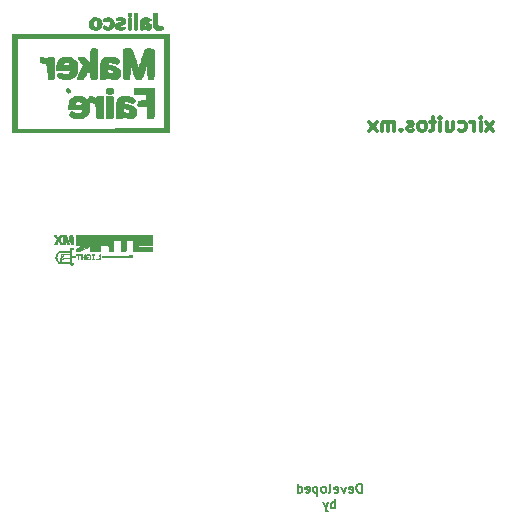
<source format=gbr>
G04 #@! TF.GenerationSoftware,KiCad,Pcbnew,5.1.4-e60b266~84~ubuntu18.04.1*
G04 #@! TF.CreationDate,2019-10-12T11:31:16-06:00*
G04 #@! TF.ProjectId,001,3030312e-6b69-4636-9164-5f7063625858,1*
G04 #@! TF.SameCoordinates,Original*
G04 #@! TF.FileFunction,Legend,Bot*
G04 #@! TF.FilePolarity,Positive*
%FSLAX46Y46*%
G04 Gerber Fmt 4.6, Leading zero omitted, Abs format (unit mm)*
G04 Created by KiCad (PCBNEW 5.1.4-e60b266~84~ubuntu18.04.1) date 2019-10-12 11:31:16*
%MOMM*%
%LPD*%
G04 APERTURE LIST*
%ADD10C,0.300000*%
%ADD11C,0.190500*%
%ADD12C,0.010000*%
%ADD13C,0.152400*%
%ADD14R,1.800000X1.800000*%
%ADD15C,1.800000*%
%ADD16C,5.000000*%
%ADD17C,4.101600*%
%ADD18C,1.501600*%
G04 APERTURE END LIST*
D10*
X157504742Y-90458857D02*
X156876171Y-89658857D01*
X157504742Y-89658857D02*
X156876171Y-90458857D01*
X156419028Y-90458857D02*
X156419028Y-89658857D01*
X156419028Y-89258857D02*
X156476171Y-89316000D01*
X156419028Y-89373142D01*
X156361885Y-89316000D01*
X156419028Y-89258857D01*
X156419028Y-89373142D01*
X155847600Y-90458857D02*
X155847600Y-89658857D01*
X155847600Y-89887428D02*
X155790457Y-89773142D01*
X155733314Y-89716000D01*
X155619028Y-89658857D01*
X155504742Y-89658857D01*
X154590457Y-90401714D02*
X154704742Y-90458857D01*
X154933314Y-90458857D01*
X155047600Y-90401714D01*
X155104742Y-90344571D01*
X155161885Y-90230285D01*
X155161885Y-89887428D01*
X155104742Y-89773142D01*
X155047600Y-89716000D01*
X154933314Y-89658857D01*
X154704742Y-89658857D01*
X154590457Y-89716000D01*
X153561885Y-89658857D02*
X153561885Y-90458857D01*
X154076171Y-89658857D02*
X154076171Y-90287428D01*
X154019028Y-90401714D01*
X153904742Y-90458857D01*
X153733314Y-90458857D01*
X153619028Y-90401714D01*
X153561885Y-90344571D01*
X152990457Y-90458857D02*
X152990457Y-89658857D01*
X152990457Y-89258857D02*
X153047600Y-89316000D01*
X152990457Y-89373142D01*
X152933314Y-89316000D01*
X152990457Y-89258857D01*
X152990457Y-89373142D01*
X152590457Y-89658857D02*
X152133314Y-89658857D01*
X152419028Y-89258857D02*
X152419028Y-90287428D01*
X152361885Y-90401714D01*
X152247600Y-90458857D01*
X152133314Y-90458857D01*
X151561885Y-90458857D02*
X151676171Y-90401714D01*
X151733314Y-90344571D01*
X151790457Y-90230285D01*
X151790457Y-89887428D01*
X151733314Y-89773142D01*
X151676171Y-89716000D01*
X151561885Y-89658857D01*
X151390457Y-89658857D01*
X151276171Y-89716000D01*
X151219028Y-89773142D01*
X151161885Y-89887428D01*
X151161885Y-90230285D01*
X151219028Y-90344571D01*
X151276171Y-90401714D01*
X151390457Y-90458857D01*
X151561885Y-90458857D01*
X150704742Y-90401714D02*
X150590457Y-90458857D01*
X150361885Y-90458857D01*
X150247600Y-90401714D01*
X150190457Y-90287428D01*
X150190457Y-90230285D01*
X150247600Y-90116000D01*
X150361885Y-90058857D01*
X150533314Y-90058857D01*
X150647600Y-90001714D01*
X150704742Y-89887428D01*
X150704742Y-89830285D01*
X150647600Y-89716000D01*
X150533314Y-89658857D01*
X150361885Y-89658857D01*
X150247600Y-89716000D01*
X149676171Y-90344571D02*
X149619028Y-90401714D01*
X149676171Y-90458857D01*
X149733314Y-90401714D01*
X149676171Y-90344571D01*
X149676171Y-90458857D01*
X149104742Y-90458857D02*
X149104742Y-89658857D01*
X149104742Y-89773142D02*
X149047600Y-89716000D01*
X148933314Y-89658857D01*
X148761885Y-89658857D01*
X148647600Y-89716000D01*
X148590457Y-89830285D01*
X148590457Y-90458857D01*
X148590457Y-89830285D02*
X148533314Y-89716000D01*
X148419028Y-89658857D01*
X148247600Y-89658857D01*
X148133314Y-89716000D01*
X148076171Y-89830285D01*
X148076171Y-90458857D01*
X147619028Y-90458857D02*
X146990457Y-89658857D01*
X147619028Y-89658857D02*
X146990457Y-90458857D01*
D11*
X146340285Y-121064564D02*
X146340285Y-120302564D01*
X146158857Y-120302564D01*
X146050000Y-120338850D01*
X145977428Y-120411421D01*
X145941142Y-120483992D01*
X145904857Y-120629135D01*
X145904857Y-120737992D01*
X145941142Y-120883135D01*
X145977428Y-120955707D01*
X146050000Y-121028278D01*
X146158857Y-121064564D01*
X146340285Y-121064564D01*
X145288000Y-121028278D02*
X145360571Y-121064564D01*
X145505714Y-121064564D01*
X145578285Y-121028278D01*
X145614571Y-120955707D01*
X145614571Y-120665421D01*
X145578285Y-120592850D01*
X145505714Y-120556564D01*
X145360571Y-120556564D01*
X145288000Y-120592850D01*
X145251714Y-120665421D01*
X145251714Y-120737992D01*
X145614571Y-120810564D01*
X144997714Y-120556564D02*
X144816285Y-121064564D01*
X144634857Y-120556564D01*
X144054285Y-121028278D02*
X144126857Y-121064564D01*
X144272000Y-121064564D01*
X144344571Y-121028278D01*
X144380857Y-120955707D01*
X144380857Y-120665421D01*
X144344571Y-120592850D01*
X144272000Y-120556564D01*
X144126857Y-120556564D01*
X144054285Y-120592850D01*
X144018000Y-120665421D01*
X144018000Y-120737992D01*
X144380857Y-120810564D01*
X143582571Y-121064564D02*
X143655142Y-121028278D01*
X143691428Y-120955707D01*
X143691428Y-120302564D01*
X143183428Y-121064564D02*
X143256000Y-121028278D01*
X143292285Y-120991992D01*
X143328571Y-120919421D01*
X143328571Y-120701707D01*
X143292285Y-120629135D01*
X143256000Y-120592850D01*
X143183428Y-120556564D01*
X143074571Y-120556564D01*
X143002000Y-120592850D01*
X142965714Y-120629135D01*
X142929428Y-120701707D01*
X142929428Y-120919421D01*
X142965714Y-120991992D01*
X143002000Y-121028278D01*
X143074571Y-121064564D01*
X143183428Y-121064564D01*
X142602857Y-120556564D02*
X142602857Y-121318564D01*
X142602857Y-120592850D02*
X142530285Y-120556564D01*
X142385142Y-120556564D01*
X142312571Y-120592850D01*
X142276285Y-120629135D01*
X142240000Y-120701707D01*
X142240000Y-120919421D01*
X142276285Y-120991992D01*
X142312571Y-121028278D01*
X142385142Y-121064564D01*
X142530285Y-121064564D01*
X142602857Y-121028278D01*
X141623142Y-121028278D02*
X141695714Y-121064564D01*
X141840857Y-121064564D01*
X141913428Y-121028278D01*
X141949714Y-120955707D01*
X141949714Y-120665421D01*
X141913428Y-120592850D01*
X141840857Y-120556564D01*
X141695714Y-120556564D01*
X141623142Y-120592850D01*
X141586857Y-120665421D01*
X141586857Y-120737992D01*
X141949714Y-120810564D01*
X140933714Y-121064564D02*
X140933714Y-120302564D01*
X140933714Y-121028278D02*
X141006285Y-121064564D01*
X141151428Y-121064564D01*
X141224000Y-121028278D01*
X141260285Y-120991992D01*
X141296571Y-120919421D01*
X141296571Y-120701707D01*
X141260285Y-120629135D01*
X141224000Y-120592850D01*
X141151428Y-120556564D01*
X141006285Y-120556564D01*
X140933714Y-120592850D01*
X144090571Y-122398064D02*
X144090571Y-121636064D01*
X144090571Y-121926350D02*
X144018000Y-121890064D01*
X143872857Y-121890064D01*
X143800285Y-121926350D01*
X143764000Y-121962635D01*
X143727714Y-122035207D01*
X143727714Y-122252921D01*
X143764000Y-122325492D01*
X143800285Y-122361778D01*
X143872857Y-122398064D01*
X144018000Y-122398064D01*
X144090571Y-122361778D01*
X143473714Y-121890064D02*
X143292285Y-122398064D01*
X143110857Y-121890064D02*
X143292285Y-122398064D01*
X143364857Y-122579492D01*
X143401142Y-122615778D01*
X143473714Y-122652064D01*
D12*
G36*
X121882274Y-100386353D02*
G01*
X121923786Y-100392230D01*
X121941707Y-100405542D01*
X121945400Y-100427367D01*
X121939168Y-100453821D01*
X121913289Y-100466331D01*
X121856992Y-100469684D01*
X121850150Y-100469700D01*
X121754900Y-100469700D01*
X121754900Y-101655033D01*
X121840231Y-101655033D01*
X121908156Y-101663342D01*
X121938096Y-101687696D01*
X121944114Y-101721157D01*
X121941050Y-101729938D01*
X121912902Y-101739180D01*
X121858797Y-101746653D01*
X121795107Y-101751114D01*
X121738204Y-101751321D01*
X121708576Y-101747589D01*
X121677178Y-101720328D01*
X121666243Y-101690773D01*
X121662924Y-101675658D01*
X121654313Y-101664104D01*
X121635129Y-101655474D01*
X121600088Y-101649131D01*
X121543908Y-101644440D01*
X121461305Y-101640763D01*
X121346998Y-101637464D01*
X121195702Y-101633906D01*
X121193983Y-101633867D01*
X121007368Y-101628401D01*
X120862752Y-101621432D01*
X120759827Y-101612937D01*
X120698287Y-101602895D01*
X120682853Y-101597237D01*
X120621973Y-101549246D01*
X120555751Y-101477340D01*
X120495923Y-101396301D01*
X120454226Y-101320914D01*
X120446292Y-101299288D01*
X120421568Y-101151324D01*
X120424319Y-101117778D01*
X120506093Y-101117778D01*
X120526164Y-101244215D01*
X120582128Y-101364418D01*
X120672152Y-101469825D01*
X120760188Y-101549200D01*
X121670233Y-101549200D01*
X121670233Y-101411305D01*
X121669004Y-101336155D01*
X121662080Y-101290645D01*
X121644611Y-101262093D01*
X121611745Y-101237815D01*
X121601442Y-101231468D01*
X121555833Y-101209557D01*
X121499793Y-101196555D01*
X121421622Y-101190535D01*
X121345919Y-101189446D01*
X121249905Y-101190994D01*
X121182561Y-101197525D01*
X121130289Y-101211717D01*
X121079489Y-101236252D01*
X121064360Y-101244939D01*
X120969533Y-101300512D01*
X120918745Y-101252800D01*
X120867958Y-101205088D01*
X120860491Y-101350685D01*
X120856906Y-101417727D01*
X120854457Y-101449285D01*
X120852646Y-101443662D01*
X120850975Y-101399159D01*
X120848946Y-101314077D01*
X120848879Y-101311075D01*
X120848845Y-101228495D01*
X120852272Y-101164881D01*
X120858487Y-101129799D01*
X120861919Y-101125867D01*
X120884532Y-101141328D01*
X120918562Y-101179532D01*
X120926322Y-101189730D01*
X120973538Y-101253593D01*
X121062594Y-101203480D01*
X121105571Y-101181073D01*
X121145127Y-101167392D01*
X121192160Y-101161177D01*
X121257568Y-101161167D01*
X121352250Y-101166100D01*
X121373900Y-101167457D01*
X121470214Y-101174916D01*
X121553438Y-101183842D01*
X121612739Y-101192935D01*
X121634129Y-101198665D01*
X121652952Y-101203867D01*
X121663703Y-101193318D01*
X121667994Y-101159427D01*
X121667437Y-101094596D01*
X121665879Y-101049116D01*
X121659650Y-100882450D01*
X121299817Y-100877205D01*
X121179054Y-100876544D01*
X121071975Y-100878024D01*
X120986220Y-100881378D01*
X120929431Y-100886335D01*
X120910468Y-100890927D01*
X120895349Y-100909404D01*
X120902085Y-100939868D01*
X120928151Y-100986262D01*
X120965894Y-101034539D01*
X120995640Y-101048962D01*
X121012247Y-101028219D01*
X121014067Y-101008201D01*
X121025901Y-100980844D01*
X121035233Y-100977700D01*
X121054336Y-100993037D01*
X121050600Y-101030210D01*
X121029383Y-101070056D01*
X120994305Y-101094933D01*
X120970055Y-101094605D01*
X120930732Y-101062246D01*
X120894205Y-101005522D01*
X120870222Y-100941830D01*
X120865900Y-100908748D01*
X120868510Y-100882354D01*
X120882184Y-100865737D01*
X120915693Y-100855350D01*
X120977805Y-100847645D01*
X121027843Y-100843222D01*
X121120046Y-100837382D01*
X121236616Y-100832783D01*
X121359592Y-100830037D01*
X121430010Y-100829533D01*
X121670233Y-100829533D01*
X121670233Y-100702533D01*
X120740373Y-100702533D01*
X120662230Y-100771143D01*
X120574027Y-100874235D01*
X120522014Y-100992115D01*
X120506093Y-101117778D01*
X120424319Y-101117778D01*
X120433522Y-101005598D01*
X120479751Y-100870149D01*
X120557850Y-100753014D01*
X120629420Y-100686804D01*
X120721024Y-100617867D01*
X121670233Y-100617867D01*
X121670233Y-100385033D01*
X121807817Y-100385033D01*
X121882274Y-100386353D01*
X121882274Y-100386353D01*
G37*
X121882274Y-100386353D02*
X121923786Y-100392230D01*
X121941707Y-100405542D01*
X121945400Y-100427367D01*
X121939168Y-100453821D01*
X121913289Y-100466331D01*
X121856992Y-100469684D01*
X121850150Y-100469700D01*
X121754900Y-100469700D01*
X121754900Y-101655033D01*
X121840231Y-101655033D01*
X121908156Y-101663342D01*
X121938096Y-101687696D01*
X121944114Y-101721157D01*
X121941050Y-101729938D01*
X121912902Y-101739180D01*
X121858797Y-101746653D01*
X121795107Y-101751114D01*
X121738204Y-101751321D01*
X121708576Y-101747589D01*
X121677178Y-101720328D01*
X121666243Y-101690773D01*
X121662924Y-101675658D01*
X121654313Y-101664104D01*
X121635129Y-101655474D01*
X121600088Y-101649131D01*
X121543908Y-101644440D01*
X121461305Y-101640763D01*
X121346998Y-101637464D01*
X121195702Y-101633906D01*
X121193983Y-101633867D01*
X121007368Y-101628401D01*
X120862752Y-101621432D01*
X120759827Y-101612937D01*
X120698287Y-101602895D01*
X120682853Y-101597237D01*
X120621973Y-101549246D01*
X120555751Y-101477340D01*
X120495923Y-101396301D01*
X120454226Y-101320914D01*
X120446292Y-101299288D01*
X120421568Y-101151324D01*
X120424319Y-101117778D01*
X120506093Y-101117778D01*
X120526164Y-101244215D01*
X120582128Y-101364418D01*
X120672152Y-101469825D01*
X120760188Y-101549200D01*
X121670233Y-101549200D01*
X121670233Y-101411305D01*
X121669004Y-101336155D01*
X121662080Y-101290645D01*
X121644611Y-101262093D01*
X121611745Y-101237815D01*
X121601442Y-101231468D01*
X121555833Y-101209557D01*
X121499793Y-101196555D01*
X121421622Y-101190535D01*
X121345919Y-101189446D01*
X121249905Y-101190994D01*
X121182561Y-101197525D01*
X121130289Y-101211717D01*
X121079489Y-101236252D01*
X121064360Y-101244939D01*
X120969533Y-101300512D01*
X120918745Y-101252800D01*
X120867958Y-101205088D01*
X120860491Y-101350685D01*
X120856906Y-101417727D01*
X120854457Y-101449285D01*
X120852646Y-101443662D01*
X120850975Y-101399159D01*
X120848946Y-101314077D01*
X120848879Y-101311075D01*
X120848845Y-101228495D01*
X120852272Y-101164881D01*
X120858487Y-101129799D01*
X120861919Y-101125867D01*
X120884532Y-101141328D01*
X120918562Y-101179532D01*
X120926322Y-101189730D01*
X120973538Y-101253593D01*
X121062594Y-101203480D01*
X121105571Y-101181073D01*
X121145127Y-101167392D01*
X121192160Y-101161177D01*
X121257568Y-101161167D01*
X121352250Y-101166100D01*
X121373900Y-101167457D01*
X121470214Y-101174916D01*
X121553438Y-101183842D01*
X121612739Y-101192935D01*
X121634129Y-101198665D01*
X121652952Y-101203867D01*
X121663703Y-101193318D01*
X121667994Y-101159427D01*
X121667437Y-101094596D01*
X121665879Y-101049116D01*
X121659650Y-100882450D01*
X121299817Y-100877205D01*
X121179054Y-100876544D01*
X121071975Y-100878024D01*
X120986220Y-100881378D01*
X120929431Y-100886335D01*
X120910468Y-100890927D01*
X120895349Y-100909404D01*
X120902085Y-100939868D01*
X120928151Y-100986262D01*
X120965894Y-101034539D01*
X120995640Y-101048962D01*
X121012247Y-101028219D01*
X121014067Y-101008201D01*
X121025901Y-100980844D01*
X121035233Y-100977700D01*
X121054336Y-100993037D01*
X121050600Y-101030210D01*
X121029383Y-101070056D01*
X120994305Y-101094933D01*
X120970055Y-101094605D01*
X120930732Y-101062246D01*
X120894205Y-101005522D01*
X120870222Y-100941830D01*
X120865900Y-100908748D01*
X120868510Y-100882354D01*
X120882184Y-100865737D01*
X120915693Y-100855350D01*
X120977805Y-100847645D01*
X121027843Y-100843222D01*
X121120046Y-100837382D01*
X121236616Y-100832783D01*
X121359592Y-100830037D01*
X121430010Y-100829533D01*
X121670233Y-100829533D01*
X121670233Y-100702533D01*
X120740373Y-100702533D01*
X120662230Y-100771143D01*
X120574027Y-100874235D01*
X120522014Y-100992115D01*
X120506093Y-101117778D01*
X120424319Y-101117778D01*
X120433522Y-101005598D01*
X120479751Y-100870149D01*
X120557850Y-100753014D01*
X120629420Y-100686804D01*
X120721024Y-100617867D01*
X121670233Y-100617867D01*
X121670233Y-100385033D01*
X121807817Y-100385033D01*
X121882274Y-100386353D01*
G36*
X122368118Y-101290140D02*
G01*
X122368733Y-101295200D01*
X122352626Y-101315751D01*
X122347567Y-101316367D01*
X122327015Y-101300259D01*
X122326400Y-101295200D01*
X122342507Y-101274648D01*
X122347567Y-101274033D01*
X122368118Y-101290140D01*
X122368118Y-101290140D01*
G37*
X122368118Y-101290140D02*
X122368733Y-101295200D01*
X122352626Y-101315751D01*
X122347567Y-101316367D01*
X122327015Y-101300259D01*
X122326400Y-101295200D01*
X122342507Y-101274648D01*
X122347567Y-101274033D01*
X122368118Y-101290140D01*
G36*
X122636844Y-101281089D02*
G01*
X122639378Y-101306209D01*
X122636844Y-101309311D01*
X122624261Y-101306405D01*
X122622733Y-101295200D01*
X122630478Y-101277777D01*
X122636844Y-101281089D01*
X122636844Y-101281089D01*
G37*
X122636844Y-101281089D02*
X122639378Y-101306209D01*
X122636844Y-101309311D01*
X122624261Y-101306405D01*
X122622733Y-101295200D01*
X122630478Y-101277777D01*
X122636844Y-101281089D01*
G36*
X122918824Y-101290410D02*
G01*
X122919067Y-101295200D01*
X122902795Y-101315553D01*
X122896651Y-101316367D01*
X122884009Y-101303399D01*
X122887317Y-101295200D01*
X122906337Y-101275007D01*
X122909732Y-101274033D01*
X122918824Y-101290410D01*
X122918824Y-101290410D01*
G37*
X122918824Y-101290410D02*
X122919067Y-101295200D01*
X122902795Y-101315553D01*
X122896651Y-101316367D01*
X122884009Y-101303399D01*
X122887317Y-101295200D01*
X122906337Y-101275007D01*
X122909732Y-101274033D01*
X122918824Y-101290410D01*
G36*
X123060178Y-101281089D02*
G01*
X123062711Y-101306209D01*
X123060178Y-101309311D01*
X123047594Y-101306405D01*
X123046067Y-101295200D01*
X123053811Y-101277777D01*
X123060178Y-101281089D01*
X123060178Y-101281089D01*
G37*
X123060178Y-101281089D02*
X123062711Y-101306209D01*
X123060178Y-101309311D01*
X123047594Y-101306405D01*
X123046067Y-101295200D01*
X123053811Y-101277777D01*
X123060178Y-101281089D01*
G36*
X123130733Y-101284617D02*
G01*
X123150926Y-101303637D01*
X123151900Y-101307032D01*
X123135523Y-101316124D01*
X123130733Y-101316367D01*
X123110380Y-101300095D01*
X123109567Y-101293951D01*
X123122534Y-101281309D01*
X123130733Y-101284617D01*
X123130733Y-101284617D01*
G37*
X123130733Y-101284617D02*
X123150926Y-101303637D01*
X123151900Y-101307032D01*
X123135523Y-101316124D01*
X123130733Y-101316367D01*
X123110380Y-101300095D01*
X123109567Y-101293951D01*
X123122534Y-101281309D01*
X123130733Y-101284617D01*
G36*
X123214785Y-101290140D02*
G01*
X123215400Y-101295200D01*
X123199293Y-101315751D01*
X123194233Y-101316367D01*
X123173682Y-101300259D01*
X123173067Y-101295200D01*
X123189174Y-101274648D01*
X123194233Y-101274033D01*
X123214785Y-101290140D01*
X123214785Y-101290140D01*
G37*
X123214785Y-101290140D02*
X123215400Y-101295200D01*
X123199293Y-101315751D01*
X123194233Y-101316367D01*
X123173682Y-101300259D01*
X123173067Y-101295200D01*
X123189174Y-101274648D01*
X123194233Y-101274033D01*
X123214785Y-101290140D01*
G36*
X123278657Y-101290410D02*
G01*
X123278900Y-101295200D01*
X123262628Y-101315553D01*
X123256484Y-101316367D01*
X123243842Y-101303399D01*
X123247150Y-101295200D01*
X123266170Y-101275007D01*
X123269566Y-101274033D01*
X123278657Y-101290410D01*
X123278657Y-101290410D01*
G37*
X123278657Y-101290410D02*
X123278900Y-101295200D01*
X123262628Y-101315553D01*
X123256484Y-101316367D01*
X123243842Y-101303399D01*
X123247150Y-101295200D01*
X123266170Y-101275007D01*
X123269566Y-101274033D01*
X123278657Y-101290410D01*
G36*
X123547011Y-101281089D02*
G01*
X123549544Y-101306209D01*
X123547011Y-101309311D01*
X123534427Y-101306405D01*
X123532900Y-101295200D01*
X123540644Y-101277777D01*
X123547011Y-101281089D01*
X123547011Y-101281089D01*
G37*
X123547011Y-101281089D02*
X123549544Y-101306209D01*
X123547011Y-101309311D01*
X123534427Y-101306405D01*
X123532900Y-101295200D01*
X123540644Y-101277777D01*
X123547011Y-101281089D01*
G36*
X123617567Y-101284617D02*
G01*
X123637759Y-101303637D01*
X123638733Y-101307032D01*
X123622357Y-101316124D01*
X123617567Y-101316367D01*
X123597213Y-101300095D01*
X123596400Y-101293951D01*
X123609367Y-101281309D01*
X123617567Y-101284617D01*
X123617567Y-101284617D01*
G37*
X123617567Y-101284617D02*
X123637759Y-101303637D01*
X123638733Y-101307032D01*
X123622357Y-101316124D01*
X123617567Y-101316367D01*
X123597213Y-101300095D01*
X123596400Y-101293951D01*
X123609367Y-101281309D01*
X123617567Y-101284617D01*
G36*
X123701618Y-101290140D02*
G01*
X123702233Y-101295200D01*
X123686126Y-101315751D01*
X123681067Y-101316367D01*
X123660515Y-101300259D01*
X123659900Y-101295200D01*
X123676007Y-101274648D01*
X123681067Y-101274033D01*
X123701618Y-101290140D01*
X123701618Y-101290140D01*
G37*
X123701618Y-101290140D02*
X123702233Y-101295200D01*
X123686126Y-101315751D01*
X123681067Y-101316367D01*
X123660515Y-101300259D01*
X123659900Y-101295200D01*
X123676007Y-101274648D01*
X123681067Y-101274033D01*
X123701618Y-101290140D01*
G36*
X123906844Y-101281089D02*
G01*
X123909378Y-101306209D01*
X123906844Y-101309311D01*
X123894261Y-101306405D01*
X123892733Y-101295200D01*
X123900478Y-101277777D01*
X123906844Y-101281089D01*
X123906844Y-101281089D01*
G37*
X123906844Y-101281089D02*
X123909378Y-101306209D01*
X123906844Y-101309311D01*
X123894261Y-101306405D01*
X123892733Y-101295200D01*
X123900478Y-101277777D01*
X123906844Y-101281089D01*
G36*
X123977400Y-101284617D02*
G01*
X123997592Y-101303637D01*
X123998567Y-101307032D01*
X123982190Y-101316124D01*
X123977400Y-101316367D01*
X123957047Y-101300095D01*
X123956233Y-101293951D01*
X123969201Y-101281309D01*
X123977400Y-101284617D01*
X123977400Y-101284617D01*
G37*
X123977400Y-101284617D02*
X123997592Y-101303637D01*
X123998567Y-101307032D01*
X123982190Y-101316124D01*
X123977400Y-101316367D01*
X123957047Y-101300095D01*
X123956233Y-101293951D01*
X123969201Y-101281309D01*
X123977400Y-101284617D01*
G36*
X124061451Y-101290140D02*
G01*
X124062067Y-101295200D01*
X124045959Y-101315751D01*
X124040900Y-101316367D01*
X124020348Y-101300259D01*
X124019733Y-101295200D01*
X124035840Y-101274648D01*
X124040900Y-101274033D01*
X124061451Y-101290140D01*
X124061451Y-101290140D01*
G37*
X124061451Y-101290140D02*
X124062067Y-101295200D01*
X124045959Y-101315751D01*
X124040900Y-101316367D01*
X124020348Y-101300259D01*
X124019733Y-101295200D01*
X124035840Y-101274648D01*
X124040900Y-101274033D01*
X124061451Y-101290140D01*
G36*
X124125324Y-101290410D02*
G01*
X124125567Y-101295200D01*
X124109295Y-101315553D01*
X124103151Y-101316367D01*
X124090509Y-101303399D01*
X124093817Y-101295200D01*
X124112837Y-101275007D01*
X124116232Y-101274033D01*
X124125324Y-101290410D01*
X124125324Y-101290410D01*
G37*
X124125324Y-101290410D02*
X124125567Y-101295200D01*
X124109295Y-101315553D01*
X124103151Y-101316367D01*
X124090509Y-101303399D01*
X124093817Y-101295200D01*
X124112837Y-101275007D01*
X124116232Y-101274033D01*
X124125324Y-101290410D01*
G36*
X124188824Y-101290410D02*
G01*
X124189067Y-101295200D01*
X124172795Y-101315553D01*
X124166651Y-101316367D01*
X124154009Y-101303399D01*
X124157317Y-101295200D01*
X124176337Y-101275007D01*
X124179732Y-101274033D01*
X124188824Y-101290410D01*
X124188824Y-101290410D01*
G37*
X124188824Y-101290410D02*
X124189067Y-101295200D01*
X124172795Y-101315553D01*
X124166651Y-101316367D01*
X124154009Y-101303399D01*
X124157317Y-101295200D01*
X124176337Y-101275007D01*
X124179732Y-101274033D01*
X124188824Y-101290410D01*
G36*
X122368118Y-101226640D02*
G01*
X122368733Y-101231700D01*
X122352626Y-101252251D01*
X122347567Y-101252867D01*
X122327015Y-101236759D01*
X122326400Y-101231700D01*
X122342507Y-101211148D01*
X122347567Y-101210533D01*
X122368118Y-101226640D01*
X122368118Y-101226640D01*
G37*
X122368118Y-101226640D02*
X122368733Y-101231700D01*
X122352626Y-101252251D01*
X122347567Y-101252867D01*
X122327015Y-101236759D01*
X122326400Y-101231700D01*
X122342507Y-101211148D01*
X122347567Y-101210533D01*
X122368118Y-101226640D01*
G36*
X122636844Y-101217589D02*
G01*
X122639378Y-101242709D01*
X122636844Y-101245811D01*
X122624261Y-101242905D01*
X122622733Y-101231700D01*
X122630478Y-101214277D01*
X122636844Y-101217589D01*
X122636844Y-101217589D01*
G37*
X122636844Y-101217589D02*
X122639378Y-101242709D01*
X122636844Y-101245811D01*
X122624261Y-101242905D01*
X122622733Y-101231700D01*
X122630478Y-101214277D01*
X122636844Y-101217589D01*
G36*
X122918451Y-101226640D02*
G01*
X122919067Y-101231700D01*
X122902959Y-101252251D01*
X122897900Y-101252867D01*
X122877348Y-101236759D01*
X122876733Y-101231700D01*
X122892840Y-101211148D01*
X122897900Y-101210533D01*
X122918451Y-101226640D01*
X122918451Y-101226640D01*
G37*
X122918451Y-101226640D02*
X122919067Y-101231700D01*
X122902959Y-101252251D01*
X122897900Y-101252867D01*
X122877348Y-101236759D01*
X122876733Y-101231700D01*
X122892840Y-101211148D01*
X122897900Y-101210533D01*
X122918451Y-101226640D01*
G36*
X123060178Y-101217589D02*
G01*
X123062711Y-101242709D01*
X123060178Y-101245811D01*
X123047594Y-101242905D01*
X123046067Y-101231700D01*
X123053811Y-101214277D01*
X123060178Y-101217589D01*
X123060178Y-101217589D01*
G37*
X123060178Y-101217589D02*
X123062711Y-101242709D01*
X123060178Y-101245811D01*
X123047594Y-101242905D01*
X123046067Y-101231700D01*
X123053811Y-101214277D01*
X123060178Y-101217589D01*
G36*
X123341538Y-101225898D02*
G01*
X123342400Y-101231700D01*
X123335178Y-101252316D01*
X123333066Y-101252867D01*
X123314994Y-101238034D01*
X123310650Y-101231700D01*
X123312328Y-101212195D01*
X123319984Y-101210533D01*
X123341538Y-101225898D01*
X123341538Y-101225898D01*
G37*
X123341538Y-101225898D02*
X123342400Y-101231700D01*
X123335178Y-101252316D01*
X123333066Y-101252867D01*
X123314994Y-101238034D01*
X123310650Y-101231700D01*
X123312328Y-101212195D01*
X123319984Y-101210533D01*
X123341538Y-101225898D01*
G36*
X123638118Y-101226640D02*
G01*
X123638733Y-101231700D01*
X123622626Y-101252251D01*
X123617567Y-101252867D01*
X123597015Y-101236759D01*
X123596400Y-101231700D01*
X123612507Y-101211148D01*
X123617567Y-101210533D01*
X123638118Y-101226640D01*
X123638118Y-101226640D01*
G37*
X123638118Y-101226640D02*
X123638733Y-101231700D01*
X123622626Y-101252251D01*
X123617567Y-101252867D01*
X123597015Y-101236759D01*
X123596400Y-101231700D01*
X123612507Y-101211148D01*
X123617567Y-101210533D01*
X123638118Y-101226640D01*
G36*
X124188451Y-101226640D02*
G01*
X124189067Y-101231700D01*
X124172959Y-101252251D01*
X124167900Y-101252867D01*
X124147348Y-101236759D01*
X124146733Y-101231700D01*
X124162840Y-101211148D01*
X124167900Y-101210533D01*
X124188451Y-101226640D01*
X124188451Y-101226640D01*
G37*
X124188451Y-101226640D02*
X124189067Y-101231700D01*
X124172959Y-101252251D01*
X124167900Y-101252867D01*
X124147348Y-101236759D01*
X124146733Y-101231700D01*
X124162840Y-101211148D01*
X124167900Y-101210533D01*
X124188451Y-101226640D01*
G36*
X122368118Y-101163140D02*
G01*
X122368733Y-101168200D01*
X122352626Y-101188751D01*
X122347567Y-101189367D01*
X122327015Y-101173259D01*
X122326400Y-101168200D01*
X122342507Y-101147648D01*
X122347567Y-101147033D01*
X122368118Y-101163140D01*
X122368118Y-101163140D01*
G37*
X122368118Y-101163140D02*
X122368733Y-101168200D01*
X122352626Y-101188751D01*
X122347567Y-101189367D01*
X122327015Y-101173259D01*
X122326400Y-101168200D01*
X122342507Y-101147648D01*
X122347567Y-101147033D01*
X122368118Y-101163140D01*
G36*
X122656178Y-101156989D02*
G01*
X122654483Y-101168200D01*
X122636378Y-101188370D01*
X122633317Y-101189367D01*
X122616488Y-101174604D01*
X122612150Y-101168200D01*
X122617176Y-101150268D01*
X122633317Y-101147033D01*
X122656178Y-101156989D01*
X122656178Y-101156989D01*
G37*
X122656178Y-101156989D02*
X122654483Y-101168200D01*
X122636378Y-101188370D01*
X122633317Y-101189367D01*
X122616488Y-101174604D01*
X122612150Y-101168200D01*
X122617176Y-101150268D01*
X122633317Y-101147033D01*
X122656178Y-101156989D01*
G36*
X122918205Y-101162398D02*
G01*
X122919067Y-101168200D01*
X122911845Y-101188816D01*
X122909732Y-101189367D01*
X122891661Y-101174534D01*
X122887317Y-101168200D01*
X122888995Y-101148695D01*
X122896651Y-101147033D01*
X122918205Y-101162398D01*
X122918205Y-101162398D01*
G37*
X122918205Y-101162398D02*
X122919067Y-101168200D01*
X122911845Y-101188816D01*
X122909732Y-101189367D01*
X122891661Y-101174534D01*
X122887317Y-101168200D01*
X122888995Y-101148695D01*
X122896651Y-101147033D01*
X122918205Y-101162398D01*
G36*
X123081124Y-101160001D02*
G01*
X123077817Y-101168200D01*
X123058796Y-101188392D01*
X123055401Y-101189367D01*
X123046309Y-101172990D01*
X123046067Y-101168200D01*
X123062338Y-101147847D01*
X123068482Y-101147033D01*
X123081124Y-101160001D01*
X123081124Y-101160001D01*
G37*
X123081124Y-101160001D02*
X123077817Y-101168200D01*
X123058796Y-101188392D01*
X123055401Y-101189367D01*
X123046309Y-101172990D01*
X123046067Y-101168200D01*
X123062338Y-101147847D01*
X123068482Y-101147033D01*
X123081124Y-101160001D01*
G36*
X123341538Y-101162398D02*
G01*
X123342400Y-101168200D01*
X123335178Y-101188816D01*
X123333066Y-101189367D01*
X123314994Y-101174534D01*
X123310650Y-101168200D01*
X123312328Y-101148695D01*
X123319984Y-101147033D01*
X123341538Y-101162398D01*
X123341538Y-101162398D01*
G37*
X123341538Y-101162398D02*
X123342400Y-101168200D01*
X123335178Y-101188816D01*
X123333066Y-101189367D01*
X123314994Y-101174534D01*
X123310650Y-101168200D01*
X123312328Y-101148695D01*
X123319984Y-101147033D01*
X123341538Y-101162398D01*
G36*
X123631457Y-101160001D02*
G01*
X123628150Y-101168200D01*
X123609129Y-101188392D01*
X123605734Y-101189367D01*
X123596643Y-101172990D01*
X123596400Y-101168200D01*
X123612672Y-101147847D01*
X123618816Y-101147033D01*
X123631457Y-101160001D01*
X123631457Y-101160001D01*
G37*
X123631457Y-101160001D02*
X123628150Y-101168200D01*
X123609129Y-101188392D01*
X123605734Y-101189367D01*
X123596643Y-101172990D01*
X123596400Y-101168200D01*
X123612672Y-101147847D01*
X123618816Y-101147033D01*
X123631457Y-101160001D01*
G36*
X124188205Y-101162398D02*
G01*
X124189067Y-101168200D01*
X124181845Y-101188816D01*
X124179732Y-101189367D01*
X124161661Y-101174534D01*
X124157317Y-101168200D01*
X124158995Y-101148695D01*
X124166651Y-101147033D01*
X124188205Y-101162398D01*
X124188205Y-101162398D01*
G37*
X124188205Y-101162398D02*
X124189067Y-101168200D01*
X124181845Y-101188816D01*
X124179732Y-101189367D01*
X124161661Y-101174534D01*
X124157317Y-101168200D01*
X124158995Y-101148695D01*
X124166651Y-101147033D01*
X124188205Y-101162398D01*
G36*
X122058032Y-100999698D02*
G01*
X122095976Y-101005519D01*
X122111542Y-101021317D01*
X122114709Y-101052083D01*
X122114733Y-101062367D01*
X122113070Y-101097516D01*
X122101429Y-101116488D01*
X122069832Y-101124271D01*
X122008301Y-101125855D01*
X121987733Y-101125867D01*
X121917434Y-101125035D01*
X121879491Y-101119214D01*
X121863924Y-101103416D01*
X121860757Y-101072650D01*
X121860733Y-101062367D01*
X121862396Y-101027217D01*
X121874037Y-101008245D01*
X121905634Y-101000462D01*
X121967166Y-100998878D01*
X121987733Y-100998867D01*
X122058032Y-100999698D01*
X122058032Y-100999698D01*
G37*
X122058032Y-100999698D02*
X122095976Y-101005519D01*
X122111542Y-101021317D01*
X122114709Y-101052083D01*
X122114733Y-101062367D01*
X122113070Y-101097516D01*
X122101429Y-101116488D01*
X122069832Y-101124271D01*
X122008301Y-101125855D01*
X121987733Y-101125867D01*
X121917434Y-101125035D01*
X121879491Y-101119214D01*
X121863924Y-101103416D01*
X121860757Y-101072650D01*
X121860733Y-101062367D01*
X121862396Y-101027217D01*
X121874037Y-101008245D01*
X121905634Y-101000462D01*
X121967166Y-100998878D01*
X121987733Y-100998867D01*
X122058032Y-100999698D01*
G36*
X122368118Y-101099640D02*
G01*
X122368733Y-101104700D01*
X122352626Y-101125251D01*
X122347567Y-101125867D01*
X122327015Y-101109759D01*
X122326400Y-101104700D01*
X122342507Y-101084148D01*
X122347567Y-101083533D01*
X122368118Y-101099640D01*
X122368118Y-101099640D01*
G37*
X122368118Y-101099640D02*
X122368733Y-101104700D01*
X122352626Y-101125251D01*
X122347567Y-101125867D01*
X122327015Y-101109759D01*
X122326400Y-101104700D01*
X122342507Y-101084148D01*
X122347567Y-101083533D01*
X122368118Y-101099640D01*
G36*
X122656178Y-101093489D02*
G01*
X122654483Y-101104700D01*
X122636378Y-101124870D01*
X122633317Y-101125867D01*
X122616488Y-101111104D01*
X122612150Y-101104700D01*
X122617176Y-101086768D01*
X122633317Y-101083533D01*
X122656178Y-101093489D01*
X122656178Y-101093489D01*
G37*
X122656178Y-101093489D02*
X122654483Y-101104700D01*
X122636378Y-101124870D01*
X122633317Y-101125867D01*
X122616488Y-101111104D01*
X122612150Y-101104700D01*
X122617176Y-101086768D01*
X122633317Y-101083533D01*
X122656178Y-101093489D01*
G36*
X122721291Y-101096501D02*
G01*
X122717983Y-101104700D01*
X122698963Y-101124892D01*
X122695567Y-101125867D01*
X122686476Y-101109490D01*
X122686233Y-101104700D01*
X122702505Y-101084347D01*
X122708649Y-101083533D01*
X122721291Y-101096501D01*
X122721291Y-101096501D01*
G37*
X122721291Y-101096501D02*
X122717983Y-101104700D01*
X122698963Y-101124892D01*
X122695567Y-101125867D01*
X122686476Y-101109490D01*
X122686233Y-101104700D01*
X122702505Y-101084347D01*
X122708649Y-101083533D01*
X122721291Y-101096501D01*
G36*
X122784791Y-101096501D02*
G01*
X122781483Y-101104700D01*
X122762463Y-101124892D01*
X122759067Y-101125867D01*
X122749976Y-101109490D01*
X122749733Y-101104700D01*
X122766005Y-101084347D01*
X122772149Y-101083533D01*
X122784791Y-101096501D01*
X122784791Y-101096501D01*
G37*
X122784791Y-101096501D02*
X122781483Y-101104700D01*
X122762463Y-101124892D01*
X122759067Y-101125867D01*
X122749976Y-101109490D01*
X122749733Y-101104700D01*
X122766005Y-101084347D01*
X122772149Y-101083533D01*
X122784791Y-101096501D01*
G36*
X122854951Y-101099640D02*
G01*
X122855567Y-101104700D01*
X122839459Y-101125251D01*
X122834400Y-101125867D01*
X122813848Y-101109759D01*
X122813233Y-101104700D01*
X122829340Y-101084148D01*
X122834400Y-101083533D01*
X122854951Y-101099640D01*
X122854951Y-101099640D01*
G37*
X122854951Y-101099640D02*
X122855567Y-101104700D01*
X122839459Y-101125251D01*
X122834400Y-101125867D01*
X122813848Y-101109759D01*
X122813233Y-101104700D01*
X122829340Y-101084148D01*
X122834400Y-101083533D01*
X122854951Y-101099640D01*
G36*
X122918205Y-101098898D02*
G01*
X122919067Y-101104700D01*
X122911845Y-101125316D01*
X122909732Y-101125867D01*
X122891661Y-101111034D01*
X122887317Y-101104700D01*
X122888995Y-101085195D01*
X122896651Y-101083533D01*
X122918205Y-101098898D01*
X122918205Y-101098898D01*
G37*
X122918205Y-101098898D02*
X122919067Y-101104700D01*
X122911845Y-101125316D01*
X122909732Y-101125867D01*
X122891661Y-101111034D01*
X122887317Y-101104700D01*
X122888995Y-101085195D01*
X122896651Y-101083533D01*
X122918205Y-101098898D01*
G36*
X123079512Y-101093489D02*
G01*
X123077817Y-101104700D01*
X123059711Y-101124870D01*
X123056650Y-101125867D01*
X123039821Y-101111104D01*
X123035483Y-101104700D01*
X123040510Y-101086768D01*
X123056650Y-101083533D01*
X123079512Y-101093489D01*
X123079512Y-101093489D01*
G37*
X123079512Y-101093489D02*
X123077817Y-101104700D01*
X123059711Y-101124870D01*
X123056650Y-101125867D01*
X123039821Y-101111104D01*
X123035483Y-101104700D01*
X123040510Y-101086768D01*
X123056650Y-101083533D01*
X123079512Y-101093489D01*
G36*
X123144624Y-101096501D02*
G01*
X123141317Y-101104700D01*
X123122296Y-101124892D01*
X123118901Y-101125867D01*
X123109809Y-101109490D01*
X123109567Y-101104700D01*
X123125838Y-101084347D01*
X123131982Y-101083533D01*
X123144624Y-101096501D01*
X123144624Y-101096501D01*
G37*
X123144624Y-101096501D02*
X123141317Y-101104700D01*
X123122296Y-101124892D01*
X123118901Y-101125867D01*
X123109809Y-101109490D01*
X123109567Y-101104700D01*
X123125838Y-101084347D01*
X123131982Y-101083533D01*
X123144624Y-101096501D01*
G36*
X123214785Y-101099640D02*
G01*
X123215400Y-101104700D01*
X123199293Y-101125251D01*
X123194233Y-101125867D01*
X123173682Y-101109759D01*
X123173067Y-101104700D01*
X123189174Y-101084148D01*
X123194233Y-101083533D01*
X123214785Y-101099640D01*
X123214785Y-101099640D01*
G37*
X123214785Y-101099640D02*
X123215400Y-101104700D01*
X123199293Y-101125251D01*
X123194233Y-101125867D01*
X123173682Y-101109759D01*
X123173067Y-101104700D01*
X123189174Y-101084148D01*
X123194233Y-101083533D01*
X123214785Y-101099640D01*
G36*
X123341538Y-101098898D02*
G01*
X123342400Y-101104700D01*
X123335178Y-101125316D01*
X123333066Y-101125867D01*
X123314994Y-101111034D01*
X123310650Y-101104700D01*
X123312328Y-101085195D01*
X123319984Y-101083533D01*
X123341538Y-101098898D01*
X123341538Y-101098898D01*
G37*
X123341538Y-101098898D02*
X123342400Y-101104700D01*
X123335178Y-101125316D01*
X123333066Y-101125867D01*
X123314994Y-101111034D01*
X123310650Y-101104700D01*
X123312328Y-101085195D01*
X123319984Y-101083533D01*
X123341538Y-101098898D01*
G36*
X123631457Y-101096501D02*
G01*
X123628150Y-101104700D01*
X123609129Y-101124892D01*
X123605734Y-101125867D01*
X123596643Y-101109490D01*
X123596400Y-101104700D01*
X123612672Y-101084347D01*
X123618816Y-101083533D01*
X123631457Y-101096501D01*
X123631457Y-101096501D01*
G37*
X123631457Y-101096501D02*
X123628150Y-101104700D01*
X123609129Y-101124892D01*
X123605734Y-101125867D01*
X123596643Y-101109490D01*
X123596400Y-101104700D01*
X123612672Y-101084347D01*
X123618816Y-101083533D01*
X123631457Y-101096501D01*
G36*
X124188205Y-101098898D02*
G01*
X124189067Y-101104700D01*
X124181845Y-101125316D01*
X124179732Y-101125867D01*
X124161661Y-101111034D01*
X124157317Y-101104700D01*
X124158995Y-101085195D01*
X124166651Y-101083533D01*
X124188205Y-101098898D01*
X124188205Y-101098898D01*
G37*
X124188205Y-101098898D02*
X124189067Y-101104700D01*
X124181845Y-101125316D01*
X124179732Y-101125867D01*
X124161661Y-101111034D01*
X124157317Y-101104700D01*
X124158995Y-101085195D01*
X124166651Y-101083533D01*
X124188205Y-101098898D01*
G36*
X126898400Y-101125867D02*
G01*
X124358400Y-101125867D01*
X124358400Y-100998867D01*
X125513965Y-100998867D01*
X125764293Y-100998834D01*
X125975627Y-100998656D01*
X126151305Y-100998210D01*
X126294668Y-100997377D01*
X126409054Y-100996034D01*
X126497801Y-100994061D01*
X126564250Y-100991336D01*
X126611739Y-100987738D01*
X126643608Y-100983147D01*
X126663195Y-100977440D01*
X126673840Y-100970497D01*
X126678881Y-100962196D01*
X126680600Y-100956533D01*
X126694862Y-100930382D01*
X126727392Y-100917696D01*
X126789723Y-100914210D01*
X126795035Y-100914200D01*
X126898400Y-100914200D01*
X126898400Y-101125867D01*
X126898400Y-101125867D01*
G37*
X126898400Y-101125867D02*
X124358400Y-101125867D01*
X124358400Y-100998867D01*
X125513965Y-100998867D01*
X125764293Y-100998834D01*
X125975627Y-100998656D01*
X126151305Y-100998210D01*
X126294668Y-100997377D01*
X126409054Y-100996034D01*
X126497801Y-100994061D01*
X126564250Y-100991336D01*
X126611739Y-100987738D01*
X126643608Y-100983147D01*
X126663195Y-100977440D01*
X126673840Y-100970497D01*
X126678881Y-100962196D01*
X126680600Y-100956533D01*
X126694862Y-100930382D01*
X126727392Y-100917696D01*
X126789723Y-100914210D01*
X126795035Y-100914200D01*
X126898400Y-100914200D01*
X126898400Y-101125867D01*
G36*
X122431425Y-100874342D02*
G01*
X122490353Y-100881100D01*
X122516335Y-100891140D01*
X122516900Y-100893033D01*
X122498293Y-100907024D01*
X122452539Y-100914017D01*
X122442817Y-100914200D01*
X122393019Y-100917778D01*
X122372595Y-100935690D01*
X122368733Y-100976451D01*
X122362208Y-101025333D01*
X122347567Y-101051783D01*
X122333163Y-101042841D01*
X122326556Y-100999719D01*
X122326400Y-100989532D01*
X122323273Y-100939328D01*
X122305442Y-100918519D01*
X122260232Y-100914219D01*
X122252317Y-100914200D01*
X122203350Y-100908883D01*
X122178873Y-100895811D01*
X122178233Y-100893033D01*
X122198037Y-100882551D01*
X122252105Y-100875185D01*
X122332418Y-100871937D01*
X122347567Y-100871867D01*
X122431425Y-100874342D01*
X122431425Y-100874342D01*
G37*
X122431425Y-100874342D02*
X122490353Y-100881100D01*
X122516335Y-100891140D01*
X122516900Y-100893033D01*
X122498293Y-100907024D01*
X122452539Y-100914017D01*
X122442817Y-100914200D01*
X122393019Y-100917778D01*
X122372595Y-100935690D01*
X122368733Y-100976451D01*
X122362208Y-101025333D01*
X122347567Y-101051783D01*
X122333163Y-101042841D01*
X122326556Y-100999719D01*
X122326400Y-100989532D01*
X122323273Y-100939328D01*
X122305442Y-100918519D01*
X122260232Y-100914219D01*
X122252317Y-100914200D01*
X122203350Y-100908883D01*
X122178873Y-100895811D01*
X122178233Y-100893033D01*
X122198037Y-100882551D01*
X122252105Y-100875185D01*
X122332418Y-100871937D01*
X122347567Y-100871867D01*
X122431425Y-100874342D01*
G36*
X122648360Y-100890061D02*
G01*
X122656052Y-100933924D01*
X122656049Y-100987375D01*
X122648011Y-101034334D01*
X122637209Y-101054946D01*
X122621790Y-101062283D01*
X122620949Y-101060603D01*
X122611988Y-100991398D01*
X122612167Y-100928641D01*
X122620665Y-100884847D01*
X122633317Y-100871867D01*
X122648360Y-100890061D01*
X122648360Y-100890061D01*
G37*
X122648360Y-100890061D02*
X122656052Y-100933924D01*
X122656049Y-100987375D01*
X122648011Y-101034334D01*
X122637209Y-101054946D01*
X122621790Y-101062283D01*
X122620949Y-101060603D01*
X122611988Y-100991398D01*
X122612167Y-100928641D01*
X122620665Y-100884847D01*
X122633317Y-100871867D01*
X122648360Y-100890061D01*
G36*
X122910255Y-100890784D02*
G01*
X122918065Y-100938647D01*
X122919067Y-100967117D01*
X122916317Y-101034787D01*
X122907821Y-101061558D01*
X122893210Y-101048521D01*
X122892128Y-101046492D01*
X122882702Y-101009086D01*
X122879818Y-100957190D01*
X122882995Y-100907244D01*
X122891752Y-100875689D01*
X122897237Y-100871867D01*
X122910255Y-100890784D01*
X122910255Y-100890784D01*
G37*
X122910255Y-100890784D02*
X122918065Y-100938647D01*
X122919067Y-100967117D01*
X122916317Y-101034787D01*
X122907821Y-101061558D01*
X122893210Y-101048521D01*
X122892128Y-101046492D01*
X122882702Y-101009086D01*
X122879818Y-100957190D01*
X122882995Y-100907244D01*
X122891752Y-100875689D01*
X122897237Y-100871867D01*
X122910255Y-100890784D01*
G36*
X123336474Y-100953765D02*
G01*
X123342398Y-100998093D01*
X123342400Y-100998867D01*
X123338254Y-101044889D01*
X123328332Y-101065313D01*
X123318820Y-101057075D01*
X123310732Y-101020411D01*
X123309977Y-100975665D01*
X123315972Y-100942110D01*
X123322501Y-100935367D01*
X123336474Y-100953765D01*
X123336474Y-100953765D01*
G37*
X123336474Y-100953765D02*
X123342398Y-100998093D01*
X123342400Y-100998867D01*
X123338254Y-101044889D01*
X123328332Y-101065313D01*
X123318820Y-101057075D01*
X123310732Y-101020411D01*
X123309977Y-100975665D01*
X123315972Y-100942110D01*
X123322501Y-100935367D01*
X123336474Y-100953765D01*
G36*
X123663788Y-100876071D02*
G01*
X123697863Y-100886707D01*
X123702233Y-100893033D01*
X123685089Y-100911812D01*
X123670483Y-100914200D01*
X123642882Y-100932682D01*
X123634598Y-100985307D01*
X123636787Y-101013145D01*
X123624439Y-101046325D01*
X123618128Y-101051436D01*
X123603083Y-101043003D01*
X123596520Y-100998813D01*
X123596400Y-100989532D01*
X123591834Y-100937950D01*
X123573926Y-100916875D01*
X123554067Y-100914200D01*
X123519671Y-100905336D01*
X123511733Y-100893033D01*
X123530652Y-100880410D01*
X123578518Y-100872838D01*
X123606983Y-100871867D01*
X123663788Y-100876071D01*
X123663788Y-100876071D01*
G37*
X123663788Y-100876071D02*
X123697863Y-100886707D01*
X123702233Y-100893033D01*
X123685089Y-100911812D01*
X123670483Y-100914200D01*
X123642882Y-100932682D01*
X123634598Y-100985307D01*
X123636787Y-101013145D01*
X123624439Y-101046325D01*
X123618128Y-101051436D01*
X123603083Y-101043003D01*
X123596520Y-100998813D01*
X123596400Y-100989532D01*
X123591834Y-100937950D01*
X123573926Y-100916875D01*
X123554067Y-100914200D01*
X123519671Y-100905336D01*
X123511733Y-100893033D01*
X123530652Y-100880410D01*
X123578518Y-100872838D01*
X123606983Y-100871867D01*
X123663788Y-100876071D01*
G36*
X124192622Y-100885242D02*
G01*
X124194058Y-100887742D01*
X124197253Y-100916412D01*
X124193705Y-100961590D01*
X124185847Y-101008948D01*
X124176117Y-101044158D01*
X124166949Y-101052894D01*
X124166171Y-101051783D01*
X124155061Y-101014471D01*
X124150214Y-100962215D01*
X124151646Y-100911120D01*
X124159374Y-100877290D01*
X124165988Y-100871867D01*
X124192622Y-100885242D01*
X124192622Y-100885242D01*
G37*
X124192622Y-100885242D02*
X124194058Y-100887742D01*
X124197253Y-100916412D01*
X124193705Y-100961590D01*
X124185847Y-101008948D01*
X124176117Y-101044158D01*
X124166949Y-101052894D01*
X124166171Y-101051783D01*
X124155061Y-101014471D01*
X124150214Y-100962215D01*
X124151646Y-100911120D01*
X124159374Y-100877290D01*
X124165988Y-100871867D01*
X124192622Y-100885242D01*
G36*
X123085272Y-100960832D02*
G01*
X123073503Y-100979897D01*
X123046978Y-100990316D01*
X123037527Y-100981007D01*
X123039398Y-100952336D01*
X123047129Y-100945293D01*
X123077179Y-100940356D01*
X123085272Y-100960832D01*
X123085272Y-100960832D01*
G37*
X123085272Y-100960832D02*
X123073503Y-100979897D01*
X123046978Y-100990316D01*
X123037527Y-100981007D01*
X123039398Y-100952336D01*
X123047129Y-100945293D01*
X123077179Y-100940356D01*
X123085272Y-100960832D01*
G36*
X123247252Y-100876561D02*
G01*
X123276741Y-100888288D01*
X123278900Y-100893033D01*
X123260122Y-100906288D01*
X123213212Y-100913660D01*
X123194233Y-100914200D01*
X123141215Y-100909505D01*
X123111725Y-100897778D01*
X123109567Y-100893033D01*
X123128345Y-100879779D01*
X123175254Y-100872406D01*
X123194233Y-100871867D01*
X123247252Y-100876561D01*
X123247252Y-100876561D01*
G37*
X123247252Y-100876561D02*
X123276741Y-100888288D01*
X123278900Y-100893033D01*
X123260122Y-100906288D01*
X123213212Y-100913660D01*
X123194233Y-100914200D01*
X123141215Y-100909505D01*
X123111725Y-100897778D01*
X123109567Y-100893033D01*
X123128345Y-100879779D01*
X123175254Y-100872406D01*
X123194233Y-100871867D01*
X123247252Y-100876561D01*
G36*
X123734747Y-99488415D02*
G01*
X123739052Y-99574799D01*
X123741858Y-99692854D01*
X123743076Y-99831940D01*
X123742614Y-99981418D01*
X123740383Y-100130649D01*
X123740263Y-100136124D01*
X123736273Y-100290896D01*
X123731792Y-100408145D01*
X123726404Y-100492681D01*
X123719695Y-100549314D01*
X123711251Y-100582856D01*
X123700658Y-100598116D01*
X123700462Y-100598242D01*
X123662329Y-100608630D01*
X123596561Y-100614960D01*
X123517688Y-100616955D01*
X123440238Y-100614340D01*
X123378741Y-100606841D01*
X123368858Y-100604525D01*
X123347082Y-100596253D01*
X123333203Y-100580037D01*
X123325451Y-100547623D01*
X123322054Y-100490758D01*
X123321242Y-100401188D01*
X123321233Y-100382564D01*
X123319362Y-100293295D01*
X123314304Y-100223333D01*
X123306888Y-100181426D01*
X123301370Y-100173367D01*
X123277970Y-100183825D01*
X123224153Y-100213015D01*
X123145663Y-100257658D01*
X123048246Y-100314475D01*
X122937646Y-100380189D01*
X122911944Y-100395617D01*
X122542381Y-100617867D01*
X122376182Y-100617542D01*
X122293622Y-100615236D01*
X122225947Y-100609427D01*
X122185658Y-100601275D01*
X122182060Y-100599513D01*
X122163293Y-100564523D01*
X122160893Y-100500161D01*
X122165166Y-100465658D01*
X122175470Y-100437799D01*
X122197889Y-100410977D01*
X122238506Y-100379583D01*
X122303404Y-100338010D01*
X122398666Y-100280650D01*
X122399647Y-100280065D01*
X122631644Y-100141617D01*
X122393910Y-100135627D01*
X122156176Y-100129638D01*
X122161938Y-99710469D01*
X122580400Y-99710469D01*
X122582849Y-99724728D01*
X122594064Y-99735084D01*
X122619846Y-99742159D01*
X122665996Y-99746571D01*
X122738316Y-99748940D01*
X122842606Y-99749885D01*
X122950817Y-99750033D01*
X123084299Y-99749774D01*
X123181253Y-99748582D01*
X123247480Y-99745835D01*
X123288784Y-99740913D01*
X123310966Y-99733192D01*
X123319831Y-99722051D01*
X123321233Y-99710346D01*
X123312890Y-99685190D01*
X123284529Y-99666965D01*
X123231151Y-99654749D01*
X123147758Y-99647620D01*
X123029350Y-99644655D01*
X122964046Y-99644433D01*
X122821619Y-99646170D01*
X122716842Y-99651570D01*
X122645128Y-99661423D01*
X122601892Y-99676519D01*
X122582547Y-99697645D01*
X122580400Y-99710469D01*
X122161938Y-99710469D01*
X122167650Y-99294950D01*
X122943530Y-99289399D01*
X123719410Y-99283849D01*
X123734747Y-99488415D01*
X123734747Y-99488415D01*
G37*
X123734747Y-99488415D02*
X123739052Y-99574799D01*
X123741858Y-99692854D01*
X123743076Y-99831940D01*
X123742614Y-99981418D01*
X123740383Y-100130649D01*
X123740263Y-100136124D01*
X123736273Y-100290896D01*
X123731792Y-100408145D01*
X123726404Y-100492681D01*
X123719695Y-100549314D01*
X123711251Y-100582856D01*
X123700658Y-100598116D01*
X123700462Y-100598242D01*
X123662329Y-100608630D01*
X123596561Y-100614960D01*
X123517688Y-100616955D01*
X123440238Y-100614340D01*
X123378741Y-100606841D01*
X123368858Y-100604525D01*
X123347082Y-100596253D01*
X123333203Y-100580037D01*
X123325451Y-100547623D01*
X123322054Y-100490758D01*
X123321242Y-100401188D01*
X123321233Y-100382564D01*
X123319362Y-100293295D01*
X123314304Y-100223333D01*
X123306888Y-100181426D01*
X123301370Y-100173367D01*
X123277970Y-100183825D01*
X123224153Y-100213015D01*
X123145663Y-100257658D01*
X123048246Y-100314475D01*
X122937646Y-100380189D01*
X122911944Y-100395617D01*
X122542381Y-100617867D01*
X122376182Y-100617542D01*
X122293622Y-100615236D01*
X122225947Y-100609427D01*
X122185658Y-100601275D01*
X122182060Y-100599513D01*
X122163293Y-100564523D01*
X122160893Y-100500161D01*
X122165166Y-100465658D01*
X122175470Y-100437799D01*
X122197889Y-100410977D01*
X122238506Y-100379583D01*
X122303404Y-100338010D01*
X122398666Y-100280650D01*
X122399647Y-100280065D01*
X122631644Y-100141617D01*
X122393910Y-100135627D01*
X122156176Y-100129638D01*
X122161938Y-99710469D01*
X122580400Y-99710469D01*
X122582849Y-99724728D01*
X122594064Y-99735084D01*
X122619846Y-99742159D01*
X122665996Y-99746571D01*
X122738316Y-99748940D01*
X122842606Y-99749885D01*
X122950817Y-99750033D01*
X123084299Y-99749774D01*
X123181253Y-99748582D01*
X123247480Y-99745835D01*
X123288784Y-99740913D01*
X123310966Y-99733192D01*
X123319831Y-99722051D01*
X123321233Y-99710346D01*
X123312890Y-99685190D01*
X123284529Y-99666965D01*
X123231151Y-99654749D01*
X123147758Y-99647620D01*
X123029350Y-99644655D01*
X122964046Y-99644433D01*
X122821619Y-99646170D01*
X122716842Y-99651570D01*
X122645128Y-99661423D01*
X122601892Y-99676519D01*
X122582547Y-99697645D01*
X122580400Y-99710469D01*
X122161938Y-99710469D01*
X122167650Y-99294950D01*
X122943530Y-99289399D01*
X123719410Y-99283849D01*
X123734747Y-99488415D01*
G36*
X125332067Y-100594782D02*
G01*
X125263275Y-100607611D01*
X125203319Y-100613633D01*
X125122685Y-100615408D01*
X125067483Y-100613862D01*
X124940483Y-100607283D01*
X124921735Y-100369158D01*
X124902986Y-100131033D01*
X124169286Y-100131033D01*
X124163301Y-100369158D01*
X124157317Y-100607283D01*
X123976397Y-100613336D01*
X123892574Y-100614453D01*
X123825542Y-100612193D01*
X123786062Y-100607044D01*
X123780606Y-100604517D01*
X123776920Y-100580414D01*
X123773567Y-100519238D01*
X123770663Y-100426247D01*
X123768327Y-100306703D01*
X123766674Y-100165864D01*
X123765823Y-100008990D01*
X123765733Y-99937005D01*
X123765733Y-99707700D01*
X124167900Y-99707700D01*
X124169704Y-99722750D01*
X124178950Y-99733734D01*
X124201383Y-99741293D01*
X124242751Y-99746063D01*
X124308801Y-99748684D01*
X124405282Y-99749794D01*
X124537939Y-99750033D01*
X124548900Y-99750033D01*
X124684348Y-99749833D01*
X124783211Y-99748805D01*
X124851235Y-99746313D01*
X124894169Y-99741716D01*
X124917758Y-99734377D01*
X124927751Y-99723657D01*
X124929895Y-99708918D01*
X124929900Y-99707700D01*
X124928095Y-99692650D01*
X124918850Y-99681665D01*
X124896417Y-99674107D01*
X124855049Y-99669337D01*
X124788998Y-99666716D01*
X124692518Y-99665605D01*
X124559861Y-99665367D01*
X124548900Y-99665367D01*
X124413451Y-99665567D01*
X124314589Y-99666594D01*
X124246564Y-99669087D01*
X124203631Y-99673683D01*
X124180041Y-99681022D01*
X124170048Y-99691742D01*
X124167904Y-99706482D01*
X124167900Y-99707700D01*
X123765733Y-99707700D01*
X123765733Y-99284367D01*
X125332067Y-99284367D01*
X125332067Y-100594782D01*
X125332067Y-100594782D01*
G37*
X125332067Y-100594782D02*
X125263275Y-100607611D01*
X125203319Y-100613633D01*
X125122685Y-100615408D01*
X125067483Y-100613862D01*
X124940483Y-100607283D01*
X124921735Y-100369158D01*
X124902986Y-100131033D01*
X124169286Y-100131033D01*
X124163301Y-100369158D01*
X124157317Y-100607283D01*
X123976397Y-100613336D01*
X123892574Y-100614453D01*
X123825542Y-100612193D01*
X123786062Y-100607044D01*
X123780606Y-100604517D01*
X123776920Y-100580414D01*
X123773567Y-100519238D01*
X123770663Y-100426247D01*
X123768327Y-100306703D01*
X123766674Y-100165864D01*
X123765823Y-100008990D01*
X123765733Y-99937005D01*
X123765733Y-99707700D01*
X124167900Y-99707700D01*
X124169704Y-99722750D01*
X124178950Y-99733734D01*
X124201383Y-99741293D01*
X124242751Y-99746063D01*
X124308801Y-99748684D01*
X124405282Y-99749794D01*
X124537939Y-99750033D01*
X124548900Y-99750033D01*
X124684348Y-99749833D01*
X124783211Y-99748805D01*
X124851235Y-99746313D01*
X124894169Y-99741716D01*
X124917758Y-99734377D01*
X124927751Y-99723657D01*
X124929895Y-99708918D01*
X124929900Y-99707700D01*
X124928095Y-99692650D01*
X124918850Y-99681665D01*
X124896417Y-99674107D01*
X124855049Y-99669337D01*
X124788998Y-99666716D01*
X124692518Y-99665605D01*
X124559861Y-99665367D01*
X124548900Y-99665367D01*
X124413451Y-99665567D01*
X124314589Y-99666594D01*
X124246564Y-99669087D01*
X124203631Y-99673683D01*
X124180041Y-99681022D01*
X124170048Y-99691742D01*
X124167904Y-99706482D01*
X124167900Y-99707700D01*
X123765733Y-99707700D01*
X123765733Y-99284367D01*
X125332067Y-99284367D01*
X125332067Y-100594782D01*
G36*
X126940733Y-99665367D02*
G01*
X126390400Y-99665367D01*
X126390400Y-100108355D01*
X126390341Y-100268188D01*
X126388745Y-100390627D01*
X126383488Y-100480607D01*
X126372442Y-100543062D01*
X126353482Y-100582927D01*
X126324480Y-100605138D01*
X126283312Y-100614628D01*
X126227850Y-100616333D01*
X126171930Y-100615411D01*
X126091021Y-100612881D01*
X126023448Y-100608578D01*
X125983514Y-100603421D01*
X125982942Y-100603276D01*
X125970789Y-100597038D01*
X125961610Y-100582017D01*
X125954995Y-100552947D01*
X125950530Y-100504564D01*
X125947805Y-100431603D01*
X125946408Y-100328801D01*
X125945928Y-100190892D01*
X125945900Y-100129481D01*
X125945900Y-99665367D01*
X125374400Y-99665367D01*
X125374400Y-99284367D01*
X126940733Y-99284367D01*
X126940733Y-99665367D01*
X126940733Y-99665367D01*
G37*
X126940733Y-99665367D02*
X126390400Y-99665367D01*
X126390400Y-100108355D01*
X126390341Y-100268188D01*
X126388745Y-100390627D01*
X126383488Y-100480607D01*
X126372442Y-100543062D01*
X126353482Y-100582927D01*
X126324480Y-100605138D01*
X126283312Y-100614628D01*
X126227850Y-100616333D01*
X126171930Y-100615411D01*
X126091021Y-100612881D01*
X126023448Y-100608578D01*
X125983514Y-100603421D01*
X125982942Y-100603276D01*
X125970789Y-100597038D01*
X125961610Y-100582017D01*
X125954995Y-100552947D01*
X125950530Y-100504564D01*
X125947805Y-100431603D01*
X125946408Y-100328801D01*
X125945928Y-100190892D01*
X125945900Y-100129481D01*
X125945900Y-99665367D01*
X125374400Y-99665367D01*
X125374400Y-99284367D01*
X126940733Y-99284367D01*
X126940733Y-99665367D01*
G36*
X128565722Y-99702408D02*
G01*
X128559983Y-100120450D01*
X127983192Y-100126082D01*
X127406400Y-100131714D01*
X127406400Y-100236867D01*
X128570567Y-100236867D01*
X128570567Y-100591161D01*
X128491192Y-100604281D01*
X128450987Y-100607326D01*
X128375025Y-100609809D01*
X128269879Y-100611738D01*
X128142122Y-100613119D01*
X127998325Y-100613961D01*
X127845062Y-100614270D01*
X127688905Y-100614053D01*
X127536428Y-100613318D01*
X127394201Y-100612072D01*
X127268799Y-100610323D01*
X127166793Y-100608077D01*
X127094757Y-100605342D01*
X127062442Y-100602706D01*
X127004233Y-100593888D01*
X127004233Y-99777539D01*
X127197985Y-99763786D01*
X127286315Y-99759117D01*
X127404808Y-99755127D01*
X127541298Y-99752109D01*
X127683615Y-99750356D01*
X127769485Y-99750033D01*
X127904292Y-99749824D01*
X128002535Y-99748768D01*
X128069985Y-99746224D01*
X128112410Y-99741552D01*
X128135580Y-99734109D01*
X128145265Y-99723254D01*
X128147233Y-99708347D01*
X128147233Y-99708046D01*
X128145747Y-99695474D01*
X128138143Y-99685631D01*
X128119704Y-99678119D01*
X128085712Y-99672542D01*
X128031449Y-99668503D01*
X127952197Y-99665605D01*
X127843238Y-99663452D01*
X127699854Y-99661645D01*
X127581025Y-99660421D01*
X127014817Y-99654783D01*
X127002585Y-99284367D01*
X128571461Y-99284367D01*
X128565722Y-99702408D01*
X128565722Y-99702408D01*
G37*
X128565722Y-99702408D02*
X128559983Y-100120450D01*
X127983192Y-100126082D01*
X127406400Y-100131714D01*
X127406400Y-100236867D01*
X128570567Y-100236867D01*
X128570567Y-100591161D01*
X128491192Y-100604281D01*
X128450987Y-100607326D01*
X128375025Y-100609809D01*
X128269879Y-100611738D01*
X128142122Y-100613119D01*
X127998325Y-100613961D01*
X127845062Y-100614270D01*
X127688905Y-100614053D01*
X127536428Y-100613318D01*
X127394201Y-100612072D01*
X127268799Y-100610323D01*
X127166793Y-100608077D01*
X127094757Y-100605342D01*
X127062442Y-100602706D01*
X127004233Y-100593888D01*
X127004233Y-99777539D01*
X127197985Y-99763786D01*
X127286315Y-99759117D01*
X127404808Y-99755127D01*
X127541298Y-99752109D01*
X127683615Y-99750356D01*
X127769485Y-99750033D01*
X127904292Y-99749824D01*
X128002535Y-99748768D01*
X128069985Y-99746224D01*
X128112410Y-99741552D01*
X128135580Y-99734109D01*
X128145265Y-99723254D01*
X128147233Y-99708347D01*
X128147233Y-99708046D01*
X128145747Y-99695474D01*
X128138143Y-99685631D01*
X128119704Y-99678119D01*
X128085712Y-99672542D01*
X128031449Y-99668503D01*
X127952197Y-99665605D01*
X127843238Y-99663452D01*
X127699854Y-99661645D01*
X127581025Y-99660421D01*
X127014817Y-99654783D01*
X127002585Y-99284367D01*
X128571461Y-99284367D01*
X128565722Y-99702408D01*
G36*
X120895477Y-99406075D02*
G01*
X120851194Y-99475040D01*
X120812237Y-99534796D01*
X120788994Y-99569535D01*
X120766496Y-99607077D01*
X120760067Y-99624875D01*
X120772245Y-99646219D01*
X120805177Y-99693311D01*
X120853452Y-99758614D01*
X120897206Y-99815956D01*
X121034345Y-99993450D01*
X120945000Y-100000209D01*
X120899839Y-100002044D01*
X120865041Y-99995600D01*
X120832437Y-99974996D01*
X120793856Y-99934349D01*
X120741128Y-99867778D01*
X120716819Y-99835951D01*
X120662988Y-99765281D01*
X120590638Y-99884657D01*
X120550738Y-99948458D01*
X120520673Y-99984165D01*
X120488409Y-99999932D01*
X120441916Y-100003914D01*
X120414493Y-100004033D01*
X120310698Y-100004033D01*
X120348903Y-99945825D01*
X120379601Y-99898254D01*
X120423229Y-99829688D01*
X120469926Y-99755631D01*
X120552745Y-99623645D01*
X120441552Y-99480464D01*
X120388206Y-99411774D01*
X120343362Y-99354039D01*
X120314516Y-99316909D01*
X120309788Y-99310825D01*
X120306495Y-99294131D01*
X120334423Y-99286065D01*
X120383315Y-99284367D01*
X120436825Y-99287051D01*
X120475831Y-99300270D01*
X120513444Y-99331773D01*
X120562778Y-99389307D01*
X120564519Y-99391446D01*
X120651624Y-99498525D01*
X120683145Y-99449654D01*
X120716451Y-99391715D01*
X120740763Y-99342575D01*
X120761548Y-99307089D01*
X120791429Y-99289892D01*
X120844591Y-99284594D01*
X120869948Y-99284367D01*
X120973034Y-99284367D01*
X120895477Y-99406075D01*
X120895477Y-99406075D01*
G37*
X120895477Y-99406075D02*
X120851194Y-99475040D01*
X120812237Y-99534796D01*
X120788994Y-99569535D01*
X120766496Y-99607077D01*
X120760067Y-99624875D01*
X120772245Y-99646219D01*
X120805177Y-99693311D01*
X120853452Y-99758614D01*
X120897206Y-99815956D01*
X121034345Y-99993450D01*
X120945000Y-100000209D01*
X120899839Y-100002044D01*
X120865041Y-99995600D01*
X120832437Y-99974996D01*
X120793856Y-99934349D01*
X120741128Y-99867778D01*
X120716819Y-99835951D01*
X120662988Y-99765281D01*
X120590638Y-99884657D01*
X120550738Y-99948458D01*
X120520673Y-99984165D01*
X120488409Y-99999932D01*
X120441916Y-100003914D01*
X120414493Y-100004033D01*
X120310698Y-100004033D01*
X120348903Y-99945825D01*
X120379601Y-99898254D01*
X120423229Y-99829688D01*
X120469926Y-99755631D01*
X120552745Y-99623645D01*
X120441552Y-99480464D01*
X120388206Y-99411774D01*
X120343362Y-99354039D01*
X120314516Y-99316909D01*
X120309788Y-99310825D01*
X120306495Y-99294131D01*
X120334423Y-99286065D01*
X120383315Y-99284367D01*
X120436825Y-99287051D01*
X120475831Y-99300270D01*
X120513444Y-99331773D01*
X120562778Y-99389307D01*
X120564519Y-99391446D01*
X120651624Y-99498525D01*
X120683145Y-99449654D01*
X120716451Y-99391715D01*
X120740763Y-99342575D01*
X120761548Y-99307089D01*
X120791429Y-99289892D01*
X120844591Y-99284594D01*
X120869948Y-99284367D01*
X120973034Y-99284367D01*
X120895477Y-99406075D01*
G36*
X121850150Y-99294950D02*
G01*
X121874729Y-99591283D01*
X121886615Y-99733243D01*
X121894966Y-99838444D01*
X121899177Y-99912356D01*
X121898641Y-99960452D01*
X121892752Y-99988205D01*
X121880903Y-100001085D01*
X121862487Y-100004565D01*
X121836899Y-100004118D01*
X121828983Y-100004033D01*
X121754900Y-100004033D01*
X121752807Y-99861158D01*
X121749406Y-99763998D01*
X121742822Y-99662914D01*
X121736932Y-99601867D01*
X121723150Y-99485450D01*
X121648944Y-99739450D01*
X121574737Y-99993450D01*
X121411647Y-99993450D01*
X121323982Y-99760617D01*
X121236317Y-99527783D01*
X121224347Y-100004033D01*
X121077567Y-100004033D01*
X121077470Y-99882325D01*
X121076154Y-99809070D01*
X121072681Y-99708820D01*
X121067638Y-99596825D01*
X121063653Y-99522492D01*
X121049932Y-99284367D01*
X121285300Y-99284367D01*
X121375796Y-99517200D01*
X121412275Y-99607982D01*
X121444377Y-99682209D01*
X121468592Y-99732139D01*
X121481302Y-99750033D01*
X121496456Y-99731987D01*
X121510231Y-99691825D01*
X121522740Y-99644723D01*
X121543710Y-99570872D01*
X121569219Y-99484007D01*
X121577032Y-99457920D01*
X121629914Y-99282224D01*
X121850150Y-99294950D01*
X121850150Y-99294950D01*
G37*
X121850150Y-99294950D02*
X121874729Y-99591283D01*
X121886615Y-99733243D01*
X121894966Y-99838444D01*
X121899177Y-99912356D01*
X121898641Y-99960452D01*
X121892752Y-99988205D01*
X121880903Y-100001085D01*
X121862487Y-100004565D01*
X121836899Y-100004118D01*
X121828983Y-100004033D01*
X121754900Y-100004033D01*
X121752807Y-99861158D01*
X121749406Y-99763998D01*
X121742822Y-99662914D01*
X121736932Y-99601867D01*
X121723150Y-99485450D01*
X121648944Y-99739450D01*
X121574737Y-99993450D01*
X121411647Y-99993450D01*
X121323982Y-99760617D01*
X121236317Y-99527783D01*
X121224347Y-100004033D01*
X121077567Y-100004033D01*
X121077470Y-99882325D01*
X121076154Y-99809070D01*
X121072681Y-99708820D01*
X121067638Y-99596825D01*
X121063653Y-99522492D01*
X121049932Y-99284367D01*
X121285300Y-99284367D01*
X121375796Y-99517200D01*
X121412275Y-99607982D01*
X121444377Y-99682209D01*
X121468592Y-99732139D01*
X121481302Y-99750033D01*
X121496456Y-99731987D01*
X121510231Y-99691825D01*
X121522740Y-99644723D01*
X121543710Y-99570872D01*
X121569219Y-99484007D01*
X121577032Y-99457920D01*
X121629914Y-99282224D01*
X121850150Y-99294950D01*
G36*
X130059363Y-83258326D02*
G01*
X130061511Y-83431530D01*
X130063468Y-83633599D01*
X130065237Y-83861935D01*
X130066819Y-84113935D01*
X130068217Y-84386999D01*
X130069432Y-84678526D01*
X130070468Y-84985915D01*
X130071325Y-85306565D01*
X130072007Y-85637874D01*
X130072514Y-85977242D01*
X130072850Y-86322069D01*
X130073017Y-86669752D01*
X130073016Y-87017691D01*
X130072850Y-87363284D01*
X130072520Y-87703932D01*
X130072030Y-88037033D01*
X130071380Y-88359985D01*
X130070574Y-88670189D01*
X130069613Y-88965043D01*
X130068499Y-89241945D01*
X130067235Y-89498296D01*
X130065822Y-89731494D01*
X130064263Y-89938937D01*
X130062560Y-90118026D01*
X130060715Y-90266159D01*
X130058730Y-90380735D01*
X130056607Y-90459153D01*
X130054349Y-90498812D01*
X130053469Y-90503158D01*
X130044375Y-90508746D01*
X130023697Y-90514027D01*
X129990439Y-90519005D01*
X129943606Y-90523685D01*
X129882201Y-90528072D01*
X129805230Y-90532169D01*
X129711696Y-90535981D01*
X129600604Y-90539513D01*
X129470958Y-90542769D01*
X129321763Y-90545754D01*
X129152023Y-90548472D01*
X128960741Y-90550928D01*
X128746924Y-90553125D01*
X128509574Y-90555070D01*
X128247697Y-90556765D01*
X127960296Y-90558216D01*
X127646376Y-90559427D01*
X127304942Y-90560402D01*
X126934996Y-90561146D01*
X126535545Y-90561664D01*
X126105592Y-90561959D01*
X125644142Y-90562037D01*
X125150198Y-90561902D01*
X124622766Y-90561558D01*
X124060850Y-90561010D01*
X123463453Y-90560263D01*
X122829580Y-90559320D01*
X122158237Y-90558186D01*
X121448426Y-90556866D01*
X120699152Y-90555364D01*
X119909420Y-90553685D01*
X119177858Y-90552059D01*
X116759567Y-90546587D01*
X116759567Y-90254895D01*
X117161733Y-90254895D01*
X123220692Y-90241869D01*
X123726545Y-90240728D01*
X124222452Y-90239506D01*
X124706671Y-90238210D01*
X125177460Y-90236848D01*
X125633077Y-90235428D01*
X126071779Y-90233959D01*
X126491827Y-90232447D01*
X126891476Y-90230902D01*
X127268986Y-90229332D01*
X127622614Y-90227743D01*
X127950620Y-90226145D01*
X128251260Y-90224546D01*
X128522793Y-90222952D01*
X128763477Y-90221373D01*
X128971570Y-90219816D01*
X129145330Y-90218290D01*
X129283016Y-90216802D01*
X129382886Y-90215360D01*
X129443197Y-90213973D01*
X129459567Y-90213179D01*
X129639483Y-90197517D01*
X129644833Y-86403392D01*
X129650182Y-82609267D01*
X117189899Y-82609267D01*
X117175825Y-85228642D01*
X117173960Y-85586382D01*
X117172167Y-85950937D01*
X117170463Y-86317937D01*
X117168862Y-86683013D01*
X117167383Y-87041794D01*
X117166039Y-87389912D01*
X117164849Y-87722996D01*
X117163827Y-88036679D01*
X117162991Y-88326589D01*
X117162355Y-88588358D01*
X117161936Y-88817615D01*
X117161751Y-89009993D01*
X117161743Y-89051456D01*
X117161733Y-90254895D01*
X116759567Y-90254895D01*
X116759567Y-82270600D01*
X130045327Y-82270600D01*
X130059363Y-83258326D01*
X130059363Y-83258326D01*
G37*
X130059363Y-83258326D02*
X130061511Y-83431530D01*
X130063468Y-83633599D01*
X130065237Y-83861935D01*
X130066819Y-84113935D01*
X130068217Y-84386999D01*
X130069432Y-84678526D01*
X130070468Y-84985915D01*
X130071325Y-85306565D01*
X130072007Y-85637874D01*
X130072514Y-85977242D01*
X130072850Y-86322069D01*
X130073017Y-86669752D01*
X130073016Y-87017691D01*
X130072850Y-87363284D01*
X130072520Y-87703932D01*
X130072030Y-88037033D01*
X130071380Y-88359985D01*
X130070574Y-88670189D01*
X130069613Y-88965043D01*
X130068499Y-89241945D01*
X130067235Y-89498296D01*
X130065822Y-89731494D01*
X130064263Y-89938937D01*
X130062560Y-90118026D01*
X130060715Y-90266159D01*
X130058730Y-90380735D01*
X130056607Y-90459153D01*
X130054349Y-90498812D01*
X130053469Y-90503158D01*
X130044375Y-90508746D01*
X130023697Y-90514027D01*
X129990439Y-90519005D01*
X129943606Y-90523685D01*
X129882201Y-90528072D01*
X129805230Y-90532169D01*
X129711696Y-90535981D01*
X129600604Y-90539513D01*
X129470958Y-90542769D01*
X129321763Y-90545754D01*
X129152023Y-90548472D01*
X128960741Y-90550928D01*
X128746924Y-90553125D01*
X128509574Y-90555070D01*
X128247697Y-90556765D01*
X127960296Y-90558216D01*
X127646376Y-90559427D01*
X127304942Y-90560402D01*
X126934996Y-90561146D01*
X126535545Y-90561664D01*
X126105592Y-90561959D01*
X125644142Y-90562037D01*
X125150198Y-90561902D01*
X124622766Y-90561558D01*
X124060850Y-90561010D01*
X123463453Y-90560263D01*
X122829580Y-90559320D01*
X122158237Y-90558186D01*
X121448426Y-90556866D01*
X120699152Y-90555364D01*
X119909420Y-90553685D01*
X119177858Y-90552059D01*
X116759567Y-90546587D01*
X116759567Y-90254895D01*
X117161733Y-90254895D01*
X123220692Y-90241869D01*
X123726545Y-90240728D01*
X124222452Y-90239506D01*
X124706671Y-90238210D01*
X125177460Y-90236848D01*
X125633077Y-90235428D01*
X126071779Y-90233959D01*
X126491827Y-90232447D01*
X126891476Y-90230902D01*
X127268986Y-90229332D01*
X127622614Y-90227743D01*
X127950620Y-90226145D01*
X128251260Y-90224546D01*
X128522793Y-90222952D01*
X128763477Y-90221373D01*
X128971570Y-90219816D01*
X129145330Y-90218290D01*
X129283016Y-90216802D01*
X129382886Y-90215360D01*
X129443197Y-90213973D01*
X129459567Y-90213179D01*
X129639483Y-90197517D01*
X129644833Y-86403392D01*
X129650182Y-82609267D01*
X117189899Y-82609267D01*
X117175825Y-85228642D01*
X117173960Y-85586382D01*
X117172167Y-85950937D01*
X117170463Y-86317937D01*
X117168862Y-86683013D01*
X117167383Y-87041794D01*
X117166039Y-87389912D01*
X117164849Y-87722996D01*
X117163827Y-88036679D01*
X117162991Y-88326589D01*
X117162355Y-88588358D01*
X117161936Y-88817615D01*
X117161751Y-89009993D01*
X117161743Y-89051456D01*
X117161733Y-90254895D01*
X116759567Y-90254895D01*
X116759567Y-82270600D01*
X130045327Y-82270600D01*
X130059363Y-83258326D01*
G36*
X123960382Y-80838886D02*
G01*
X123973856Y-80842758D01*
X124099461Y-80899637D01*
X124198825Y-80983645D01*
X124271401Y-81088266D01*
X124316642Y-81206985D01*
X124334001Y-81333287D01*
X124322932Y-81460657D01*
X124282888Y-81582579D01*
X124213322Y-81692539D01*
X124113688Y-81784021D01*
X124055788Y-81819057D01*
X123987761Y-81841309D01*
X123893173Y-81855757D01*
X123787199Y-81861664D01*
X123685019Y-81858295D01*
X123601808Y-81844915D01*
X123590652Y-81841596D01*
X123468285Y-81780499D01*
X123371174Y-81687638D01*
X123302587Y-81567424D01*
X123265794Y-81424270D01*
X123263075Y-81399517D01*
X123263306Y-81374360D01*
X123619273Y-81374360D01*
X123627159Y-81465844D01*
X123644623Y-81543537D01*
X123669399Y-81592068D01*
X123728513Y-81628571D01*
X123802058Y-81633237D01*
X123877016Y-81606454D01*
X123906901Y-81584969D01*
X123937964Y-81554049D01*
X123956524Y-81519454D01*
X123966530Y-81468751D01*
X123971926Y-81389507D01*
X123972404Y-81378594D01*
X123971866Y-81267943D01*
X123956560Y-81188719D01*
X123922522Y-81131414D01*
X123865783Y-81086522D01*
X123845802Y-81075158D01*
X123768133Y-81033300D01*
X123714630Y-81083562D01*
X123669887Y-81140324D01*
X123637134Y-81206531D01*
X123637015Y-81206889D01*
X123622160Y-81283303D01*
X123619273Y-81374360D01*
X123263306Y-81374360D01*
X123264420Y-81253149D01*
X123299187Y-81127875D01*
X123370061Y-81015680D01*
X123404513Y-80977381D01*
X123522567Y-80883653D01*
X123655959Y-80828998D01*
X123802595Y-80813911D01*
X123960382Y-80838886D01*
X123960382Y-80838886D01*
G37*
X123960382Y-80838886D02*
X123973856Y-80842758D01*
X124099461Y-80899637D01*
X124198825Y-80983645D01*
X124271401Y-81088266D01*
X124316642Y-81206985D01*
X124334001Y-81333287D01*
X124322932Y-81460657D01*
X124282888Y-81582579D01*
X124213322Y-81692539D01*
X124113688Y-81784021D01*
X124055788Y-81819057D01*
X123987761Y-81841309D01*
X123893173Y-81855757D01*
X123787199Y-81861664D01*
X123685019Y-81858295D01*
X123601808Y-81844915D01*
X123590652Y-81841596D01*
X123468285Y-81780499D01*
X123371174Y-81687638D01*
X123302587Y-81567424D01*
X123265794Y-81424270D01*
X123263075Y-81399517D01*
X123263306Y-81374360D01*
X123619273Y-81374360D01*
X123627159Y-81465844D01*
X123644623Y-81543537D01*
X123669399Y-81592068D01*
X123728513Y-81628571D01*
X123802058Y-81633237D01*
X123877016Y-81606454D01*
X123906901Y-81584969D01*
X123937964Y-81554049D01*
X123956524Y-81519454D01*
X123966530Y-81468751D01*
X123971926Y-81389507D01*
X123972404Y-81378594D01*
X123971866Y-81267943D01*
X123956560Y-81188719D01*
X123922522Y-81131414D01*
X123865783Y-81086522D01*
X123845802Y-81075158D01*
X123768133Y-81033300D01*
X123714630Y-81083562D01*
X123669887Y-81140324D01*
X123637134Y-81206531D01*
X123637015Y-81206889D01*
X123622160Y-81283303D01*
X123619273Y-81374360D01*
X123263306Y-81374360D01*
X123264420Y-81253149D01*
X123299187Y-81127875D01*
X123370061Y-81015680D01*
X123404513Y-80977381D01*
X123522567Y-80883653D01*
X123655959Y-80828998D01*
X123802595Y-80813911D01*
X123960382Y-80838886D01*
G36*
X124936838Y-80822489D02*
G01*
X125040171Y-80854892D01*
X125135442Y-80900164D01*
X125174602Y-80926062D01*
X125232704Y-80982995D01*
X125289522Y-81059396D01*
X125337093Y-81142016D01*
X125367452Y-81217604D01*
X125374201Y-81258160D01*
X125382545Y-81331038D01*
X125405149Y-81373458D01*
X125425822Y-81381600D01*
X125457108Y-81372172D01*
X125512211Y-81347697D01*
X125566433Y-81320173D01*
X125655512Y-81277635D01*
X125754679Y-81237591D01*
X125803329Y-81220961D01*
X125875538Y-81194050D01*
X125934626Y-81164004D01*
X125960521Y-81144305D01*
X125982370Y-81108567D01*
X125972070Y-81082458D01*
X125927012Y-81064803D01*
X125844587Y-81054428D01*
X125752513Y-81050630D01*
X125665080Y-81046730D01*
X125593397Y-81039582D01*
X125548273Y-81030440D01*
X125539414Y-81025914D01*
X125521165Y-80985122D01*
X125539072Y-80941694D01*
X125587443Y-80899381D01*
X125660586Y-80861932D01*
X125752808Y-80833095D01*
X125857024Y-80816735D01*
X126008491Y-80818280D01*
X126132211Y-80851194D01*
X126229629Y-80916183D01*
X126302191Y-81013958D01*
X126315800Y-81041787D01*
X126339478Y-81104968D01*
X126342398Y-81156809D01*
X126329513Y-81211891D01*
X126290192Y-81290710D01*
X126221032Y-81356304D01*
X126117361Y-81412315D01*
X126030567Y-81444873D01*
X125922174Y-81484505D01*
X125850549Y-81520168D01*
X125810732Y-81555048D01*
X125797766Y-81592330D01*
X125797733Y-81594506D01*
X125799974Y-81612452D01*
X125811389Y-81624237D01*
X125839018Y-81630878D01*
X125889901Y-81633393D01*
X125971077Y-81632801D01*
X126050589Y-81631060D01*
X126175591Y-81629699D01*
X126262654Y-81633625D01*
X126316010Y-81644430D01*
X126339892Y-81663706D01*
X126338533Y-81693043D01*
X126317813Y-81731537D01*
X126248974Y-81798760D01*
X126145188Y-81843316D01*
X126006035Y-81865352D01*
X125929345Y-81867968D01*
X125805486Y-81862643D01*
X125709234Y-81846744D01*
X125675345Y-81835610D01*
X125586205Y-81783865D01*
X125505117Y-81711412D01*
X125446543Y-81631882D01*
X125436122Y-81610141D01*
X125410343Y-81547906D01*
X125281247Y-81675499D01*
X125211107Y-81739470D01*
X125140954Y-81794617D01*
X125083671Y-81831003D01*
X125073455Y-81835763D01*
X124981433Y-81858859D01*
X124866979Y-81865675D01*
X124746726Y-81856231D01*
X124651699Y-81835227D01*
X124570732Y-81800203D01*
X124498925Y-81751401D01*
X124446172Y-81697257D01*
X124422363Y-81646209D01*
X124421900Y-81639227D01*
X124439809Y-81593743D01*
X124483760Y-81548877D01*
X124539092Y-81516878D01*
X124578213Y-81508679D01*
X124622755Y-81518538D01*
X124684497Y-81550205D01*
X124769749Y-81607021D01*
X124785908Y-81618607D01*
X124839697Y-81635440D01*
X124896242Y-81617338D01*
X124949810Y-81570840D01*
X124994669Y-81502486D01*
X125025085Y-81418814D01*
X125035385Y-81334036D01*
X125030955Y-81267157D01*
X125011706Y-81215847D01*
X124969547Y-81160438D01*
X124959187Y-81148827D01*
X124910061Y-81101250D01*
X124866809Y-81070814D01*
X124848062Y-81064760D01*
X124809976Y-81075775D01*
X124754174Y-81102796D01*
X124728817Y-81117569D01*
X124636049Y-81158950D01*
X124550880Y-81167116D01*
X124481037Y-81141775D01*
X124464233Y-81127600D01*
X124430447Y-81082875D01*
X124427869Y-81040105D01*
X124458164Y-80989890D01*
X124495820Y-80949257D01*
X124576834Y-80889768D01*
X124681341Y-80842375D01*
X124790765Y-80814467D01*
X124845711Y-80810100D01*
X124936838Y-80822489D01*
X124936838Y-80822489D01*
G37*
X124936838Y-80822489D02*
X125040171Y-80854892D01*
X125135442Y-80900164D01*
X125174602Y-80926062D01*
X125232704Y-80982995D01*
X125289522Y-81059396D01*
X125337093Y-81142016D01*
X125367452Y-81217604D01*
X125374201Y-81258160D01*
X125382545Y-81331038D01*
X125405149Y-81373458D01*
X125425822Y-81381600D01*
X125457108Y-81372172D01*
X125512211Y-81347697D01*
X125566433Y-81320173D01*
X125655512Y-81277635D01*
X125754679Y-81237591D01*
X125803329Y-81220961D01*
X125875538Y-81194050D01*
X125934626Y-81164004D01*
X125960521Y-81144305D01*
X125982370Y-81108567D01*
X125972070Y-81082458D01*
X125927012Y-81064803D01*
X125844587Y-81054428D01*
X125752513Y-81050630D01*
X125665080Y-81046730D01*
X125593397Y-81039582D01*
X125548273Y-81030440D01*
X125539414Y-81025914D01*
X125521165Y-80985122D01*
X125539072Y-80941694D01*
X125587443Y-80899381D01*
X125660586Y-80861932D01*
X125752808Y-80833095D01*
X125857024Y-80816735D01*
X126008491Y-80818280D01*
X126132211Y-80851194D01*
X126229629Y-80916183D01*
X126302191Y-81013958D01*
X126315800Y-81041787D01*
X126339478Y-81104968D01*
X126342398Y-81156809D01*
X126329513Y-81211891D01*
X126290192Y-81290710D01*
X126221032Y-81356304D01*
X126117361Y-81412315D01*
X126030567Y-81444873D01*
X125922174Y-81484505D01*
X125850549Y-81520168D01*
X125810732Y-81555048D01*
X125797766Y-81592330D01*
X125797733Y-81594506D01*
X125799974Y-81612452D01*
X125811389Y-81624237D01*
X125839018Y-81630878D01*
X125889901Y-81633393D01*
X125971077Y-81632801D01*
X126050589Y-81631060D01*
X126175591Y-81629699D01*
X126262654Y-81633625D01*
X126316010Y-81644430D01*
X126339892Y-81663706D01*
X126338533Y-81693043D01*
X126317813Y-81731537D01*
X126248974Y-81798760D01*
X126145188Y-81843316D01*
X126006035Y-81865352D01*
X125929345Y-81867968D01*
X125805486Y-81862643D01*
X125709234Y-81846744D01*
X125675345Y-81835610D01*
X125586205Y-81783865D01*
X125505117Y-81711412D01*
X125446543Y-81631882D01*
X125436122Y-81610141D01*
X125410343Y-81547906D01*
X125281247Y-81675499D01*
X125211107Y-81739470D01*
X125140954Y-81794617D01*
X125083671Y-81831003D01*
X125073455Y-81835763D01*
X124981433Y-81858859D01*
X124866979Y-81865675D01*
X124746726Y-81856231D01*
X124651699Y-81835227D01*
X124570732Y-81800203D01*
X124498925Y-81751401D01*
X124446172Y-81697257D01*
X124422363Y-81646209D01*
X124421900Y-81639227D01*
X124439809Y-81593743D01*
X124483760Y-81548877D01*
X124539092Y-81516878D01*
X124578213Y-81508679D01*
X124622755Y-81518538D01*
X124684497Y-81550205D01*
X124769749Y-81607021D01*
X124785908Y-81618607D01*
X124839697Y-81635440D01*
X124896242Y-81617338D01*
X124949810Y-81570840D01*
X124994669Y-81502486D01*
X125025085Y-81418814D01*
X125035385Y-81334036D01*
X125030955Y-81267157D01*
X125011706Y-81215847D01*
X124969547Y-81160438D01*
X124959187Y-81148827D01*
X124910061Y-81101250D01*
X124866809Y-81070814D01*
X124848062Y-81064760D01*
X124809976Y-81075775D01*
X124754174Y-81102796D01*
X124728817Y-81117569D01*
X124636049Y-81158950D01*
X124550880Y-81167116D01*
X124481037Y-81141775D01*
X124464233Y-81127600D01*
X124430447Y-81082875D01*
X124427869Y-81040105D01*
X124458164Y-80989890D01*
X124495820Y-80949257D01*
X124576834Y-80889768D01*
X124681341Y-80842375D01*
X124790765Y-80814467D01*
X124845711Y-80810100D01*
X124936838Y-80822489D01*
G36*
X126743365Y-80829406D02*
G01*
X126800797Y-80880096D01*
X126818527Y-80908253D01*
X126831245Y-80942464D01*
X126840056Y-80990499D01*
X126846068Y-81060124D01*
X126850386Y-81159106D01*
X126852884Y-81245785D01*
X126855445Y-81426302D01*
X126852457Y-81568822D01*
X126843489Y-81677372D01*
X126828112Y-81755979D01*
X126805897Y-81808667D01*
X126790826Y-81827840D01*
X126735823Y-81859681D01*
X126671211Y-81866416D01*
X126614931Y-81847525D01*
X126599367Y-81833406D01*
X126589321Y-81812024D01*
X126581726Y-81772103D01*
X126576307Y-81708874D01*
X126572783Y-81617565D01*
X126570879Y-81493408D01*
X126570317Y-81334272D01*
X126570510Y-81182234D01*
X126571409Y-81066957D01*
X126573489Y-80982868D01*
X126577226Y-80924395D01*
X126583097Y-80885966D01*
X126591579Y-80862009D01*
X126603147Y-80846951D01*
X126612631Y-80839235D01*
X126677347Y-80814823D01*
X126743365Y-80829406D01*
X126743365Y-80829406D01*
G37*
X126743365Y-80829406D02*
X126800797Y-80880096D01*
X126818527Y-80908253D01*
X126831245Y-80942464D01*
X126840056Y-80990499D01*
X126846068Y-81060124D01*
X126850386Y-81159106D01*
X126852884Y-81245785D01*
X126855445Y-81426302D01*
X126852457Y-81568822D01*
X126843489Y-81677372D01*
X126828112Y-81755979D01*
X126805897Y-81808667D01*
X126790826Y-81827840D01*
X126735823Y-81859681D01*
X126671211Y-81866416D01*
X126614931Y-81847525D01*
X126599367Y-81833406D01*
X126589321Y-81812024D01*
X126581726Y-81772103D01*
X126576307Y-81708874D01*
X126572783Y-81617565D01*
X126570879Y-81493408D01*
X126570317Y-81334272D01*
X126570510Y-81182234D01*
X126571409Y-81066957D01*
X126573489Y-80982868D01*
X126577226Y-80924395D01*
X126583097Y-80885966D01*
X126591579Y-80862009D01*
X126603147Y-80846951D01*
X126612631Y-80839235D01*
X126677347Y-80814823D01*
X126743365Y-80829406D01*
G36*
X127364067Y-81096479D02*
G01*
X127363413Y-81272310D01*
X127361548Y-81431953D01*
X127358614Y-81570428D01*
X127354755Y-81682758D01*
X127350114Y-81763965D01*
X127344834Y-81809069D01*
X127343424Y-81814139D01*
X127322415Y-81850383D01*
X127286717Y-81865783D01*
X127239127Y-81868433D01*
X127172722Y-81860291D01*
X127126625Y-81830075D01*
X127111603Y-81812662D01*
X127086993Y-81771346D01*
X127072439Y-81716937D01*
X127065277Y-81637318D01*
X127063884Y-81595704D01*
X127062420Y-81497197D01*
X127062059Y-81378399D01*
X127062673Y-81245822D01*
X127064135Y-81105977D01*
X127066317Y-80965374D01*
X127069092Y-80830526D01*
X127072332Y-80707944D01*
X127075910Y-80604138D01*
X127079699Y-80525620D01*
X127083571Y-80478902D01*
X127085948Y-80468770D01*
X127112692Y-80460176D01*
X127168789Y-80451046D01*
X127231775Y-80444319D01*
X127364067Y-80433114D01*
X127364067Y-81096479D01*
X127364067Y-81096479D01*
G37*
X127364067Y-81096479D02*
X127363413Y-81272310D01*
X127361548Y-81431953D01*
X127358614Y-81570428D01*
X127354755Y-81682758D01*
X127350114Y-81763965D01*
X127344834Y-81809069D01*
X127343424Y-81814139D01*
X127322415Y-81850383D01*
X127286717Y-81865783D01*
X127239127Y-81868433D01*
X127172722Y-81860291D01*
X127126625Y-81830075D01*
X127111603Y-81812662D01*
X127086993Y-81771346D01*
X127072439Y-81716937D01*
X127065277Y-81637318D01*
X127063884Y-81595704D01*
X127062420Y-81497197D01*
X127062059Y-81378399D01*
X127062673Y-81245822D01*
X127064135Y-81105977D01*
X127066317Y-80965374D01*
X127069092Y-80830526D01*
X127072332Y-80707944D01*
X127075910Y-80604138D01*
X127079699Y-80525620D01*
X127083571Y-80478902D01*
X127085948Y-80468770D01*
X127112692Y-80460176D01*
X127168789Y-80451046D01*
X127231775Y-80444319D01*
X127364067Y-80433114D01*
X127364067Y-81096479D01*
G36*
X128074595Y-80819277D02*
G01*
X128238800Y-80852590D01*
X128364192Y-80894015D01*
X128433542Y-80923108D01*
X128470826Y-80948071D01*
X128484839Y-80975842D01*
X128485900Y-80990025D01*
X128479672Y-81037603D01*
X128456949Y-81070566D01*
X128411674Y-81091369D01*
X128337790Y-81102468D01*
X128229240Y-81106316D01*
X128198638Y-81106433D01*
X128100951Y-81108302D01*
X128027552Y-81113476D01*
X127985359Y-81121310D01*
X127977900Y-81127056D01*
X127997724Y-81153548D01*
X128053354Y-81185206D01*
X128139027Y-81219189D01*
X128211013Y-81242031D01*
X128345131Y-81291947D01*
X128442640Y-81353891D01*
X128507181Y-81429031D01*
X128542364Y-81524614D01*
X128543743Y-81629374D01*
X128513607Y-81730373D01*
X128454251Y-81814674D01*
X128435990Y-81830921D01*
X128376436Y-81856862D01*
X128289044Y-81867243D01*
X128185368Y-81862008D01*
X128076961Y-81841102D01*
X128048483Y-81832796D01*
X127981108Y-81813244D01*
X127936474Y-81807840D01*
X127897422Y-81816584D01*
X127860696Y-81832796D01*
X127759641Y-81864553D01*
X127671636Y-81858325D01*
X127615120Y-81827898D01*
X127595228Y-81809881D01*
X127581503Y-81788684D01*
X127572845Y-81756784D01*
X127568154Y-81706661D01*
X127566331Y-81630791D01*
X127566275Y-81521652D01*
X127566382Y-81494523D01*
X127567209Y-81460975D01*
X127935891Y-81460975D01*
X127944577Y-81506248D01*
X127951766Y-81520992D01*
X127994358Y-81558676D01*
X128054264Y-81583338D01*
X128118082Y-81593006D01*
X128172407Y-81585707D01*
X128203838Y-81559466D01*
X128204359Y-81558181D01*
X128200271Y-81516665D01*
X128164716Y-81475671D01*
X128107988Y-81442658D01*
X128040379Y-81425081D01*
X128019053Y-81423933D01*
X127963147Y-81428160D01*
X127939116Y-81443773D01*
X127935891Y-81460975D01*
X127567209Y-81460975D01*
X127570650Y-81321591D01*
X127582798Y-81184563D01*
X127604280Y-81077504D01*
X127636552Y-80994475D01*
X127681067Y-80929538D01*
X127712361Y-80898444D01*
X127807800Y-80842229D01*
X127929736Y-80815832D01*
X128074595Y-80819277D01*
X128074595Y-80819277D01*
G37*
X128074595Y-80819277D02*
X128238800Y-80852590D01*
X128364192Y-80894015D01*
X128433542Y-80923108D01*
X128470826Y-80948071D01*
X128484839Y-80975842D01*
X128485900Y-80990025D01*
X128479672Y-81037603D01*
X128456949Y-81070566D01*
X128411674Y-81091369D01*
X128337790Y-81102468D01*
X128229240Y-81106316D01*
X128198638Y-81106433D01*
X128100951Y-81108302D01*
X128027552Y-81113476D01*
X127985359Y-81121310D01*
X127977900Y-81127056D01*
X127997724Y-81153548D01*
X128053354Y-81185206D01*
X128139027Y-81219189D01*
X128211013Y-81242031D01*
X128345131Y-81291947D01*
X128442640Y-81353891D01*
X128507181Y-81429031D01*
X128542364Y-81524614D01*
X128543743Y-81629374D01*
X128513607Y-81730373D01*
X128454251Y-81814674D01*
X128435990Y-81830921D01*
X128376436Y-81856862D01*
X128289044Y-81867243D01*
X128185368Y-81862008D01*
X128076961Y-81841102D01*
X128048483Y-81832796D01*
X127981108Y-81813244D01*
X127936474Y-81807840D01*
X127897422Y-81816584D01*
X127860696Y-81832796D01*
X127759641Y-81864553D01*
X127671636Y-81858325D01*
X127615120Y-81827898D01*
X127595228Y-81809881D01*
X127581503Y-81788684D01*
X127572845Y-81756784D01*
X127568154Y-81706661D01*
X127566331Y-81630791D01*
X127566275Y-81521652D01*
X127566382Y-81494523D01*
X127567209Y-81460975D01*
X127935891Y-81460975D01*
X127944577Y-81506248D01*
X127951766Y-81520992D01*
X127994358Y-81558676D01*
X128054264Y-81583338D01*
X128118082Y-81593006D01*
X128172407Y-81585707D01*
X128203838Y-81559466D01*
X128204359Y-81558181D01*
X128200271Y-81516665D01*
X128164716Y-81475671D01*
X128107988Y-81442658D01*
X128040379Y-81425081D01*
X128019053Y-81423933D01*
X127963147Y-81428160D01*
X127939116Y-81443773D01*
X127935891Y-81460975D01*
X127567209Y-81460975D01*
X127570650Y-81321591D01*
X127582798Y-81184563D01*
X127604280Y-81077504D01*
X127636552Y-80994475D01*
X127681067Y-80929538D01*
X127712361Y-80898444D01*
X127807800Y-80842229D01*
X127929736Y-80815832D01*
X128074595Y-80819277D01*
G36*
X129007669Y-80935698D02*
G01*
X129014851Y-81113427D01*
X129021966Y-81253588D01*
X129031407Y-81360877D01*
X129045570Y-81439986D01*
X129066850Y-81495612D01*
X129097641Y-81532447D01*
X129140338Y-81555187D01*
X129197337Y-81568526D01*
X129271032Y-81577158D01*
X129338052Y-81583306D01*
X129440008Y-81599098D01*
X129504661Y-81625540D01*
X129536311Y-81665443D01*
X129540091Y-81715543D01*
X129521957Y-81771030D01*
X129479757Y-81811572D01*
X129408789Y-81839210D01*
X129304350Y-81855986D01*
X129201214Y-81862669D01*
X129098570Y-81865629D01*
X129027980Y-81864155D01*
X128979289Y-81857067D01*
X128942343Y-81843186D01*
X128919817Y-81829960D01*
X128870049Y-81791779D01*
X128807848Y-81736259D01*
X128763155Y-81692216D01*
X128669993Y-81595719D01*
X128685308Y-81028520D01*
X128689494Y-80878395D01*
X128693522Y-80742996D01*
X128697208Y-80627829D01*
X128700368Y-80538397D01*
X128702818Y-80480206D01*
X128704373Y-80458761D01*
X128704386Y-80458748D01*
X128725664Y-80455719D01*
X128777747Y-80450275D01*
X128847705Y-80443744D01*
X128987260Y-80431313D01*
X129007669Y-80935698D01*
X129007669Y-80935698D01*
G37*
X129007669Y-80935698D02*
X129014851Y-81113427D01*
X129021966Y-81253588D01*
X129031407Y-81360877D01*
X129045570Y-81439986D01*
X129066850Y-81495612D01*
X129097641Y-81532447D01*
X129140338Y-81555187D01*
X129197337Y-81568526D01*
X129271032Y-81577158D01*
X129338052Y-81583306D01*
X129440008Y-81599098D01*
X129504661Y-81625540D01*
X129536311Y-81665443D01*
X129540091Y-81715543D01*
X129521957Y-81771030D01*
X129479757Y-81811572D01*
X129408789Y-81839210D01*
X129304350Y-81855986D01*
X129201214Y-81862669D01*
X129098570Y-81865629D01*
X129027980Y-81864155D01*
X128979289Y-81857067D01*
X128942343Y-81843186D01*
X128919817Y-81829960D01*
X128870049Y-81791779D01*
X128807848Y-81736259D01*
X128763155Y-81692216D01*
X128669993Y-81595719D01*
X128685308Y-81028520D01*
X128689494Y-80878395D01*
X128693522Y-80742996D01*
X128697208Y-80627829D01*
X128700368Y-80538397D01*
X128702818Y-80480206D01*
X128704373Y-80458761D01*
X128704386Y-80458748D01*
X128725664Y-80455719D01*
X128777747Y-80450275D01*
X128847705Y-80443744D01*
X128987260Y-80431313D01*
X129007669Y-80935698D01*
G36*
X126782334Y-80466631D02*
G01*
X126793958Y-80472178D01*
X126825197Y-80510076D01*
X126835155Y-80567677D01*
X126823642Y-80627977D01*
X126796191Y-80669236D01*
X126738098Y-80698104D01*
X126669365Y-80701027D01*
X126609227Y-80678355D01*
X126594764Y-80665558D01*
X126565081Y-80606593D01*
X126564219Y-80539754D01*
X126592364Y-80484166D01*
X126592995Y-80483528D01*
X126644298Y-80457536D01*
X126713931Y-80451535D01*
X126782334Y-80466631D01*
X126782334Y-80466631D01*
G37*
X126782334Y-80466631D02*
X126793958Y-80472178D01*
X126825197Y-80510076D01*
X126835155Y-80567677D01*
X126823642Y-80627977D01*
X126796191Y-80669236D01*
X126738098Y-80698104D01*
X126669365Y-80701027D01*
X126609227Y-80678355D01*
X126594764Y-80665558D01*
X126565081Y-80606593D01*
X126564219Y-80539754D01*
X126592364Y-80484166D01*
X126592995Y-80483528D01*
X126644298Y-80457536D01*
X126713931Y-80451535D01*
X126782334Y-80466631D01*
G36*
X123425777Y-87478148D02*
G01*
X123504914Y-87507052D01*
X123613636Y-87554408D01*
X123614917Y-87554989D01*
X123691806Y-87588222D01*
X123756164Y-87613083D01*
X123796541Y-87625226D01*
X123801492Y-87625767D01*
X123833763Y-87610679D01*
X123875639Y-87573260D01*
X123885962Y-87561596D01*
X123939958Y-87497426D01*
X124175637Y-87503388D01*
X124411317Y-87509350D01*
X124416833Y-88411317D01*
X124422350Y-89313284D01*
X124323921Y-89326775D01*
X124219486Y-89336748D01*
X124112679Y-89339712D01*
X124016701Y-89335884D01*
X123944756Y-89325478D01*
X123927672Y-89320312D01*
X123882081Y-89288279D01*
X123860486Y-89254032D01*
X123855706Y-89220209D01*
X123850339Y-89150685D01*
X123844738Y-89052084D01*
X123839254Y-88931026D01*
X123834238Y-88794135D01*
X123831794Y-88714057D01*
X123826672Y-88544646D01*
X123820975Y-88412033D01*
X123813088Y-88310692D01*
X123801394Y-88235101D01*
X123784278Y-88179735D01*
X123760122Y-88139071D01*
X123727311Y-88107586D01*
X123684229Y-88079754D01*
X123639027Y-88055215D01*
X123570894Y-88026114D01*
X123496005Y-88011108D01*
X123397056Y-88006768D01*
X123394611Y-88006767D01*
X123241814Y-88006767D01*
X123270197Y-88139058D01*
X123298685Y-88352756D01*
X123292150Y-88556077D01*
X123252683Y-88745309D01*
X123182370Y-88916736D01*
X123083303Y-89066644D01*
X122957568Y-89191318D01*
X122807256Y-89287045D01*
X122634455Y-89350111D01*
X122582802Y-89361321D01*
X122479088Y-89373961D01*
X122353957Y-89379394D01*
X122225273Y-89377633D01*
X122110899Y-89368690D01*
X122061817Y-89360967D01*
X121936582Y-89327877D01*
X121820484Y-89282535D01*
X121719607Y-89228894D01*
X121640032Y-89170905D01*
X121587844Y-89112519D01*
X121569125Y-89057689D01*
X121571042Y-89042138D01*
X121591580Y-88999849D01*
X121632100Y-88940756D01*
X121676824Y-88885856D01*
X121769620Y-88780695D01*
X121924002Y-88851854D01*
X122077910Y-88907852D01*
X122228437Y-88934621D01*
X122368765Y-88932341D01*
X122492077Y-88901190D01*
X122591557Y-88841349D01*
X122599649Y-88834058D01*
X122650804Y-88769368D01*
X122665067Y-88708352D01*
X122659633Y-88664209D01*
X122635350Y-88639186D01*
X122585692Y-88621713D01*
X122521112Y-88609858D01*
X122435420Y-88601809D01*
X122366822Y-88599551D01*
X122296885Y-88598649D01*
X122195702Y-88596237D01*
X122074319Y-88592632D01*
X121943784Y-88588149D01*
X121872614Y-88585444D01*
X121517901Y-88571454D01*
X121525275Y-88315079D01*
X121529226Y-88203644D01*
X121535038Y-88123039D01*
X121537379Y-88108543D01*
X122079460Y-88108543D01*
X122082233Y-88161387D01*
X122122907Y-88197405D01*
X122202892Y-88219782D01*
X122275254Y-88226298D01*
X122365607Y-88226818D01*
X122460470Y-88222166D01*
X122546361Y-88213167D01*
X122609800Y-88200646D01*
X122628025Y-88193779D01*
X122659150Y-88159255D01*
X122665067Y-88134529D01*
X122647551Y-88085395D01*
X122602117Y-88028860D01*
X122539430Y-87974936D01*
X122470156Y-87933636D01*
X122437939Y-87921309D01*
X122375367Y-87906821D01*
X122322610Y-87909237D01*
X122256786Y-87929864D01*
X122251221Y-87931976D01*
X122161530Y-87981955D01*
X122113020Y-88035660D01*
X122079460Y-88108543D01*
X121537379Y-88108543D01*
X121544935Y-88061761D01*
X121561137Y-88008307D01*
X121585865Y-87951175D01*
X121601952Y-87917976D01*
X121691013Y-87777243D01*
X121807405Y-87653956D01*
X121941026Y-87557691D01*
X122024846Y-87517053D01*
X122106238Y-87490060D01*
X122191233Y-87474805D01*
X122296353Y-87468704D01*
X122336983Y-87468263D01*
X122506650Y-87477173D01*
X122651951Y-87507782D01*
X122787018Y-87564183D01*
X122896865Y-87630399D01*
X122995893Y-87696953D01*
X123065770Y-87742945D01*
X123112500Y-87771400D01*
X123142084Y-87785349D01*
X123160521Y-87787820D01*
X123173814Y-87781840D01*
X123182767Y-87774666D01*
X123202024Y-87740751D01*
X123219316Y-87680351D01*
X123227235Y-87633659D01*
X123242020Y-87555567D01*
X123265426Y-87507831D01*
X123289832Y-87486008D01*
X123325840Y-87469240D01*
X123368620Y-87466082D01*
X123425777Y-87478148D01*
X123425777Y-87478148D01*
G37*
X123425777Y-87478148D02*
X123504914Y-87507052D01*
X123613636Y-87554408D01*
X123614917Y-87554989D01*
X123691806Y-87588222D01*
X123756164Y-87613083D01*
X123796541Y-87625226D01*
X123801492Y-87625767D01*
X123833763Y-87610679D01*
X123875639Y-87573260D01*
X123885962Y-87561596D01*
X123939958Y-87497426D01*
X124175637Y-87503388D01*
X124411317Y-87509350D01*
X124416833Y-88411317D01*
X124422350Y-89313284D01*
X124323921Y-89326775D01*
X124219486Y-89336748D01*
X124112679Y-89339712D01*
X124016701Y-89335884D01*
X123944756Y-89325478D01*
X123927672Y-89320312D01*
X123882081Y-89288279D01*
X123860486Y-89254032D01*
X123855706Y-89220209D01*
X123850339Y-89150685D01*
X123844738Y-89052084D01*
X123839254Y-88931026D01*
X123834238Y-88794135D01*
X123831794Y-88714057D01*
X123826672Y-88544646D01*
X123820975Y-88412033D01*
X123813088Y-88310692D01*
X123801394Y-88235101D01*
X123784278Y-88179735D01*
X123760122Y-88139071D01*
X123727311Y-88107586D01*
X123684229Y-88079754D01*
X123639027Y-88055215D01*
X123570894Y-88026114D01*
X123496005Y-88011108D01*
X123397056Y-88006768D01*
X123394611Y-88006767D01*
X123241814Y-88006767D01*
X123270197Y-88139058D01*
X123298685Y-88352756D01*
X123292150Y-88556077D01*
X123252683Y-88745309D01*
X123182370Y-88916736D01*
X123083303Y-89066644D01*
X122957568Y-89191318D01*
X122807256Y-89287045D01*
X122634455Y-89350111D01*
X122582802Y-89361321D01*
X122479088Y-89373961D01*
X122353957Y-89379394D01*
X122225273Y-89377633D01*
X122110899Y-89368690D01*
X122061817Y-89360967D01*
X121936582Y-89327877D01*
X121820484Y-89282535D01*
X121719607Y-89228894D01*
X121640032Y-89170905D01*
X121587844Y-89112519D01*
X121569125Y-89057689D01*
X121571042Y-89042138D01*
X121591580Y-88999849D01*
X121632100Y-88940756D01*
X121676824Y-88885856D01*
X121769620Y-88780695D01*
X121924002Y-88851854D01*
X122077910Y-88907852D01*
X122228437Y-88934621D01*
X122368765Y-88932341D01*
X122492077Y-88901190D01*
X122591557Y-88841349D01*
X122599649Y-88834058D01*
X122650804Y-88769368D01*
X122665067Y-88708352D01*
X122659633Y-88664209D01*
X122635350Y-88639186D01*
X122585692Y-88621713D01*
X122521112Y-88609858D01*
X122435420Y-88601809D01*
X122366822Y-88599551D01*
X122296885Y-88598649D01*
X122195702Y-88596237D01*
X122074319Y-88592632D01*
X121943784Y-88588149D01*
X121872614Y-88585444D01*
X121517901Y-88571454D01*
X121525275Y-88315079D01*
X121529226Y-88203644D01*
X121535038Y-88123039D01*
X121537379Y-88108543D01*
X122079460Y-88108543D01*
X122082233Y-88161387D01*
X122122907Y-88197405D01*
X122202892Y-88219782D01*
X122275254Y-88226298D01*
X122365607Y-88226818D01*
X122460470Y-88222166D01*
X122546361Y-88213167D01*
X122609800Y-88200646D01*
X122628025Y-88193779D01*
X122659150Y-88159255D01*
X122665067Y-88134529D01*
X122647551Y-88085395D01*
X122602117Y-88028860D01*
X122539430Y-87974936D01*
X122470156Y-87933636D01*
X122437939Y-87921309D01*
X122375367Y-87906821D01*
X122322610Y-87909237D01*
X122256786Y-87929864D01*
X122251221Y-87931976D01*
X122161530Y-87981955D01*
X122113020Y-88035660D01*
X122079460Y-88108543D01*
X121537379Y-88108543D01*
X121544935Y-88061761D01*
X121561137Y-88008307D01*
X121585865Y-87951175D01*
X121601952Y-87917976D01*
X121691013Y-87777243D01*
X121807405Y-87653956D01*
X121941026Y-87557691D01*
X122024846Y-87517053D01*
X122106238Y-87490060D01*
X122191233Y-87474805D01*
X122296353Y-87468704D01*
X122336983Y-87468263D01*
X122506650Y-87477173D01*
X122651951Y-87507782D01*
X122787018Y-87564183D01*
X122896865Y-87630399D01*
X122995893Y-87696953D01*
X123065770Y-87742945D01*
X123112500Y-87771400D01*
X123142084Y-87785349D01*
X123160521Y-87787820D01*
X123173814Y-87781840D01*
X123182767Y-87774666D01*
X123202024Y-87740751D01*
X123219316Y-87680351D01*
X123227235Y-87633659D01*
X123242020Y-87555567D01*
X123265426Y-87507831D01*
X123289832Y-87486008D01*
X123325840Y-87469240D01*
X123368620Y-87466082D01*
X123425777Y-87478148D01*
G36*
X126381183Y-87462603D02*
G01*
X126564904Y-87487315D01*
X126746562Y-87535693D01*
X126918969Y-87607395D01*
X127023420Y-87666830D01*
X127106702Y-87732064D01*
X127149657Y-87796004D01*
X127154654Y-87858600D01*
X127131438Y-87909894D01*
X127085970Y-87970686D01*
X127030734Y-88026277D01*
X126984567Y-88058907D01*
X126953879Y-88072244D01*
X126923127Y-88075951D01*
X126882464Y-88068224D01*
X126822041Y-88047259D01*
X126738232Y-88013792D01*
X126595182Y-87963519D01*
X126466276Y-87933793D01*
X126355926Y-87924443D01*
X126268545Y-87935297D01*
X126208544Y-87966182D01*
X126180337Y-88016927D01*
X126178733Y-88035607D01*
X126184031Y-88064761D01*
X126203716Y-88089337D01*
X126243475Y-88111943D01*
X126308994Y-88135186D01*
X126405960Y-88161673D01*
X126507626Y-88186390D01*
X126726165Y-88248077D01*
X126905204Y-88321265D01*
X127046379Y-88407443D01*
X127151323Y-88508101D01*
X127221668Y-88624727D01*
X127259050Y-88758811D01*
X127266350Y-88877956D01*
X127246019Y-89028750D01*
X127193158Y-89155504D01*
X127111460Y-89256089D01*
X127004614Y-89328380D01*
X126876311Y-89370250D01*
X126730243Y-89379572D01*
X126570099Y-89354221D01*
X126485650Y-89327786D01*
X126364180Y-89283352D01*
X126276261Y-89251590D01*
X126215373Y-89231509D01*
X126174999Y-89222121D01*
X126148621Y-89222434D01*
X126129720Y-89231458D01*
X126111778Y-89248202D01*
X126092163Y-89268007D01*
X126059215Y-89296476D01*
X126025141Y-89314798D01*
X125979074Y-89325831D01*
X125910151Y-89332432D01*
X125832172Y-89336404D01*
X125706269Y-89338029D01*
X125621066Y-89330139D01*
X125585865Y-89318992D01*
X125537182Y-89292937D01*
X125550170Y-88686894D01*
X125551170Y-88647695D01*
X126159592Y-88647695D01*
X126173189Y-88730733D01*
X126202830Y-88798889D01*
X126217022Y-88816463D01*
X126294060Y-88869658D01*
X126388113Y-88900043D01*
X126486313Y-88906543D01*
X126575793Y-88888080D01*
X126635897Y-88851479D01*
X126671674Y-88804682D01*
X126686732Y-88758794D01*
X126686733Y-88758454D01*
X126667325Y-88702536D01*
X126615144Y-88645583D01*
X126539255Y-88593011D01*
X126448726Y-88550237D01*
X126352621Y-88522679D01*
X126279678Y-88515231D01*
X126217803Y-88517447D01*
X126185395Y-88528852D01*
X126169710Y-88555454D01*
X126165970Y-88568832D01*
X126159592Y-88647695D01*
X125551170Y-88647695D01*
X125555967Y-88459868D01*
X125563349Y-88270756D01*
X125573212Y-88115144D01*
X125586452Y-87988618D01*
X125603967Y-87886766D01*
X125626652Y-87805172D01*
X125655405Y-87739423D01*
X125691122Y-87685106D01*
X125734699Y-87637807D01*
X125769475Y-87607238D01*
X125889547Y-87533873D01*
X126036315Y-87485540D01*
X126202591Y-87461897D01*
X126381183Y-87462603D01*
X126381183Y-87462603D01*
G37*
X126381183Y-87462603D02*
X126564904Y-87487315D01*
X126746562Y-87535693D01*
X126918969Y-87607395D01*
X127023420Y-87666830D01*
X127106702Y-87732064D01*
X127149657Y-87796004D01*
X127154654Y-87858600D01*
X127131438Y-87909894D01*
X127085970Y-87970686D01*
X127030734Y-88026277D01*
X126984567Y-88058907D01*
X126953879Y-88072244D01*
X126923127Y-88075951D01*
X126882464Y-88068224D01*
X126822041Y-88047259D01*
X126738232Y-88013792D01*
X126595182Y-87963519D01*
X126466276Y-87933793D01*
X126355926Y-87924443D01*
X126268545Y-87935297D01*
X126208544Y-87966182D01*
X126180337Y-88016927D01*
X126178733Y-88035607D01*
X126184031Y-88064761D01*
X126203716Y-88089337D01*
X126243475Y-88111943D01*
X126308994Y-88135186D01*
X126405960Y-88161673D01*
X126507626Y-88186390D01*
X126726165Y-88248077D01*
X126905204Y-88321265D01*
X127046379Y-88407443D01*
X127151323Y-88508101D01*
X127221668Y-88624727D01*
X127259050Y-88758811D01*
X127266350Y-88877956D01*
X127246019Y-89028750D01*
X127193158Y-89155504D01*
X127111460Y-89256089D01*
X127004614Y-89328380D01*
X126876311Y-89370250D01*
X126730243Y-89379572D01*
X126570099Y-89354221D01*
X126485650Y-89327786D01*
X126364180Y-89283352D01*
X126276261Y-89251590D01*
X126215373Y-89231509D01*
X126174999Y-89222121D01*
X126148621Y-89222434D01*
X126129720Y-89231458D01*
X126111778Y-89248202D01*
X126092163Y-89268007D01*
X126059215Y-89296476D01*
X126025141Y-89314798D01*
X125979074Y-89325831D01*
X125910151Y-89332432D01*
X125832172Y-89336404D01*
X125706269Y-89338029D01*
X125621066Y-89330139D01*
X125585865Y-89318992D01*
X125537182Y-89292937D01*
X125550170Y-88686894D01*
X125551170Y-88647695D01*
X126159592Y-88647695D01*
X126173189Y-88730733D01*
X126202830Y-88798889D01*
X126217022Y-88816463D01*
X126294060Y-88869658D01*
X126388113Y-88900043D01*
X126486313Y-88906543D01*
X126575793Y-88888080D01*
X126635897Y-88851479D01*
X126671674Y-88804682D01*
X126686732Y-88758794D01*
X126686733Y-88758454D01*
X126667325Y-88702536D01*
X126615144Y-88645583D01*
X126539255Y-88593011D01*
X126448726Y-88550237D01*
X126352621Y-88522679D01*
X126279678Y-88515231D01*
X126217803Y-88517447D01*
X126185395Y-88528852D01*
X126169710Y-88555454D01*
X126165970Y-88568832D01*
X126159592Y-88647695D01*
X125551170Y-88647695D01*
X125555967Y-88459868D01*
X125563349Y-88270756D01*
X125573212Y-88115144D01*
X125586452Y-87988618D01*
X125603967Y-87886766D01*
X125626652Y-87805172D01*
X125655405Y-87739423D01*
X125691122Y-87685106D01*
X125734699Y-87637807D01*
X125769475Y-87607238D01*
X125889547Y-87533873D01*
X126036315Y-87485540D01*
X126202591Y-87461897D01*
X126381183Y-87462603D01*
G36*
X124975296Y-87503365D02*
G01*
X125052764Y-87504447D01*
X125116905Y-87505842D01*
X125168968Y-87511210D01*
X125210204Y-87524213D01*
X125241864Y-87548509D01*
X125265199Y-87587758D01*
X125281459Y-87645622D01*
X125291894Y-87725760D01*
X125297757Y-87831832D01*
X125300296Y-87967499D01*
X125300764Y-88136420D01*
X125300411Y-88342256D01*
X125300317Y-88454525D01*
X125300597Y-88672189D01*
X125300726Y-88851250D01*
X125299640Y-88995428D01*
X125296271Y-89108443D01*
X125289555Y-89194017D01*
X125278426Y-89255868D01*
X125261818Y-89297719D01*
X125238665Y-89323288D01*
X125207902Y-89336296D01*
X125168463Y-89340463D01*
X125119282Y-89339511D01*
X125059294Y-89337158D01*
X125047563Y-89336879D01*
X124956610Y-89334176D01*
X124873365Y-89330154D01*
X124813951Y-89325617D01*
X124808192Y-89324955D01*
X124739400Y-89316418D01*
X124739400Y-87497380D01*
X124975296Y-87503365D01*
X124975296Y-87503365D01*
G37*
X124975296Y-87503365D02*
X125052764Y-87504447D01*
X125116905Y-87505842D01*
X125168968Y-87511210D01*
X125210204Y-87524213D01*
X125241864Y-87548509D01*
X125265199Y-87587758D01*
X125281459Y-87645622D01*
X125291894Y-87725760D01*
X125297757Y-87831832D01*
X125300296Y-87967499D01*
X125300764Y-88136420D01*
X125300411Y-88342256D01*
X125300317Y-88454525D01*
X125300597Y-88672189D01*
X125300726Y-88851250D01*
X125299640Y-88995428D01*
X125296271Y-89108443D01*
X125289555Y-89194017D01*
X125278426Y-89255868D01*
X125261818Y-89297719D01*
X125238665Y-89323288D01*
X125207902Y-89336296D01*
X125168463Y-89340463D01*
X125119282Y-89339511D01*
X125059294Y-89337158D01*
X125047563Y-89336879D01*
X124956610Y-89334176D01*
X124873365Y-89330154D01*
X124813951Y-89325617D01*
X124808192Y-89324955D01*
X124739400Y-89316418D01*
X124739400Y-87497380D01*
X124975296Y-87503365D01*
G36*
X128745192Y-87588725D02*
G01*
X128747097Y-87916710D01*
X128747970Y-88204401D01*
X128747759Y-88453823D01*
X128746416Y-88667005D01*
X128743889Y-88845973D01*
X128740129Y-88992754D01*
X128735086Y-89109375D01*
X128728709Y-89197863D01*
X128720950Y-89260246D01*
X128711757Y-89298549D01*
X128702628Y-89313808D01*
X128664692Y-89325956D01*
X128594338Y-89333732D01*
X128501276Y-89336895D01*
X128395218Y-89335204D01*
X128285877Y-89328417D01*
X128250832Y-89325030D01*
X128174514Y-89316909D01*
X128163420Y-88851356D01*
X128159817Y-88715471D01*
X128155912Y-88594436D01*
X128151960Y-88494441D01*
X128148221Y-88421676D01*
X128144949Y-88382331D01*
X128143729Y-88377206D01*
X128110732Y-88364021D01*
X128048584Y-88353226D01*
X127970445Y-88345864D01*
X127889475Y-88342973D01*
X127818834Y-88345596D01*
X127791319Y-88349335D01*
X127699067Y-88358950D01*
X127599304Y-88356528D01*
X127505801Y-88343628D01*
X127432330Y-88321805D01*
X127404194Y-88305570D01*
X127383543Y-88285580D01*
X127371703Y-88260415D01*
X127367450Y-88220419D01*
X127369562Y-88155939D01*
X127375254Y-88077136D01*
X127390335Y-87884349D01*
X127562409Y-87871747D01*
X127668960Y-87864036D01*
X127793579Y-87855155D01*
X127912098Y-87846823D01*
X127930275Y-87845559D01*
X128126067Y-87831973D01*
X128126067Y-87334240D01*
X128036108Y-87322129D01*
X127987588Y-87317748D01*
X127904784Y-87312599D01*
X127795729Y-87307083D01*
X127668457Y-87301600D01*
X127530999Y-87296551D01*
X127506942Y-87295756D01*
X127067733Y-87281495D01*
X127067733Y-86821433D01*
X128739900Y-86821433D01*
X128745192Y-87588725D01*
X128745192Y-87588725D01*
G37*
X128745192Y-87588725D02*
X128747097Y-87916710D01*
X128747970Y-88204401D01*
X128747759Y-88453823D01*
X128746416Y-88667005D01*
X128743889Y-88845973D01*
X128740129Y-88992754D01*
X128735086Y-89109375D01*
X128728709Y-89197863D01*
X128720950Y-89260246D01*
X128711757Y-89298549D01*
X128702628Y-89313808D01*
X128664692Y-89325956D01*
X128594338Y-89333732D01*
X128501276Y-89336895D01*
X128395218Y-89335204D01*
X128285877Y-89328417D01*
X128250832Y-89325030D01*
X128174514Y-89316909D01*
X128163420Y-88851356D01*
X128159817Y-88715471D01*
X128155912Y-88594436D01*
X128151960Y-88494441D01*
X128148221Y-88421676D01*
X128144949Y-88382331D01*
X128143729Y-88377206D01*
X128110732Y-88364021D01*
X128048584Y-88353226D01*
X127970445Y-88345864D01*
X127889475Y-88342973D01*
X127818834Y-88345596D01*
X127791319Y-88349335D01*
X127699067Y-88358950D01*
X127599304Y-88356528D01*
X127505801Y-88343628D01*
X127432330Y-88321805D01*
X127404194Y-88305570D01*
X127383543Y-88285580D01*
X127371703Y-88260415D01*
X127367450Y-88220419D01*
X127369562Y-88155939D01*
X127375254Y-88077136D01*
X127390335Y-87884349D01*
X127562409Y-87871747D01*
X127668960Y-87864036D01*
X127793579Y-87855155D01*
X127912098Y-87846823D01*
X127930275Y-87845559D01*
X128126067Y-87831973D01*
X128126067Y-87334240D01*
X128036108Y-87322129D01*
X127987588Y-87317748D01*
X127904784Y-87312599D01*
X127795729Y-87307083D01*
X127668457Y-87301600D01*
X127530999Y-87296551D01*
X127506942Y-87295756D01*
X127067733Y-87281495D01*
X127067733Y-86821433D01*
X128739900Y-86821433D01*
X128745192Y-87588725D01*
G36*
X124947594Y-86802166D02*
G01*
X124995365Y-86803687D01*
X125099110Y-86807514D01*
X125169232Y-86812664D01*
X125214436Y-86820946D01*
X125243427Y-86834168D01*
X125264914Y-86854136D01*
X125270478Y-86860820D01*
X125302220Y-86928412D01*
X125313918Y-87016534D01*
X125306064Y-87108694D01*
X125279151Y-87188403D01*
X125259841Y-87217128D01*
X125233080Y-87245167D01*
X125204429Y-87263097D01*
X125163630Y-87273647D01*
X125100428Y-87279544D01*
X125011132Y-87283295D01*
X124907008Y-87284897D01*
X124836485Y-87280633D01*
X124791126Y-87269629D01*
X124771150Y-87258456D01*
X124749927Y-87237056D01*
X124737255Y-87205276D01*
X124731136Y-87153117D01*
X124729574Y-87070583D01*
X124729627Y-87050594D01*
X124730392Y-86944870D01*
X124736150Y-86873451D01*
X124753826Y-86829904D01*
X124790343Y-86807796D01*
X124852624Y-86800694D01*
X124947594Y-86802166D01*
X124947594Y-86802166D01*
G37*
X124947594Y-86802166D02*
X124995365Y-86803687D01*
X125099110Y-86807514D01*
X125169232Y-86812664D01*
X125214436Y-86820946D01*
X125243427Y-86834168D01*
X125264914Y-86854136D01*
X125270478Y-86860820D01*
X125302220Y-86928412D01*
X125313918Y-87016534D01*
X125306064Y-87108694D01*
X125279151Y-87188403D01*
X125259841Y-87217128D01*
X125233080Y-87245167D01*
X125204429Y-87263097D01*
X125163630Y-87273647D01*
X125100428Y-87279544D01*
X125011132Y-87283295D01*
X124907008Y-87284897D01*
X124836485Y-87280633D01*
X124791126Y-87269629D01*
X124771150Y-87258456D01*
X124749927Y-87237056D01*
X124737255Y-87205276D01*
X124731136Y-87153117D01*
X124729574Y-87070583D01*
X124729627Y-87050594D01*
X124730392Y-86944870D01*
X124736150Y-86873451D01*
X124753826Y-86829904D01*
X124790343Y-86807796D01*
X124852624Y-86800694D01*
X124947594Y-86802166D01*
G36*
X121537202Y-86860476D02*
G01*
X121604243Y-86911006D01*
X121642169Y-86989538D01*
X121649067Y-87050553D01*
X121632699Y-87128026D01*
X121589414Y-87179823D01*
X121527941Y-87203106D01*
X121457006Y-87195037D01*
X121385338Y-87152777D01*
X121372272Y-87140561D01*
X121330481Y-87088816D01*
X121312919Y-87032429D01*
X121310400Y-86982556D01*
X121320622Y-86905753D01*
X121354934Y-86861308D01*
X121418800Y-86843564D01*
X121445596Y-86842600D01*
X121537202Y-86860476D01*
X121537202Y-86860476D01*
G37*
X121537202Y-86860476D02*
X121604243Y-86911006D01*
X121642169Y-86989538D01*
X121649067Y-87050553D01*
X121632699Y-87128026D01*
X121589414Y-87179823D01*
X121527941Y-87203106D01*
X121457006Y-87195037D01*
X121385338Y-87152777D01*
X121372272Y-87140561D01*
X121330481Y-87088816D01*
X121312919Y-87032429D01*
X121310400Y-86982556D01*
X121320622Y-86905753D01*
X121354934Y-86861308D01*
X121418800Y-86843564D01*
X121445596Y-86842600D01*
X121537202Y-86860476D01*
G36*
X121449823Y-84150431D02*
G01*
X121595252Y-84175823D01*
X121659650Y-84196402D01*
X121845506Y-84288869D01*
X122001166Y-84410054D01*
X122124732Y-84557191D01*
X122214308Y-84727513D01*
X122267997Y-84918254D01*
X122284067Y-85106933D01*
X122266931Y-85294105D01*
X122218029Y-85472743D01*
X122141113Y-85637007D01*
X122039939Y-85781058D01*
X121918261Y-85899057D01*
X121779834Y-85985164D01*
X121699322Y-86016383D01*
X121567473Y-86044458D01*
X121411710Y-86057835D01*
X121247841Y-86056446D01*
X121091675Y-86040226D01*
X120992900Y-86019333D01*
X120855424Y-85974407D01*
X120736957Y-85921194D01*
X120642893Y-85863159D01*
X120578625Y-85803768D01*
X120549545Y-85746486D01*
X120548400Y-85733701D01*
X120561310Y-85687938D01*
X120593683Y-85626761D01*
X120635984Y-85564539D01*
X120678675Y-85515638D01*
X120706198Y-85495953D01*
X120737922Y-85497629D01*
X120798905Y-85511382D01*
X120878687Y-85534635D01*
X120924818Y-85549860D01*
X121069489Y-85590317D01*
X121209447Y-85612464D01*
X121335454Y-85615737D01*
X121438270Y-85599574D01*
X121478915Y-85583606D01*
X121550772Y-85532880D01*
X121600413Y-85471194D01*
X121625218Y-85406934D01*
X121622566Y-85348484D01*
X121589835Y-85304230D01*
X121569692Y-85293181D01*
X121527685Y-85284528D01*
X121446976Y-85276669D01*
X121331193Y-85269816D01*
X121183963Y-85264181D01*
X121008913Y-85259976D01*
X120998192Y-85259784D01*
X120484900Y-85250758D01*
X120485213Y-85099470D01*
X120502100Y-84894292D01*
X120523491Y-84810169D01*
X121040383Y-84810169D01*
X121048182Y-84837897D01*
X121082155Y-84856614D01*
X121146601Y-84867848D01*
X121245825Y-84873127D01*
X121342150Y-84874100D01*
X121459379Y-84872882D01*
X121540686Y-84868776D01*
X121592424Y-84861104D01*
X121620948Y-84849187D01*
X121626777Y-84843703D01*
X121637322Y-84801211D01*
X121613801Y-84748139D01*
X121561075Y-84690551D01*
X121484001Y-84634510D01*
X121439255Y-84609672D01*
X121380687Y-84586690D01*
X121326956Y-84586974D01*
X121286750Y-84597176D01*
X121203753Y-84634584D01*
X121124534Y-84690997D01*
X121065482Y-84754089D01*
X121054454Y-84771903D01*
X121040383Y-84810169D01*
X120523491Y-84810169D01*
X120550192Y-84705165D01*
X120626950Y-84536469D01*
X120729836Y-84392585D01*
X120856311Y-84277893D01*
X121003835Y-84196774D01*
X121009799Y-84194422D01*
X121140872Y-84159680D01*
X121292955Y-84145033D01*
X121449823Y-84150431D01*
X121449823Y-84150431D01*
G37*
X121449823Y-84150431D02*
X121595252Y-84175823D01*
X121659650Y-84196402D01*
X121845506Y-84288869D01*
X122001166Y-84410054D01*
X122124732Y-84557191D01*
X122214308Y-84727513D01*
X122267997Y-84918254D01*
X122284067Y-85106933D01*
X122266931Y-85294105D01*
X122218029Y-85472743D01*
X122141113Y-85637007D01*
X122039939Y-85781058D01*
X121918261Y-85899057D01*
X121779834Y-85985164D01*
X121699322Y-86016383D01*
X121567473Y-86044458D01*
X121411710Y-86057835D01*
X121247841Y-86056446D01*
X121091675Y-86040226D01*
X120992900Y-86019333D01*
X120855424Y-85974407D01*
X120736957Y-85921194D01*
X120642893Y-85863159D01*
X120578625Y-85803768D01*
X120549545Y-85746486D01*
X120548400Y-85733701D01*
X120561310Y-85687938D01*
X120593683Y-85626761D01*
X120635984Y-85564539D01*
X120678675Y-85515638D01*
X120706198Y-85495953D01*
X120737922Y-85497629D01*
X120798905Y-85511382D01*
X120878687Y-85534635D01*
X120924818Y-85549860D01*
X121069489Y-85590317D01*
X121209447Y-85612464D01*
X121335454Y-85615737D01*
X121438270Y-85599574D01*
X121478915Y-85583606D01*
X121550772Y-85532880D01*
X121600413Y-85471194D01*
X121625218Y-85406934D01*
X121622566Y-85348484D01*
X121589835Y-85304230D01*
X121569692Y-85293181D01*
X121527685Y-85284528D01*
X121446976Y-85276669D01*
X121331193Y-85269816D01*
X121183963Y-85264181D01*
X121008913Y-85259976D01*
X120998192Y-85259784D01*
X120484900Y-85250758D01*
X120485213Y-85099470D01*
X120502100Y-84894292D01*
X120523491Y-84810169D01*
X121040383Y-84810169D01*
X121048182Y-84837897D01*
X121082155Y-84856614D01*
X121146601Y-84867848D01*
X121245825Y-84873127D01*
X121342150Y-84874100D01*
X121459379Y-84872882D01*
X121540686Y-84868776D01*
X121592424Y-84861104D01*
X121620948Y-84849187D01*
X121626777Y-84843703D01*
X121637322Y-84801211D01*
X121613801Y-84748139D01*
X121561075Y-84690551D01*
X121484001Y-84634510D01*
X121439255Y-84609672D01*
X121380687Y-84586690D01*
X121326956Y-84586974D01*
X121286750Y-84597176D01*
X121203753Y-84634584D01*
X121124534Y-84690997D01*
X121065482Y-84754089D01*
X121054454Y-84771903D01*
X121040383Y-84810169D01*
X120523491Y-84810169D01*
X120550192Y-84705165D01*
X120626950Y-84536469D01*
X120729836Y-84392585D01*
X120856311Y-84277893D01*
X121003835Y-84196774D01*
X121009799Y-84194422D01*
X121140872Y-84159680D01*
X121292955Y-84145033D01*
X121449823Y-84150431D01*
G36*
X119288706Y-84160013D02*
G01*
X119395588Y-84189307D01*
X119492954Y-84228517D01*
X119571616Y-84262031D01*
X119636379Y-84287648D01*
X119676898Y-84301351D01*
X119683828Y-84302600D01*
X119713488Y-84289986D01*
X119757910Y-84258892D01*
X119767036Y-84251414D01*
X119833064Y-84214370D01*
X119919399Y-84191421D01*
X120016253Y-84182033D01*
X120113840Y-84185675D01*
X120202372Y-84201812D01*
X120272062Y-84229910D01*
X120313122Y-84269437D01*
X120317876Y-84281433D01*
X120322110Y-84318125D01*
X120325664Y-84391086D01*
X120328540Y-84494259D01*
X120330743Y-84621585D01*
X120332273Y-84767005D01*
X120333134Y-84924461D01*
X120333329Y-85087895D01*
X120332859Y-85251249D01*
X120331728Y-85408464D01*
X120329939Y-85553483D01*
X120327493Y-85680246D01*
X120324395Y-85782695D01*
X120320645Y-85854772D01*
X120317175Y-85886511D01*
X120301079Y-85948368D01*
X120281992Y-85993418D01*
X120275680Y-86001953D01*
X120245674Y-86012112D01*
X120184582Y-86020790D01*
X120103641Y-86027438D01*
X120014091Y-86031510D01*
X119927167Y-86032460D01*
X119854108Y-86029740D01*
X119812858Y-86024481D01*
X119788028Y-86015573D01*
X119773572Y-85995817D01*
X119766556Y-85955505D01*
X119764044Y-85884931D01*
X119763783Y-85862169D01*
X119761109Y-85710031D01*
X119756186Y-85553692D01*
X119749432Y-85399688D01*
X119741265Y-85254553D01*
X119732102Y-85124824D01*
X119722362Y-85017036D01*
X119712462Y-84937724D01*
X119702818Y-84893423D01*
X119701704Y-84890783D01*
X119659313Y-84837150D01*
X119587812Y-84781053D01*
X119499414Y-84729220D01*
X119406335Y-84688381D01*
X119320787Y-84665264D01*
X119287192Y-84662433D01*
X119246464Y-84653127D01*
X119194445Y-84631051D01*
X119136437Y-84578125D01*
X119101425Y-84494774D01*
X119091600Y-84387440D01*
X119095226Y-84339116D01*
X119115165Y-84248042D01*
X119151833Y-84188452D01*
X119208567Y-84159419D01*
X119288706Y-84160013D01*
X119288706Y-84160013D01*
G37*
X119288706Y-84160013D02*
X119395588Y-84189307D01*
X119492954Y-84228517D01*
X119571616Y-84262031D01*
X119636379Y-84287648D01*
X119676898Y-84301351D01*
X119683828Y-84302600D01*
X119713488Y-84289986D01*
X119757910Y-84258892D01*
X119767036Y-84251414D01*
X119833064Y-84214370D01*
X119919399Y-84191421D01*
X120016253Y-84182033D01*
X120113840Y-84185675D01*
X120202372Y-84201812D01*
X120272062Y-84229910D01*
X120313122Y-84269437D01*
X120317876Y-84281433D01*
X120322110Y-84318125D01*
X120325664Y-84391086D01*
X120328540Y-84494259D01*
X120330743Y-84621585D01*
X120332273Y-84767005D01*
X120333134Y-84924461D01*
X120333329Y-85087895D01*
X120332859Y-85251249D01*
X120331728Y-85408464D01*
X120329939Y-85553483D01*
X120327493Y-85680246D01*
X120324395Y-85782695D01*
X120320645Y-85854772D01*
X120317175Y-85886511D01*
X120301079Y-85948368D01*
X120281992Y-85993418D01*
X120275680Y-86001953D01*
X120245674Y-86012112D01*
X120184582Y-86020790D01*
X120103641Y-86027438D01*
X120014091Y-86031510D01*
X119927167Y-86032460D01*
X119854108Y-86029740D01*
X119812858Y-86024481D01*
X119788028Y-86015573D01*
X119773572Y-85995817D01*
X119766556Y-85955505D01*
X119764044Y-85884931D01*
X119763783Y-85862169D01*
X119761109Y-85710031D01*
X119756186Y-85553692D01*
X119749432Y-85399688D01*
X119741265Y-85254553D01*
X119732102Y-85124824D01*
X119722362Y-85017036D01*
X119712462Y-84937724D01*
X119702818Y-84893423D01*
X119701704Y-84890783D01*
X119659313Y-84837150D01*
X119587812Y-84781053D01*
X119499414Y-84729220D01*
X119406335Y-84688381D01*
X119320787Y-84665264D01*
X119287192Y-84662433D01*
X119246464Y-84653127D01*
X119194445Y-84631051D01*
X119136437Y-84578125D01*
X119101425Y-84494774D01*
X119091600Y-84387440D01*
X119095226Y-84339116D01*
X119115165Y-84248042D01*
X119151833Y-84188452D01*
X119208567Y-84159419D01*
X119288706Y-84160013D01*
G36*
X123752709Y-83450585D02*
G01*
X123854016Y-83477954D01*
X123862688Y-83481728D01*
X123886779Y-83495462D01*
X123906623Y-83515311D01*
X123922707Y-83545300D01*
X123935518Y-83589456D01*
X123945542Y-83651803D01*
X123953265Y-83736367D01*
X123959176Y-83847173D01*
X123963759Y-83988246D01*
X123967502Y-84163612D01*
X123970883Y-84376683D01*
X123973663Y-84655720D01*
X123973796Y-84916328D01*
X123971400Y-85155649D01*
X123966591Y-85370827D01*
X123959487Y-85559004D01*
X123950204Y-85717323D01*
X123938861Y-85842928D01*
X123925572Y-85932960D01*
X123910457Y-85984562D01*
X123904676Y-85993096D01*
X123873432Y-86011645D01*
X123818668Y-86024210D01*
X123732932Y-86032144D01*
X123674433Y-86034859D01*
X123559880Y-86036801D01*
X123479960Y-86028559D01*
X123427583Y-86003798D01*
X123395660Y-85956184D01*
X123377102Y-85879382D01*
X123364819Y-85767056D01*
X123363990Y-85757459D01*
X123346072Y-85615903D01*
X123319225Y-85513104D01*
X123282200Y-85446187D01*
X123233750Y-85412276D01*
X123211908Y-85407426D01*
X123154571Y-85421903D01*
X123092575Y-85478108D01*
X123026215Y-85575728D01*
X122989245Y-85644409D01*
X122911763Y-85784887D01*
X122836712Y-85895254D01*
X122767043Y-85971569D01*
X122719408Y-86004422D01*
X122657572Y-86021933D01*
X122568953Y-86033017D01*
X122468670Y-86037290D01*
X122371839Y-86034369D01*
X122293579Y-86023870D01*
X122266721Y-86015896D01*
X122231431Y-85991771D01*
X122230477Y-85953304D01*
X122231851Y-85948446D01*
X122245046Y-85917420D01*
X122275012Y-85854241D01*
X122319055Y-85764352D01*
X122374485Y-85653193D01*
X122438608Y-85526206D01*
X122508686Y-85388925D01*
X122771296Y-84877166D01*
X122538264Y-84585739D01*
X122462492Y-84489017D01*
X122397015Y-84401693D01*
X122346158Y-84329840D01*
X122314242Y-84279530D01*
X122305233Y-84258387D01*
X122310578Y-84233533D01*
X122330745Y-84216257D01*
X122371935Y-84205251D01*
X122440346Y-84199207D01*
X122542177Y-84196815D01*
X122598006Y-84196584D01*
X122823817Y-84196401D01*
X123056650Y-84440332D01*
X123159536Y-84545952D01*
X123237534Y-84620836D01*
X123292827Y-84666790D01*
X123327601Y-84685621D01*
X123344041Y-84679138D01*
X123344375Y-84678308D01*
X123345521Y-84656603D01*
X123347711Y-84598322D01*
X123350752Y-84509205D01*
X123354454Y-84394993D01*
X123358625Y-84261424D01*
X123362190Y-84143850D01*
X123368138Y-83960835D01*
X123374599Y-83815440D01*
X123382767Y-83702956D01*
X123393836Y-83618674D01*
X123408998Y-83557887D01*
X123429449Y-83515886D01*
X123456380Y-83487963D01*
X123490985Y-83469409D01*
X123534458Y-83455517D01*
X123536828Y-83454875D01*
X123638985Y-83442233D01*
X123752709Y-83450585D01*
X123752709Y-83450585D01*
G37*
X123752709Y-83450585D02*
X123854016Y-83477954D01*
X123862688Y-83481728D01*
X123886779Y-83495462D01*
X123906623Y-83515311D01*
X123922707Y-83545300D01*
X123935518Y-83589456D01*
X123945542Y-83651803D01*
X123953265Y-83736367D01*
X123959176Y-83847173D01*
X123963759Y-83988246D01*
X123967502Y-84163612D01*
X123970883Y-84376683D01*
X123973663Y-84655720D01*
X123973796Y-84916328D01*
X123971400Y-85155649D01*
X123966591Y-85370827D01*
X123959487Y-85559004D01*
X123950204Y-85717323D01*
X123938861Y-85842928D01*
X123925572Y-85932960D01*
X123910457Y-85984562D01*
X123904676Y-85993096D01*
X123873432Y-86011645D01*
X123818668Y-86024210D01*
X123732932Y-86032144D01*
X123674433Y-86034859D01*
X123559880Y-86036801D01*
X123479960Y-86028559D01*
X123427583Y-86003798D01*
X123395660Y-85956184D01*
X123377102Y-85879382D01*
X123364819Y-85767056D01*
X123363990Y-85757459D01*
X123346072Y-85615903D01*
X123319225Y-85513104D01*
X123282200Y-85446187D01*
X123233750Y-85412276D01*
X123211908Y-85407426D01*
X123154571Y-85421903D01*
X123092575Y-85478108D01*
X123026215Y-85575728D01*
X122989245Y-85644409D01*
X122911763Y-85784887D01*
X122836712Y-85895254D01*
X122767043Y-85971569D01*
X122719408Y-86004422D01*
X122657572Y-86021933D01*
X122568953Y-86033017D01*
X122468670Y-86037290D01*
X122371839Y-86034369D01*
X122293579Y-86023870D01*
X122266721Y-86015896D01*
X122231431Y-85991771D01*
X122230477Y-85953304D01*
X122231851Y-85948446D01*
X122245046Y-85917420D01*
X122275012Y-85854241D01*
X122319055Y-85764352D01*
X122374485Y-85653193D01*
X122438608Y-85526206D01*
X122508686Y-85388925D01*
X122771296Y-84877166D01*
X122538264Y-84585739D01*
X122462492Y-84489017D01*
X122397015Y-84401693D01*
X122346158Y-84329840D01*
X122314242Y-84279530D01*
X122305233Y-84258387D01*
X122310578Y-84233533D01*
X122330745Y-84216257D01*
X122371935Y-84205251D01*
X122440346Y-84199207D01*
X122542177Y-84196815D01*
X122598006Y-84196584D01*
X122823817Y-84196401D01*
X123056650Y-84440332D01*
X123159536Y-84545952D01*
X123237534Y-84620836D01*
X123292827Y-84666790D01*
X123327601Y-84685621D01*
X123344041Y-84679138D01*
X123344375Y-84678308D01*
X123345521Y-84656603D01*
X123347711Y-84598322D01*
X123350752Y-84509205D01*
X123354454Y-84394993D01*
X123358625Y-84261424D01*
X123362190Y-84143850D01*
X123368138Y-83960835D01*
X123374599Y-83815440D01*
X123382767Y-83702956D01*
X123393836Y-83618674D01*
X123408998Y-83557887D01*
X123429449Y-83515886D01*
X123456380Y-83487963D01*
X123490985Y-83469409D01*
X123534458Y-83455517D01*
X123536828Y-83454875D01*
X123638985Y-83442233D01*
X123752709Y-83450585D01*
G36*
X125049861Y-84151119D02*
G01*
X125228796Y-84171601D01*
X125401217Y-84211201D01*
X125558387Y-84269688D01*
X125610561Y-84295871D01*
X125698735Y-84353170D01*
X125767491Y-84416037D01*
X125809440Y-84476730D01*
X125818900Y-84514185D01*
X125805268Y-84548163D01*
X125769344Y-84601365D01*
X125718579Y-84662896D01*
X125712755Y-84669328D01*
X125606610Y-84785467D01*
X125421713Y-84709363D01*
X125281127Y-84659872D01*
X125149852Y-84629487D01*
X125033837Y-84618443D01*
X124939030Y-84626977D01*
X124871381Y-84655326D01*
X124843719Y-84686429D01*
X124833152Y-84724046D01*
X124847355Y-84757258D01*
X124890063Y-84788282D01*
X124965012Y-84819332D01*
X125075938Y-84852626D01*
X125160625Y-84874430D01*
X125371311Y-84934066D01*
X125542871Y-85000233D01*
X125678315Y-85075396D01*
X125780653Y-85162020D01*
X125852896Y-85262571D01*
X125898055Y-85379513D01*
X125917437Y-85494104D01*
X125916186Y-85648742D01*
X125881127Y-85778393D01*
X125811639Y-85884354D01*
X125707100Y-85967919D01*
X125683946Y-85980986D01*
X125636662Y-86002902D01*
X125586353Y-86016799D01*
X125521783Y-86024368D01*
X125431716Y-86027299D01*
X125374400Y-86027555D01*
X125271172Y-86026544D01*
X125196602Y-86021909D01*
X125137024Y-86011029D01*
X125078775Y-85991287D01*
X125008190Y-85960064D01*
X124998403Y-85955497D01*
X124913297Y-85917898D01*
X124852598Y-85900898D01*
X124803202Y-85905483D01*
X124752000Y-85932637D01*
X124691873Y-85978526D01*
X124638403Y-86005261D01*
X124560739Y-86024871D01*
X124470771Y-86036636D01*
X124380392Y-86039835D01*
X124301494Y-86033749D01*
X124245969Y-86017656D01*
X124231317Y-86006416D01*
X124212905Y-85960142D01*
X124200123Y-85873517D01*
X124193011Y-85748150D01*
X124191610Y-85585653D01*
X124195960Y-85387637D01*
X124199256Y-85312259D01*
X124765997Y-85312259D01*
X124783232Y-85385119D01*
X124788427Y-85395745D01*
X124858175Y-85489657D01*
X124951502Y-85548977D01*
X125012574Y-85563416D01*
X125092864Y-85570104D01*
X125175458Y-85568950D01*
X125243442Y-85559864D01*
X125269958Y-85550688D01*
X125302218Y-85512039D01*
X125312758Y-85452568D01*
X125302030Y-85387515D01*
X125270485Y-85332122D01*
X125263275Y-85324935D01*
X125198856Y-85275390D01*
X125125449Y-85240687D01*
X125027207Y-85213548D01*
X125014897Y-85210860D01*
X124913331Y-85200900D01*
X124835214Y-85216747D01*
X124784714Y-85255001D01*
X124765997Y-85312259D01*
X124199256Y-85312259D01*
X124206102Y-85155712D01*
X124208768Y-85106500D01*
X124221387Y-84906583D01*
X124235624Y-84743996D01*
X124252875Y-84613737D01*
X124274537Y-84510803D01*
X124302005Y-84430191D01*
X124336677Y-84366900D01*
X124379949Y-84315926D01*
X124433218Y-84272266D01*
X124443683Y-84264998D01*
X124561322Y-84206695D01*
X124707388Y-84168435D01*
X124873147Y-84149987D01*
X125049861Y-84151119D01*
X125049861Y-84151119D01*
G37*
X125049861Y-84151119D02*
X125228796Y-84171601D01*
X125401217Y-84211201D01*
X125558387Y-84269688D01*
X125610561Y-84295871D01*
X125698735Y-84353170D01*
X125767491Y-84416037D01*
X125809440Y-84476730D01*
X125818900Y-84514185D01*
X125805268Y-84548163D01*
X125769344Y-84601365D01*
X125718579Y-84662896D01*
X125712755Y-84669328D01*
X125606610Y-84785467D01*
X125421713Y-84709363D01*
X125281127Y-84659872D01*
X125149852Y-84629487D01*
X125033837Y-84618443D01*
X124939030Y-84626977D01*
X124871381Y-84655326D01*
X124843719Y-84686429D01*
X124833152Y-84724046D01*
X124847355Y-84757258D01*
X124890063Y-84788282D01*
X124965012Y-84819332D01*
X125075938Y-84852626D01*
X125160625Y-84874430D01*
X125371311Y-84934066D01*
X125542871Y-85000233D01*
X125678315Y-85075396D01*
X125780653Y-85162020D01*
X125852896Y-85262571D01*
X125898055Y-85379513D01*
X125917437Y-85494104D01*
X125916186Y-85648742D01*
X125881127Y-85778393D01*
X125811639Y-85884354D01*
X125707100Y-85967919D01*
X125683946Y-85980986D01*
X125636662Y-86002902D01*
X125586353Y-86016799D01*
X125521783Y-86024368D01*
X125431716Y-86027299D01*
X125374400Y-86027555D01*
X125271172Y-86026544D01*
X125196602Y-86021909D01*
X125137024Y-86011029D01*
X125078775Y-85991287D01*
X125008190Y-85960064D01*
X124998403Y-85955497D01*
X124913297Y-85917898D01*
X124852598Y-85900898D01*
X124803202Y-85905483D01*
X124752000Y-85932637D01*
X124691873Y-85978526D01*
X124638403Y-86005261D01*
X124560739Y-86024871D01*
X124470771Y-86036636D01*
X124380392Y-86039835D01*
X124301494Y-86033749D01*
X124245969Y-86017656D01*
X124231317Y-86006416D01*
X124212905Y-85960142D01*
X124200123Y-85873517D01*
X124193011Y-85748150D01*
X124191610Y-85585653D01*
X124195960Y-85387637D01*
X124199256Y-85312259D01*
X124765997Y-85312259D01*
X124783232Y-85385119D01*
X124788427Y-85395745D01*
X124858175Y-85489657D01*
X124951502Y-85548977D01*
X125012574Y-85563416D01*
X125092864Y-85570104D01*
X125175458Y-85568950D01*
X125243442Y-85559864D01*
X125269958Y-85550688D01*
X125302218Y-85512039D01*
X125312758Y-85452568D01*
X125302030Y-85387515D01*
X125270485Y-85332122D01*
X125263275Y-85324935D01*
X125198856Y-85275390D01*
X125125449Y-85240687D01*
X125027207Y-85213548D01*
X125014897Y-85210860D01*
X124913331Y-85200900D01*
X124835214Y-85216747D01*
X124784714Y-85255001D01*
X124765997Y-85312259D01*
X124199256Y-85312259D01*
X124206102Y-85155712D01*
X124208768Y-85106500D01*
X124221387Y-84906583D01*
X124235624Y-84743996D01*
X124252875Y-84613737D01*
X124274537Y-84510803D01*
X124302005Y-84430191D01*
X124336677Y-84366900D01*
X124379949Y-84315926D01*
X124433218Y-84272266D01*
X124443683Y-84264998D01*
X124561322Y-84206695D01*
X124707388Y-84168435D01*
X124873147Y-84149987D01*
X125049861Y-84151119D01*
G36*
X126632856Y-83453042D02*
G01*
X126732681Y-83461541D01*
X126804332Y-83479184D01*
X126854788Y-83508454D01*
X126891024Y-83551835D01*
X126915038Y-83599719D01*
X126940722Y-83666183D01*
X126975891Y-83765599D01*
X127018045Y-83890314D01*
X127064688Y-84032679D01*
X127113321Y-84185042D01*
X127161445Y-84339753D01*
X127206564Y-84489159D01*
X127217100Y-84524850D01*
X127257180Y-84656065D01*
X127297962Y-84780268D01*
X127337118Y-84891236D01*
X127372322Y-84982748D01*
X127401248Y-85048583D01*
X127421571Y-85082518D01*
X127426813Y-85085767D01*
X127438382Y-85078212D01*
X127453964Y-85053565D01*
X127474648Y-85008847D01*
X127501527Y-84941080D01*
X127535689Y-84847285D01*
X127578226Y-84724487D01*
X127630227Y-84569706D01*
X127692784Y-84379964D01*
X127753983Y-84192318D01*
X127979000Y-83499953D01*
X128057825Y-83478061D01*
X128123877Y-83466737D01*
X128216764Y-83459661D01*
X128323987Y-83456800D01*
X128433047Y-83458116D01*
X128531443Y-83463574D01*
X128606676Y-83473139D01*
X128632419Y-83479697D01*
X128691654Y-83515547D01*
X128724493Y-83559072D01*
X128730651Y-83594249D01*
X128736313Y-83666655D01*
X128741435Y-83771186D01*
X128745967Y-83902739D01*
X128749863Y-84056213D01*
X128753074Y-84226504D01*
X128755555Y-84408509D01*
X128757257Y-84597127D01*
X128758133Y-84787253D01*
X128758135Y-84973786D01*
X128757216Y-85151622D01*
X128755329Y-85315659D01*
X128752426Y-85460795D01*
X128748460Y-85581926D01*
X128744058Y-85664535D01*
X128734006Y-85792346D01*
X128723602Y-85883748D01*
X128711860Y-85944664D01*
X128697793Y-85981013D01*
X128689474Y-85991930D01*
X128647705Y-86012449D01*
X128577712Y-86027237D01*
X128493345Y-86035270D01*
X128408451Y-86035523D01*
X128336879Y-86026972D01*
X128312341Y-86019838D01*
X128285635Y-86005697D01*
X128264155Y-85983043D01*
X128247166Y-85947313D01*
X128233935Y-85893942D01*
X128223729Y-85818369D01*
X128215813Y-85716028D01*
X128209455Y-85582357D01*
X128203920Y-85412793D01*
X128201713Y-85331627D01*
X128197290Y-85188222D01*
X128191999Y-85057999D01*
X128186200Y-84947238D01*
X128180250Y-84862221D01*
X128174507Y-84809229D01*
X128171106Y-84795021D01*
X128163014Y-84788779D01*
X128151812Y-84797404D01*
X128136097Y-84824366D01*
X128114463Y-84873134D01*
X128085505Y-84947178D01*
X128047819Y-85049967D01*
X128000000Y-85184969D01*
X127940643Y-85355654D01*
X127920806Y-85413087D01*
X127855016Y-85599196D01*
X127798872Y-85747434D01*
X127750968Y-85860795D01*
X127709899Y-85942275D01*
X127674259Y-85994869D01*
X127642642Y-86021570D01*
X127633525Y-86025034D01*
X127571111Y-86034394D01*
X127487217Y-86037707D01*
X127396358Y-86035492D01*
X127313051Y-86028264D01*
X127251811Y-86016538D01*
X127237209Y-86010942D01*
X127216190Y-85996498D01*
X127194816Y-85972248D01*
X127171487Y-85934375D01*
X127144604Y-85879061D01*
X127112566Y-85802489D01*
X127073775Y-85700840D01*
X127026629Y-85570297D01*
X126969531Y-85407041D01*
X126902763Y-85212767D01*
X126739952Y-84736517D01*
X126716076Y-85244517D01*
X126706553Y-85439989D01*
X126697895Y-85597555D01*
X126689527Y-85721617D01*
X126680874Y-85816579D01*
X126671360Y-85886842D01*
X126660412Y-85936810D01*
X126647453Y-85970885D01*
X126631908Y-85993469D01*
X126616508Y-86006728D01*
X126568092Y-86024955D01*
X126493791Y-86036027D01*
X126406558Y-86039994D01*
X126319345Y-86036907D01*
X126245106Y-86026820D01*
X126196793Y-86009782D01*
X126190860Y-86005036D01*
X126159590Y-85959014D01*
X126141723Y-85915078D01*
X126138295Y-85881734D01*
X126135296Y-85810928D01*
X126132723Y-85707528D01*
X126130576Y-85576402D01*
X126128854Y-85422419D01*
X126127556Y-85250448D01*
X126126680Y-85065357D01*
X126126225Y-84872014D01*
X126126190Y-84675289D01*
X126126575Y-84480049D01*
X126127377Y-84291164D01*
X126128595Y-84113501D01*
X126130230Y-83951930D01*
X126132278Y-83811319D01*
X126134740Y-83696536D01*
X126137614Y-83612451D01*
X126140898Y-83563931D01*
X126142283Y-83555726D01*
X126161906Y-83514708D01*
X126198247Y-83485543D01*
X126257344Y-83466458D01*
X126345236Y-83455677D01*
X126467960Y-83451427D01*
X126497882Y-83451201D01*
X126632856Y-83453042D01*
X126632856Y-83453042D01*
G37*
X126632856Y-83453042D02*
X126732681Y-83461541D01*
X126804332Y-83479184D01*
X126854788Y-83508454D01*
X126891024Y-83551835D01*
X126915038Y-83599719D01*
X126940722Y-83666183D01*
X126975891Y-83765599D01*
X127018045Y-83890314D01*
X127064688Y-84032679D01*
X127113321Y-84185042D01*
X127161445Y-84339753D01*
X127206564Y-84489159D01*
X127217100Y-84524850D01*
X127257180Y-84656065D01*
X127297962Y-84780268D01*
X127337118Y-84891236D01*
X127372322Y-84982748D01*
X127401248Y-85048583D01*
X127421571Y-85082518D01*
X127426813Y-85085767D01*
X127438382Y-85078212D01*
X127453964Y-85053565D01*
X127474648Y-85008847D01*
X127501527Y-84941080D01*
X127535689Y-84847285D01*
X127578226Y-84724487D01*
X127630227Y-84569706D01*
X127692784Y-84379964D01*
X127753983Y-84192318D01*
X127979000Y-83499953D01*
X128057825Y-83478061D01*
X128123877Y-83466737D01*
X128216764Y-83459661D01*
X128323987Y-83456800D01*
X128433047Y-83458116D01*
X128531443Y-83463574D01*
X128606676Y-83473139D01*
X128632419Y-83479697D01*
X128691654Y-83515547D01*
X128724493Y-83559072D01*
X128730651Y-83594249D01*
X128736313Y-83666655D01*
X128741435Y-83771186D01*
X128745967Y-83902739D01*
X128749863Y-84056213D01*
X128753074Y-84226504D01*
X128755555Y-84408509D01*
X128757257Y-84597127D01*
X128758133Y-84787253D01*
X128758135Y-84973786D01*
X128757216Y-85151622D01*
X128755329Y-85315659D01*
X128752426Y-85460795D01*
X128748460Y-85581926D01*
X128744058Y-85664535D01*
X128734006Y-85792346D01*
X128723602Y-85883748D01*
X128711860Y-85944664D01*
X128697793Y-85981013D01*
X128689474Y-85991930D01*
X128647705Y-86012449D01*
X128577712Y-86027237D01*
X128493345Y-86035270D01*
X128408451Y-86035523D01*
X128336879Y-86026972D01*
X128312341Y-86019838D01*
X128285635Y-86005697D01*
X128264155Y-85983043D01*
X128247166Y-85947313D01*
X128233935Y-85893942D01*
X128223729Y-85818369D01*
X128215813Y-85716028D01*
X128209455Y-85582357D01*
X128203920Y-85412793D01*
X128201713Y-85331627D01*
X128197290Y-85188222D01*
X128191999Y-85057999D01*
X128186200Y-84947238D01*
X128180250Y-84862221D01*
X128174507Y-84809229D01*
X128171106Y-84795021D01*
X128163014Y-84788779D01*
X128151812Y-84797404D01*
X128136097Y-84824366D01*
X128114463Y-84873134D01*
X128085505Y-84947178D01*
X128047819Y-85049967D01*
X128000000Y-85184969D01*
X127940643Y-85355654D01*
X127920806Y-85413087D01*
X127855016Y-85599196D01*
X127798872Y-85747434D01*
X127750968Y-85860795D01*
X127709899Y-85942275D01*
X127674259Y-85994869D01*
X127642642Y-86021570D01*
X127633525Y-86025034D01*
X127571111Y-86034394D01*
X127487217Y-86037707D01*
X127396358Y-86035492D01*
X127313051Y-86028264D01*
X127251811Y-86016538D01*
X127237209Y-86010942D01*
X127216190Y-85996498D01*
X127194816Y-85972248D01*
X127171487Y-85934375D01*
X127144604Y-85879061D01*
X127112566Y-85802489D01*
X127073775Y-85700840D01*
X127026629Y-85570297D01*
X126969531Y-85407041D01*
X126902763Y-85212767D01*
X126739952Y-84736517D01*
X126716076Y-85244517D01*
X126706553Y-85439989D01*
X126697895Y-85597555D01*
X126689527Y-85721617D01*
X126680874Y-85816579D01*
X126671360Y-85886842D01*
X126660412Y-85936810D01*
X126647453Y-85970885D01*
X126631908Y-85993469D01*
X126616508Y-86006728D01*
X126568092Y-86024955D01*
X126493791Y-86036027D01*
X126406558Y-86039994D01*
X126319345Y-86036907D01*
X126245106Y-86026820D01*
X126196793Y-86009782D01*
X126190860Y-86005036D01*
X126159590Y-85959014D01*
X126141723Y-85915078D01*
X126138295Y-85881734D01*
X126135296Y-85810928D01*
X126132723Y-85707528D01*
X126130576Y-85576402D01*
X126128854Y-85422419D01*
X126127556Y-85250448D01*
X126126680Y-85065357D01*
X126126225Y-84872014D01*
X126126190Y-84675289D01*
X126126575Y-84480049D01*
X126127377Y-84291164D01*
X126128595Y-84113501D01*
X126130230Y-83951930D01*
X126132278Y-83811319D01*
X126134740Y-83696536D01*
X126137614Y-83612451D01*
X126140898Y-83563931D01*
X126142283Y-83555726D01*
X126161906Y-83514708D01*
X126198247Y-83485543D01*
X126257344Y-83466458D01*
X126345236Y-83455677D01*
X126467960Y-83451427D01*
X126497882Y-83451201D01*
X126632856Y-83453042D01*
%LPC*%
D13*
G36*
X148139399Y-123636371D02*
G01*
X148134199Y-123601921D01*
X148132499Y-123562301D01*
X148011920Y-123352149D01*
X147848278Y-123179894D01*
X147824168Y-123155774D01*
X147805218Y-123129934D01*
X147782828Y-123109264D01*
X147751818Y-123095484D01*
X147648466Y-123004184D01*
X147522720Y-122924944D01*
X147391806Y-122847434D01*
X147271228Y-122761304D01*
X147241948Y-122769904D01*
X147217828Y-122768204D01*
X147178208Y-122814714D01*
X147126528Y-122840554D01*
X147076578Y-122871564D01*
X147040408Y-122919794D01*
X147052468Y-122928394D01*
X147047268Y-122947344D01*
X147043868Y-122966294D01*
X147059368Y-122974894D01*
X147047308Y-122986954D01*
X147035248Y-122999014D01*
X147040448Y-123016234D01*
X147040448Y-123035184D01*
X147133468Y-123088584D01*
X147240266Y-123140264D01*
X147353954Y-123200554D01*
X147467642Y-123272904D01*
X147583053Y-123364204D01*
X147693296Y-123471003D01*
X147793206Y-123586414D01*
X147872446Y-123701825D01*
X147863846Y-123717325D01*
X147853516Y-123732825D01*
X147731215Y-123732825D01*
X147617527Y-123739725D01*
X147608927Y-123725945D01*
X147598587Y-123713885D01*
X147379823Y-123675985D01*
X147173117Y-123620865D01*
X147228237Y-123601915D01*
X147228237Y-123584685D01*
X147209287Y-123567465D01*
X147255797Y-123526125D01*
X147276467Y-123458945D01*
X147264407Y-123434834D01*
X147276467Y-123412444D01*
X147286807Y-123412444D01*
X147290207Y-123419344D01*
X147293607Y-123426244D01*
X147302207Y-123426244D01*
X147293607Y-123395234D01*
X147283267Y-123365954D01*
X147140296Y-123271214D01*
X147085176Y-123307384D01*
X147016276Y-123345284D01*
X146942206Y-123384904D01*
X146871586Y-123422804D01*
X146818186Y-123457255D01*
X146775126Y-123498595D01*
X146733786Y-123539935D01*
X146683836Y-123574384D01*
X146680436Y-123619175D01*
X146677036Y-123660515D01*
X146756276Y-123760425D01*
X146861351Y-123829325D01*
X146983652Y-123879275D01*
X147118011Y-123917175D01*
X147257537Y-123955075D01*
X147393618Y-123999865D01*
X147443568Y-124001565D01*
X147483188Y-124006765D01*
X147521088Y-124013665D01*
X147562428Y-124018865D01*
X147574488Y-124022265D01*
X147581388Y-124030865D01*
X147643398Y-124036065D01*
X147689908Y-124036065D01*
X147739858Y-124042965D01*
X147788088Y-124048165D01*
X148030967Y-123937922D01*
X148127427Y-123653701D01*
X148130827Y-123643371D01*
X148139427Y-123636471D01*
X148139399Y-123636371D01*
X148139399Y-123636371D01*
G37*
G36*
X146604264Y-123904743D02*
G01*
X146180693Y-123295105D01*
X146209973Y-123374345D01*
X146058389Y-123334725D01*
X145908527Y-123272715D01*
X145953317Y-123171085D01*
X146029107Y-123117685D01*
X146029113Y-123117685D01*
X146079063Y-123177975D01*
X146134183Y-123233095D01*
X146180693Y-123295105D01*
X146604264Y-123904743D01*
X146619764Y-123892683D01*
X146635264Y-123863403D01*
X146616314Y-123863403D01*
X146623214Y-123794503D01*
X146607714Y-123732493D01*
X146593934Y-123673923D01*
X146599134Y-123613633D01*
X146587074Y-123610233D01*
X146580174Y-123586113D01*
X146578474Y-123555103D01*
X146580174Y-123527543D01*
X146545724Y-123417299D01*
X146521604Y-123305334D01*
X146499214Y-123196813D01*
X146464764Y-123096903D01*
X146414814Y-123103803D01*
X146378644Y-123126193D01*
X146283904Y-123026283D01*
X146201224Y-122912595D01*
X146104764Y-122812685D01*
X145972127Y-122761005D01*
X145879107Y-122824735D01*
X145794697Y-122907415D01*
X145768857Y-122926365D01*
X145741297Y-122943595D01*
X145741297Y-122969435D01*
X145701677Y-123022835D01*
X145672397Y-123086565D01*
X145646557Y-123153745D01*
X145618997Y-123217475D01*
X145622397Y-123236425D01*
X145618997Y-123251925D01*
X145613797Y-123269145D01*
X145612097Y-123291535D01*
X145672387Y-123439674D01*
X145799856Y-123530975D01*
X145958330Y-123591265D01*
X146111637Y-123644665D01*
X146104737Y-123651565D01*
X146099537Y-123661895D01*
X146020297Y-123711845D01*
X145966897Y-123744575D01*
X145911777Y-123765245D01*
X145827367Y-123785915D01*
X145744687Y-123806585D01*
X145689567Y-123818645D01*
X145637887Y-123825545D01*
X145563817Y-123834145D01*
X145532807Y-123878935D01*
X145515577Y-123930615D01*
X145513877Y-123980565D01*
X145527657Y-124016735D01*
X145519057Y-124023635D01*
X145501837Y-124023635D01*
X145522507Y-124044305D01*
X145539737Y-124068425D01*
X145560407Y-124090815D01*
X145587967Y-124102875D01*
X145746442Y-124104575D01*
X145992766Y-124025335D01*
X146113344Y-123975385D01*
X146194304Y-123932325D01*
X146258034Y-123885815D01*
X146325214Y-123825525D01*
X146332114Y-123832425D01*
X146337314Y-123839325D01*
X146364874Y-123951289D01*
X146416554Y-124039140D01*
X146454454Y-124044340D01*
X146476844Y-124063290D01*
X146502684Y-124061590D01*
X146518184Y-124052990D01*
X146533684Y-124042650D01*
X146561244Y-124039250D01*
X146571584Y-124009970D01*
X146599144Y-123996190D01*
X146595744Y-123970350D01*
X146600944Y-123949679D01*
X146607844Y-123929010D01*
X146604444Y-123904890D01*
X146604264Y-123904743D01*
X146604264Y-123904743D01*
G37*
G36*
X144550986Y-123083087D02*
G01*
X144550986Y-123102037D01*
X144552686Y-123112367D01*
X144552686Y-123124427D01*
X144549286Y-123141657D01*
X144633696Y-123222617D01*
X144735326Y-123253627D01*
X144849014Y-123272577D01*
X144962702Y-123317367D01*
X145004042Y-123317367D01*
X145055722Y-123322567D01*
X145081562Y-123338067D01*
X145112572Y-123346667D01*
X145107372Y-123379398D01*
X145102172Y-123405237D01*
X144969535Y-123403537D01*
X144824841Y-123394937D01*
X144826541Y-123406997D01*
X144828241Y-123415597D01*
X144804121Y-123437987D01*
X144780001Y-123462108D01*
X144755881Y-123482778D01*
X144724871Y-123487978D01*
X144716271Y-123518988D01*
X144719671Y-123551718D01*
X144774791Y-123591338D01*
X144833361Y-123625788D01*
X144897091Y-123651628D01*
X144971161Y-123658528D01*
X144984941Y-123658528D01*
X144995281Y-123653328D01*
X145034901Y-123658528D01*
X145072801Y-123663728D01*
X145119311Y-123656828D01*
X145165821Y-123649928D01*
X145215771Y-123727438D01*
X145255391Y-123815288D01*
X145158931Y-123822188D01*
X145084861Y-123816988D01*
X145014241Y-123808388D01*
X144922941Y-123804988D01*
X144841981Y-123780868D01*
X144754131Y-123760198D01*
X144730011Y-123779148D01*
X144711061Y-123803268D01*
X144690391Y-123822218D01*
X144664551Y-123829118D01*
X144655951Y-123846348D01*
X144650751Y-123863568D01*
X144645551Y-123879068D01*
X144630051Y-123882468D01*
X144690341Y-123970318D01*
X144766131Y-124015108D01*
X144862591Y-124039218D01*
X144978002Y-124059888D01*
X145003842Y-124058188D01*
X145027962Y-124054788D01*
X145122702Y-124070288D01*
X145234668Y-124075488D01*
X145343188Y-124059988D01*
X145427588Y-124015198D01*
X145446538Y-123987638D01*
X145468928Y-123961798D01*
X145475828Y-123911848D01*
X145486158Y-123855008D01*
X145494758Y-123794718D01*
X145491358Y-123741318D01*
X145470688Y-123694808D01*
X145458628Y-123650018D01*
X145448288Y-123641418D01*
X145434508Y-123634518D01*
X145412118Y-123575948D01*
X145387998Y-123522548D01*
X145362158Y-123470868D01*
X145336318Y-123410577D01*
X145372488Y-123362347D01*
X145387988Y-123308947D01*
X145396588Y-123253827D01*
X145408648Y-123195257D01*
X145367308Y-123153917D01*
X145312188Y-123126357D01*
X145248448Y-123109127D01*
X145176098Y-123093627D01*
X145053797Y-123059177D01*
X144946999Y-123040227D01*
X144836756Y-123024727D01*
X144707565Y-123004057D01*
X144678285Y-123019557D01*
X144662785Y-123010957D01*
X144654185Y-123000627D01*
X144611125Y-123050577D01*
X144550835Y-123083307D01*
X144550986Y-123083087D01*
X144550986Y-123083087D01*
G37*
G36*
X144041112Y-123601575D02*
G01*
X144061782Y-123627415D01*
X144079012Y-123656695D01*
X144097962Y-123692865D01*
X144123802Y-123723875D01*
X144141032Y-123765215D01*
X144168592Y-123797945D01*
X144249552Y-123947807D01*
X144259892Y-123978817D01*
X144275392Y-124006377D01*
X144282292Y-124018437D01*
X144287492Y-124027037D01*
X144290892Y-124044267D01*
X144309842Y-124068387D01*
X144328792Y-124087337D01*
X144340852Y-124101117D01*
X144366692Y-124111447D01*
X144519998Y-123977089D01*
X144518298Y-123959859D01*
X144513098Y-123942639D01*
X144506198Y-123921969D01*
X144490698Y-123873739D01*
X144461418Y-123830679D01*
X144445918Y-123792779D01*
X144404578Y-123711819D01*
X144366678Y-123646359D01*
X144344288Y-123608459D01*
X144385628Y-123558509D01*
X144425248Y-123475829D01*
X144449368Y-123405208D01*
X144454568Y-123367308D01*
X144461468Y-123334578D01*
X144470068Y-123296678D01*
X144473468Y-123257058D01*
X144483798Y-123232938D01*
X144480398Y-123215708D01*
X144478698Y-123184698D01*
X144487298Y-123143358D01*
X144495898Y-123105458D01*
X144497598Y-123064118D01*
X144487258Y-123026218D01*
X144454528Y-122993488D01*
X144425248Y-122991788D01*
X144395968Y-123009018D01*
X144366688Y-123024518D01*
X144330518Y-123041748D01*
X144294348Y-123064138D01*
X144282288Y-123088258D01*
X144259898Y-123107208D01*
X144259898Y-123126158D01*
X144258198Y-123145108D01*
X144251298Y-123172668D01*
X144244398Y-123193339D01*
X144239198Y-123239848D01*
X144228868Y-123279468D01*
X144218538Y-123319088D01*
X144216838Y-123363878D01*
X144199608Y-123351818D01*
X144192708Y-123346618D01*
X144185808Y-123341418D01*
X144084178Y-123203614D01*
X144087578Y-123186384D01*
X144051408Y-123151934D01*
X144025568Y-123126094D01*
X144003178Y-123100254D01*
X143984228Y-123086474D01*
X143827476Y-122979676D01*
X143803356Y-122976276D01*
X143796456Y-122998666D01*
X143768896Y-123033116D01*
X143722386Y-123062396D01*
X143706886Y-123072736D01*
X143698286Y-123098576D01*
X143699986Y-123114076D01*
X143693086Y-123131306D01*
X143727536Y-123191596D01*
X143765436Y-123226046D01*
X143794716Y-123251886D01*
X143813666Y-123279446D01*
X143825726Y-123293226D01*
X143872236Y-123348346D01*
X143877436Y-123369016D01*
X143898106Y-123369016D01*
X143906706Y-123375916D01*
X143923936Y-123405196D01*
X143941156Y-123427586D01*
X143949756Y-123436187D01*
X143954956Y-123449967D01*
X143960156Y-123463747D01*
X143987716Y-123498197D01*
X143999776Y-123522317D01*
X144013556Y-123549877D01*
X144032506Y-123575717D01*
X144041112Y-123601575D01*
X144041112Y-123601575D01*
G37*
G36*
X143532960Y-123739379D02*
G01*
X143555350Y-123758329D01*
X143569130Y-123787609D01*
X143581190Y-123816889D01*
X143598420Y-123828949D01*
X143608750Y-123853069D01*
X143622530Y-123875459D01*
X143632860Y-123899579D01*
X143629460Y-123928859D01*
X143646680Y-123958139D01*
X143655280Y-123994309D01*
X143669060Y-124023589D01*
X143706960Y-124033929D01*
X143708660Y-124042529D01*
X143703460Y-124054589D01*
X143732740Y-124056289D01*
X143755130Y-124064889D01*
X143810250Y-124028719D01*
X143848150Y-123971879D01*
X143877430Y-123906419D01*
X143901550Y-123849579D01*
X143899850Y-123813409D01*
X143911910Y-123782399D01*
X143890570Y-123737239D01*
X143868740Y-123691319D01*
X143846430Y-123644649D01*
X143823630Y-123597229D01*
X143800350Y-123549049D01*
X143776580Y-123500119D01*
X143752330Y-123450429D01*
X143727590Y-123399988D01*
X143702770Y-123349248D01*
X143678280Y-123298678D01*
X143654110Y-123248268D01*
X143630260Y-123198018D01*
X143606740Y-123147928D01*
X143583540Y-123097998D01*
X143560660Y-123048228D01*
X143538110Y-122998628D01*
X143460600Y-123034798D01*
X143389980Y-123079588D01*
X143334860Y-123139878D01*
X143305580Y-123213948D01*
X143314180Y-123222548D01*
X143321080Y-123224248D01*
X143314180Y-123236308D01*
X143314180Y-123243208D01*
X143314180Y-123253548D01*
X143308980Y-123269048D01*
X143319310Y-123270748D01*
X143329650Y-123270748D01*
X143326250Y-123301758D01*
X143333150Y-123324148D01*
X143341750Y-123344818D01*
X143340050Y-123372378D01*
X143348650Y-123375778D01*
X143352050Y-123380979D01*
X143357250Y-123386178D01*
X143364150Y-123386178D01*
X143360750Y-123461969D01*
X143364150Y-123539479D01*
X143362450Y-123620439D01*
X143350390Y-123706569D01*
X143252210Y-123613549D01*
X143191920Y-123486080D01*
X143155750Y-123334495D01*
X143129910Y-123169130D01*
X143105790Y-123131230D01*
X143090290Y-123084720D01*
X143076510Y-123034770D01*
X143059280Y-122988260D01*
X143016220Y-123005490D01*
X142981770Y-123033050D01*
X142949040Y-123060610D01*
X142905980Y-123076110D01*
X142868080Y-123132950D01*
X142845690Y-123191520D01*
X142859470Y-123222530D01*
X142868070Y-123256980D01*
X142881850Y-123289710D01*
X142905970Y-123313830D01*
X142919750Y-123396510D01*
X142935250Y-123468861D01*
X142947310Y-123544651D01*
X142950710Y-123629051D01*
X142979990Y-123713451D01*
X143004110Y-123794411D01*
X143047170Y-123847811D01*
X143079900Y-123909821D01*
X143088500Y-123913221D01*
X143100560Y-123908021D01*
X143100560Y-123918361D01*
X143105760Y-123925261D01*
X143109160Y-123932161D01*
X143105760Y-123945941D01*
X143148820Y-123975221D01*
X143190160Y-124009671D01*
X143241840Y-124030341D01*
X143319350Y-124018281D01*
X143445096Y-123899425D01*
X143532946Y-123739228D01*
X143532960Y-123739379D01*
X143532960Y-123739379D01*
G37*
G36*
X141979222Y-123908189D02*
G01*
X142477038Y-123610188D01*
X142384018Y-123603288D01*
X142289278Y-123587788D01*
X142315118Y-123480990D01*
X142344398Y-123369023D01*
X142354728Y-123386253D01*
X142421908Y-123467214D01*
X142475308Y-123551624D01*
X142495978Y-123582634D01*
X142514928Y-123613644D01*
X142495978Y-123611944D01*
X142477028Y-123610244D01*
X142477038Y-123610188D01*
X141979222Y-123908189D01*
X142010232Y-123968479D01*
X142056742Y-124021879D01*
X142115312Y-124059779D01*
X142184212Y-124077009D01*
X142215222Y-124064949D01*
X142230722Y-124054619D01*
X142241062Y-124049419D01*
X142247962Y-124044219D01*
X142268632Y-124035619D01*
X142261732Y-124013229D01*
X142263432Y-123992559D01*
X142284102Y-123970169D01*
X142294442Y-123959829D01*
X142303042Y-123949498D01*
X142332322Y-123916769D01*
X142285812Y-123904709D01*
X142228962Y-123873699D01*
X142216902Y-123809959D01*
X142275472Y-123808259D01*
X142321982Y-123820319D01*
X142385712Y-123835819D01*
X142454612Y-123841019D01*
X142480452Y-123841019D01*
X142506292Y-123837619D01*
X142523512Y-123834219D01*
X142530412Y-123813549D01*
X142537312Y-123806649D01*
X142556262Y-123784259D01*
X142559662Y-123746359D01*
X142569992Y-123715349D01*
X142585492Y-123758409D01*
X142592392Y-123775639D01*
X142609622Y-123779039D01*
X142614822Y-123787639D01*
X142616522Y-123796239D01*
X142625122Y-123825519D01*
X142632022Y-123832419D01*
X142638922Y-123837619D01*
X142647522Y-123868629D01*
X142657862Y-123897909D01*
X142673362Y-123942699D01*
X142676762Y-123984039D01*
X142683662Y-124002989D01*
X142702612Y-124020219D01*
X142723282Y-124030549D01*
X142733622Y-124037449D01*
X142742222Y-124040849D01*
X142747422Y-124059799D01*
X142768092Y-124063199D01*
X142795652Y-124068399D01*
X142812882Y-124070099D01*
X142830112Y-124068399D01*
X142859392Y-124044279D01*
X142883512Y-124025329D01*
X142900732Y-123994319D01*
X142904132Y-123975369D01*
X142907532Y-123958139D01*
X142912732Y-123947809D01*
X142935122Y-123927139D01*
X142916172Y-123911639D01*
X142914472Y-123882359D01*
X142842122Y-123713550D01*
X142761162Y-123548185D01*
X142735322Y-123493065D01*
X142707762Y-123437944D01*
X142709462Y-123425884D01*
X142706062Y-123410384D01*
X142675052Y-123358704D01*
X142650932Y-123310474D01*
X142623372Y-123253634D01*
X142585472Y-123196794D01*
X142557912Y-123184735D01*
X142545852Y-123181334D01*
X142530352Y-123177934D01*
X142504512Y-123181334D01*
X142420112Y-123119324D01*
X142346042Y-123021134D01*
X142328812Y-122997024D01*
X142306422Y-123010804D01*
X142282302Y-123021134D01*
X142249572Y-123029734D01*
X142191002Y-123045234D01*
X142146212Y-123071074D01*
X142134152Y-123112414D01*
X142128952Y-123139974D01*
X142120352Y-123198544D01*
X142113452Y-123264004D01*
X142099672Y-123322574D01*
X142087612Y-123379414D01*
X142070392Y-123460375D01*
X142048002Y-123532725D01*
X142030772Y-123534425D01*
X142013552Y-123529225D01*
X141991162Y-123525825D01*
X141972212Y-123524125D01*
X141965312Y-123541355D01*
X141948082Y-123558585D01*
X141915352Y-123568925D01*
X141896402Y-123584425D01*
X141882622Y-123594765D01*
X141856782Y-123605095D01*
X141870562Y-123630935D01*
X141920512Y-123691225D01*
X141991132Y-123737735D01*
X141989432Y-123758405D01*
X141984232Y-123777355D01*
X141975632Y-123837645D01*
X141975632Y-123901375D01*
X141979222Y-123908189D01*
X141979222Y-123908189D01*
G37*
G36*
X140642524Y-123742824D02*
G01*
X140751045Y-123858235D01*
X140899184Y-123925415D01*
X141069716Y-123971925D01*
X141240249Y-124025325D01*
X141283309Y-124027025D01*
X141317759Y-124032225D01*
X141348769Y-124037425D01*
X141383219Y-124040825D01*
X141391819Y-124044225D01*
X141397019Y-124051125D01*
X141450419Y-124056325D01*
X141488319Y-124056325D01*
X141531379Y-124061525D01*
X141569279Y-124066725D01*
X141772540Y-123975425D01*
X141853500Y-123737713D01*
X141856900Y-123727383D01*
X141863800Y-123722183D01*
X141860400Y-123692903D01*
X141858700Y-123661893D01*
X141757070Y-123486193D01*
X141620989Y-123341498D01*
X141600319Y-123320828D01*
X141584819Y-123300158D01*
X141565869Y-123282928D01*
X141540029Y-123270868D01*
X141453899Y-123195078D01*
X141348824Y-123129618D01*
X141240304Y-123065888D01*
X141140394Y-122993538D01*
X141112834Y-122998738D01*
X141093884Y-122998738D01*
X141061154Y-123034908D01*
X141018094Y-123057298D01*
X140976754Y-123083138D01*
X140947474Y-123124478D01*
X140957814Y-123133078D01*
X140952614Y-123148578D01*
X140950914Y-123164078D01*
X140962974Y-123170978D01*
X140952644Y-123181318D01*
X140942304Y-123189918D01*
X140947504Y-123203698D01*
X140947504Y-123220928D01*
X141025024Y-123263988D01*
X141112874Y-123308778D01*
X141207614Y-123358728D01*
X141302354Y-123419018D01*
X141397094Y-123496539D01*
X141490114Y-123584389D01*
X141574524Y-123680849D01*
X141641704Y-123777309D01*
X141634804Y-123791089D01*
X141626204Y-123803149D01*
X141524574Y-123803149D01*
X141428114Y-123808349D01*
X141421214Y-123798009D01*
X141412614Y-123787669D01*
X141230024Y-123756659D01*
X141057769Y-123710149D01*
X141083609Y-123701549D01*
X141104279Y-123692949D01*
X141104279Y-123679169D01*
X141087049Y-123665389D01*
X141126669Y-123630939D01*
X141143899Y-123575819D01*
X141133569Y-123555149D01*
X141143899Y-123536199D01*
X141152499Y-123536199D01*
X141155899Y-123541399D01*
X141157599Y-123548299D01*
X141166199Y-123546599D01*
X141159299Y-123520759D01*
X141148959Y-123496649D01*
X141030104Y-123417408D01*
X140983594Y-123448419D01*
X140926754Y-123481149D01*
X140864744Y-123513879D01*
X140804454Y-123544889D01*
X140761394Y-123572449D01*
X140725224Y-123608619D01*
X140690774Y-123643069D01*
X140647714Y-123672349D01*
X140646014Y-123708519D01*
X140642614Y-123742969D01*
X140642524Y-123742824D01*
X140642524Y-123742824D01*
G37*
G36*
X139714223Y-123896496D02*
G01*
X140208439Y-123591681D01*
X140115419Y-123584781D01*
X140020679Y-123569280D01*
X140046519Y-123462483D01*
X140075799Y-123350516D01*
X140086139Y-123367746D01*
X140153319Y-123448707D01*
X140206719Y-123533117D01*
X140227389Y-123564127D01*
X140246339Y-123595137D01*
X140227389Y-123593437D01*
X140208439Y-123591737D01*
X140208439Y-123591681D01*
X139714223Y-123896496D01*
X139745233Y-123956786D01*
X139791743Y-124010186D01*
X139850313Y-124048086D01*
X139919213Y-124065316D01*
X139950223Y-124053256D01*
X139965723Y-124042926D01*
X139976063Y-124037726D01*
X139982963Y-124032526D01*
X140003633Y-124023926D01*
X139996733Y-124001536D01*
X139998433Y-123980866D01*
X140019103Y-123958476D01*
X140029443Y-123948135D01*
X140038043Y-123937806D01*
X140067323Y-123905076D01*
X140020813Y-123893016D01*
X139963963Y-123862006D01*
X139951903Y-123798266D01*
X140010473Y-123796566D01*
X140056983Y-123808626D01*
X140120713Y-123824126D01*
X140189613Y-123829326D01*
X140215453Y-123829326D01*
X140241293Y-123825926D01*
X140258513Y-123822526D01*
X140265413Y-123801856D01*
X140272313Y-123794956D01*
X140291263Y-123772566D01*
X140294663Y-123734666D01*
X140304993Y-123703655D01*
X140320493Y-123746716D01*
X140327393Y-123763946D01*
X140344623Y-123767346D01*
X140349823Y-123775946D01*
X140351523Y-123784546D01*
X140360123Y-123813826D01*
X140367023Y-123820726D01*
X140373923Y-123825926D01*
X140382523Y-123856936D01*
X140392863Y-123886216D01*
X140408363Y-123931006D01*
X140411763Y-123972346D01*
X140418663Y-123991296D01*
X140437613Y-124008526D01*
X140458283Y-124018856D01*
X140468623Y-124025756D01*
X140477223Y-124029156D01*
X140482423Y-124048106D01*
X140503093Y-124051506D01*
X140530653Y-124056706D01*
X140547883Y-124058406D01*
X140565113Y-124056706D01*
X140594393Y-124032586D01*
X140618513Y-124013636D01*
X140635733Y-123982626D01*
X140639133Y-123963675D01*
X140642533Y-123946446D01*
X140647733Y-123936116D01*
X140670123Y-123915446D01*
X140651173Y-123899946D01*
X140649473Y-123870666D01*
X140577123Y-123701857D01*
X140496163Y-123536492D01*
X140470323Y-123481372D01*
X140442763Y-123426251D01*
X140444463Y-123414191D01*
X140441063Y-123398691D01*
X140410053Y-123347011D01*
X140385933Y-123298781D01*
X140358373Y-123241941D01*
X140320473Y-123185102D01*
X140292913Y-123173041D01*
X140280853Y-123169641D01*
X140265353Y-123166241D01*
X140239513Y-123169641D01*
X140155113Y-123107631D01*
X140081043Y-123009441D01*
X140063813Y-122985331D01*
X140041423Y-122999111D01*
X140017303Y-123009441D01*
X139984573Y-123018041D01*
X139926003Y-123033541D01*
X139881213Y-123059381D01*
X139869153Y-123100721D01*
X139863953Y-123128281D01*
X139855353Y-123186851D01*
X139848453Y-123252311D01*
X139834673Y-123310881D01*
X139822613Y-123367721D01*
X139805383Y-123448682D01*
X139782993Y-123521032D01*
X139765763Y-123522732D01*
X139748543Y-123517532D01*
X139726153Y-123514132D01*
X139707203Y-123512432D01*
X139700303Y-123529662D01*
X139683073Y-123546892D01*
X139650343Y-123557232D01*
X139631393Y-123572732D01*
X139617613Y-123583072D01*
X139591773Y-123593402D01*
X139605553Y-123619242D01*
X139655503Y-123679532D01*
X139726123Y-123726042D01*
X139724423Y-123746712D01*
X139719223Y-123765662D01*
X139710623Y-123825952D01*
X139710623Y-123889682D01*
X139714223Y-123896496D01*
X139714223Y-123896496D01*
G37*
D12*
G36*
X149486695Y-82472001D02*
G01*
X149617544Y-82530621D01*
X149732153Y-82624035D01*
X149816629Y-82736766D01*
X149847187Y-82794715D01*
X149864839Y-82849135D01*
X149872932Y-82915466D01*
X149874817Y-83005083D01*
X149870184Y-83119148D01*
X149855120Y-83202929D01*
X149836044Y-83252356D01*
X149797272Y-83330296D01*
X150585697Y-84467038D01*
X150721401Y-84663077D01*
X150849717Y-84849186D01*
X150968638Y-85022404D01*
X151076155Y-85179773D01*
X151170262Y-85318331D01*
X151248949Y-85435119D01*
X151310209Y-85527175D01*
X151352034Y-85591541D01*
X151372417Y-85625255D01*
X151374122Y-85629402D01*
X151362805Y-85650995D01*
X151330109Y-85705022D01*
X151277914Y-85788551D01*
X151208102Y-85898646D01*
X151122555Y-86032373D01*
X151023153Y-86186797D01*
X150911777Y-86358984D01*
X150790310Y-86546000D01*
X150660632Y-86744909D01*
X150577364Y-86872259D01*
X150443219Y-87077403D01*
X150315782Y-87272685D01*
X150196974Y-87455139D01*
X150088715Y-87621796D01*
X149992923Y-87769692D01*
X149911518Y-87895858D01*
X149846419Y-87997330D01*
X149799547Y-88071140D01*
X149772820Y-88114321D01*
X149767239Y-88124330D01*
X149766081Y-88135529D01*
X149775564Y-88144052D01*
X149800552Y-88150258D01*
X149845906Y-88154508D01*
X149916491Y-88157160D01*
X150017170Y-88158576D01*
X150152806Y-88159114D01*
X150238147Y-88159167D01*
X150722422Y-88159167D01*
X151318940Y-87201375D01*
X151433181Y-87018070D01*
X151541300Y-86844832D01*
X151641116Y-86685138D01*
X151730448Y-86542465D01*
X151807116Y-86420292D01*
X151868938Y-86322095D01*
X151913733Y-86251352D01*
X151939322Y-86211541D01*
X151943952Y-86204697D01*
X151952320Y-86198208D01*
X151964173Y-86200511D01*
X151981495Y-86214426D01*
X152006269Y-86242774D01*
X152040479Y-86288376D01*
X152086107Y-86354053D01*
X152145137Y-86442626D01*
X152219553Y-86556915D01*
X152311337Y-86699742D01*
X152422474Y-86873928D01*
X152498311Y-86993155D01*
X153024174Y-87820500D01*
X153142829Y-87820965D01*
X153290199Y-87841307D01*
X153422211Y-87897901D01*
X153533643Y-87985894D01*
X153619277Y-88100436D01*
X153673895Y-88236678D01*
X153689839Y-88329330D01*
X153683996Y-88477368D01*
X153642201Y-88611925D01*
X153569786Y-88728888D01*
X153472083Y-88824141D01*
X153354423Y-88893572D01*
X153222139Y-88933066D01*
X153080562Y-88938509D01*
X152940263Y-88907672D01*
X152829796Y-88849687D01*
X152727335Y-88762012D01*
X152645899Y-88656992D01*
X152616670Y-88600765D01*
X152582529Y-88477370D01*
X152578513Y-88393065D01*
X152891067Y-88393065D01*
X152897350Y-88455959D01*
X152922106Y-88506487D01*
X152965676Y-88555509D01*
X153013292Y-88599487D01*
X153052825Y-88619873D01*
X153103226Y-88623272D01*
X153149627Y-88619612D01*
X153225189Y-88606977D01*
X153277700Y-88581233D01*
X153318434Y-88542552D01*
X153366084Y-88460616D01*
X153379730Y-88367916D01*
X153358790Y-88277697D01*
X153332013Y-88233539D01*
X153272916Y-88179308D01*
X153199933Y-88140633D01*
X153128698Y-88124515D01*
X153095888Y-88127814D01*
X152994873Y-88170387D01*
X152929492Y-88233986D01*
X152896570Y-88322720D01*
X152891067Y-88393065D01*
X152578513Y-88393065D01*
X152576076Y-88341937D01*
X152596871Y-88210930D01*
X152629391Y-88126803D01*
X152673844Y-88041522D01*
X152332664Y-87504363D01*
X152246542Y-87369619D01*
X152167213Y-87247120D01*
X152097613Y-87141272D01*
X152040675Y-87056478D01*
X151999335Y-86997144D01*
X151976529Y-86967675D01*
X151973429Y-86965226D01*
X151958855Y-86982214D01*
X151924356Y-87031619D01*
X151872259Y-87109847D01*
X151804890Y-87213302D01*
X151724577Y-87338390D01*
X151633646Y-87481515D01*
X151534425Y-87639082D01*
X151454091Y-87767583D01*
X150952808Y-88571917D01*
X150036310Y-88563585D01*
X149841173Y-88561533D01*
X149657426Y-88559067D01*
X149489766Y-88556291D01*
X149342887Y-88553304D01*
X149221487Y-88550209D01*
X149130261Y-88547108D01*
X149073906Y-88544103D01*
X149058929Y-88542418D01*
X148998045Y-88529583D01*
X149939139Y-87091088D01*
X150084712Y-86868364D01*
X150223398Y-86655764D01*
X150353472Y-86455960D01*
X150473205Y-86271623D01*
X150580873Y-86105425D01*
X150674749Y-85960037D01*
X150753105Y-85838129D01*
X150814216Y-85742374D01*
X150856355Y-85675442D01*
X150877796Y-85640004D01*
X150880233Y-85635012D01*
X150868499Y-85614892D01*
X150834707Y-85563120D01*
X150780968Y-85482796D01*
X150709395Y-85377022D01*
X150622100Y-85248900D01*
X150521197Y-85101531D01*
X150408797Y-84938017D01*
X150287014Y-84761459D01*
X150171219Y-84594093D01*
X149462204Y-83570755D01*
X149327706Y-83569980D01*
X149197031Y-83558526D01*
X149088509Y-83521869D01*
X148986572Y-83454025D01*
X148954871Y-83426625D01*
X148854936Y-83312352D01*
X148793354Y-83182691D01*
X148769128Y-83057170D01*
X148770637Y-83016931D01*
X149080517Y-83016931D01*
X149096428Y-83104160D01*
X149141822Y-83180683D01*
X149212259Y-83234259D01*
X149287135Y-83263193D01*
X149352376Y-83264708D01*
X149426670Y-83240804D01*
X149506013Y-83186818D01*
X149553593Y-83105765D01*
X149567900Y-83010538D01*
X149552075Y-82911213D01*
X149502924Y-82836629D01*
X149440666Y-82793296D01*
X149342967Y-82763926D01*
X149245780Y-82776855D01*
X149210159Y-82792335D01*
X149137334Y-82850886D01*
X149094136Y-82929129D01*
X149080517Y-83016931D01*
X148770637Y-83016931D01*
X148774883Y-82903771D01*
X148819490Y-82764641D01*
X148900679Y-82644005D01*
X149016177Y-82546088D01*
X149056905Y-82521923D01*
X149200358Y-82465950D01*
X149345627Y-82449877D01*
X149486695Y-82472001D01*
X149486695Y-82472001D01*
G37*
X149486695Y-82472001D02*
X149617544Y-82530621D01*
X149732153Y-82624035D01*
X149816629Y-82736766D01*
X149847187Y-82794715D01*
X149864839Y-82849135D01*
X149872932Y-82915466D01*
X149874817Y-83005083D01*
X149870184Y-83119148D01*
X149855120Y-83202929D01*
X149836044Y-83252356D01*
X149797272Y-83330296D01*
X150585697Y-84467038D01*
X150721401Y-84663077D01*
X150849717Y-84849186D01*
X150968638Y-85022404D01*
X151076155Y-85179773D01*
X151170262Y-85318331D01*
X151248949Y-85435119D01*
X151310209Y-85527175D01*
X151352034Y-85591541D01*
X151372417Y-85625255D01*
X151374122Y-85629402D01*
X151362805Y-85650995D01*
X151330109Y-85705022D01*
X151277914Y-85788551D01*
X151208102Y-85898646D01*
X151122555Y-86032373D01*
X151023153Y-86186797D01*
X150911777Y-86358984D01*
X150790310Y-86546000D01*
X150660632Y-86744909D01*
X150577364Y-86872259D01*
X150443219Y-87077403D01*
X150315782Y-87272685D01*
X150196974Y-87455139D01*
X150088715Y-87621796D01*
X149992923Y-87769692D01*
X149911518Y-87895858D01*
X149846419Y-87997330D01*
X149799547Y-88071140D01*
X149772820Y-88114321D01*
X149767239Y-88124330D01*
X149766081Y-88135529D01*
X149775564Y-88144052D01*
X149800552Y-88150258D01*
X149845906Y-88154508D01*
X149916491Y-88157160D01*
X150017170Y-88158576D01*
X150152806Y-88159114D01*
X150238147Y-88159167D01*
X150722422Y-88159167D01*
X151318940Y-87201375D01*
X151433181Y-87018070D01*
X151541300Y-86844832D01*
X151641116Y-86685138D01*
X151730448Y-86542465D01*
X151807116Y-86420292D01*
X151868938Y-86322095D01*
X151913733Y-86251352D01*
X151939322Y-86211541D01*
X151943952Y-86204697D01*
X151952320Y-86198208D01*
X151964173Y-86200511D01*
X151981495Y-86214426D01*
X152006269Y-86242774D01*
X152040479Y-86288376D01*
X152086107Y-86354053D01*
X152145137Y-86442626D01*
X152219553Y-86556915D01*
X152311337Y-86699742D01*
X152422474Y-86873928D01*
X152498311Y-86993155D01*
X153024174Y-87820500D01*
X153142829Y-87820965D01*
X153290199Y-87841307D01*
X153422211Y-87897901D01*
X153533643Y-87985894D01*
X153619277Y-88100436D01*
X153673895Y-88236678D01*
X153689839Y-88329330D01*
X153683996Y-88477368D01*
X153642201Y-88611925D01*
X153569786Y-88728888D01*
X153472083Y-88824141D01*
X153354423Y-88893572D01*
X153222139Y-88933066D01*
X153080562Y-88938509D01*
X152940263Y-88907672D01*
X152829796Y-88849687D01*
X152727335Y-88762012D01*
X152645899Y-88656992D01*
X152616670Y-88600765D01*
X152582529Y-88477370D01*
X152578513Y-88393065D01*
X152891067Y-88393065D01*
X152897350Y-88455959D01*
X152922106Y-88506487D01*
X152965676Y-88555509D01*
X153013292Y-88599487D01*
X153052825Y-88619873D01*
X153103226Y-88623272D01*
X153149627Y-88619612D01*
X153225189Y-88606977D01*
X153277700Y-88581233D01*
X153318434Y-88542552D01*
X153366084Y-88460616D01*
X153379730Y-88367916D01*
X153358790Y-88277697D01*
X153332013Y-88233539D01*
X153272916Y-88179308D01*
X153199933Y-88140633D01*
X153128698Y-88124515D01*
X153095888Y-88127814D01*
X152994873Y-88170387D01*
X152929492Y-88233986D01*
X152896570Y-88322720D01*
X152891067Y-88393065D01*
X152578513Y-88393065D01*
X152576076Y-88341937D01*
X152596871Y-88210930D01*
X152629391Y-88126803D01*
X152673844Y-88041522D01*
X152332664Y-87504363D01*
X152246542Y-87369619D01*
X152167213Y-87247120D01*
X152097613Y-87141272D01*
X152040675Y-87056478D01*
X151999335Y-86997144D01*
X151976529Y-86967675D01*
X151973429Y-86965226D01*
X151958855Y-86982214D01*
X151924356Y-87031619D01*
X151872259Y-87109847D01*
X151804890Y-87213302D01*
X151724577Y-87338390D01*
X151633646Y-87481515D01*
X151534425Y-87639082D01*
X151454091Y-87767583D01*
X150952808Y-88571917D01*
X150036310Y-88563585D01*
X149841173Y-88561533D01*
X149657426Y-88559067D01*
X149489766Y-88556291D01*
X149342887Y-88553304D01*
X149221487Y-88550209D01*
X149130261Y-88547108D01*
X149073906Y-88544103D01*
X149058929Y-88542418D01*
X148998045Y-88529583D01*
X149939139Y-87091088D01*
X150084712Y-86868364D01*
X150223398Y-86655764D01*
X150353472Y-86455960D01*
X150473205Y-86271623D01*
X150580873Y-86105425D01*
X150674749Y-85960037D01*
X150753105Y-85838129D01*
X150814216Y-85742374D01*
X150856355Y-85675442D01*
X150877796Y-85640004D01*
X150880233Y-85635012D01*
X150868499Y-85614892D01*
X150834707Y-85563120D01*
X150780968Y-85482796D01*
X150709395Y-85377022D01*
X150622100Y-85248900D01*
X150521197Y-85101531D01*
X150408797Y-84938017D01*
X150287014Y-84761459D01*
X150171219Y-84594093D01*
X149462204Y-83570755D01*
X149327706Y-83569980D01*
X149197031Y-83558526D01*
X149088509Y-83521869D01*
X148986572Y-83454025D01*
X148954871Y-83426625D01*
X148854936Y-83312352D01*
X148793354Y-83182691D01*
X148769128Y-83057170D01*
X148770637Y-83016931D01*
X149080517Y-83016931D01*
X149096428Y-83104160D01*
X149141822Y-83180683D01*
X149212259Y-83234259D01*
X149287135Y-83263193D01*
X149352376Y-83264708D01*
X149426670Y-83240804D01*
X149506013Y-83186818D01*
X149553593Y-83105765D01*
X149567900Y-83010538D01*
X149552075Y-82911213D01*
X149502924Y-82836629D01*
X149440666Y-82793296D01*
X149342967Y-82763926D01*
X149245780Y-82776855D01*
X149210159Y-82792335D01*
X149137334Y-82850886D01*
X149094136Y-82929129D01*
X149080517Y-83016931D01*
X148770637Y-83016931D01*
X148774883Y-82903771D01*
X148819490Y-82764641D01*
X148900679Y-82644005D01*
X149016177Y-82546088D01*
X149056905Y-82521923D01*
X149200358Y-82465950D01*
X149345627Y-82449877D01*
X149486695Y-82472001D01*
G36*
X150977201Y-82460820D02*
G01*
X151105718Y-82507149D01*
X151220497Y-82584312D01*
X151315009Y-82690904D01*
X151377182Y-82810412D01*
X151403092Y-82923346D01*
X151405519Y-83051015D01*
X151385434Y-83175027D01*
X151353463Y-83259907D01*
X151309518Y-83344219D01*
X151626899Y-83848371D01*
X151722939Y-84000063D01*
X151799420Y-84118654D01*
X151858621Y-84207306D01*
X151902822Y-84269185D01*
X151934302Y-84307455D01*
X151955339Y-84325278D01*
X151968214Y-84325821D01*
X151969787Y-84324387D01*
X151986113Y-84300773D01*
X152022129Y-84245038D01*
X152075361Y-84161125D01*
X152143334Y-84052979D01*
X152223572Y-83924544D01*
X152313599Y-83779766D01*
X152410941Y-83622587D01*
X152455692Y-83550125D01*
X152916090Y-82804000D01*
X153930162Y-82804000D01*
X154132830Y-82804219D01*
X154321997Y-82804848D01*
X154493568Y-82805842D01*
X154643450Y-82807157D01*
X154767547Y-82808751D01*
X154861767Y-82810579D01*
X154922014Y-82812596D01*
X154944196Y-82814760D01*
X154944233Y-82814854D01*
X154932697Y-82833678D01*
X154899259Y-82884978D01*
X154845675Y-82966126D01*
X154773700Y-83074492D01*
X154685090Y-83207447D01*
X154581600Y-83362361D01*
X154464987Y-83536605D01*
X154337004Y-83727550D01*
X154199409Y-83932566D01*
X154053957Y-84149024D01*
X153981700Y-84256461D01*
X153019167Y-85687212D01*
X153153774Y-85880731D01*
X153193059Y-85937415D01*
X153253306Y-86024618D01*
X153331505Y-86137971D01*
X153424643Y-86273103D01*
X153529709Y-86425642D01*
X153643693Y-86591219D01*
X153763581Y-86765462D01*
X153885045Y-86942083D01*
X154481710Y-87809917D01*
X154644222Y-87822533D01*
X154769329Y-87838884D01*
X154866918Y-87869617D01*
X154950957Y-87920682D01*
X155020427Y-87982771D01*
X155107414Y-88092001D01*
X155158032Y-88213040D01*
X155175994Y-88355139D01*
X155176137Y-88370833D01*
X155156786Y-88526770D01*
X155100586Y-88665696D01*
X155010317Y-88782944D01*
X154888759Y-88873845D01*
X154870772Y-88883500D01*
X154777220Y-88915869D01*
X154663107Y-88932872D01*
X154547865Y-88933019D01*
X154453006Y-88915522D01*
X154315880Y-88849281D01*
X154205481Y-88754037D01*
X154124747Y-88635804D01*
X154076615Y-88500594D01*
X154064023Y-88354421D01*
X154066260Y-88341358D01*
X154377200Y-88341358D01*
X154381750Y-88436692D01*
X154404749Y-88498348D01*
X154463041Y-88569134D01*
X154543099Y-88611713D01*
X154633184Y-88623755D01*
X154721559Y-88602929D01*
X154771863Y-88571224D01*
X154836879Y-88494424D01*
X154866713Y-88410006D01*
X154865079Y-88325295D01*
X154835690Y-88247616D01*
X154782259Y-88184293D01*
X154708499Y-88142650D01*
X154618123Y-88130012D01*
X154553498Y-88140467D01*
X154466912Y-88184012D01*
X154406867Y-88254053D01*
X154377200Y-88341358D01*
X154066260Y-88341358D01*
X154089909Y-88203299D01*
X154095932Y-88184552D01*
X154116852Y-88112826D01*
X154127519Y-88055377D01*
X154125909Y-88025802D01*
X154111592Y-88004408D01*
X154075311Y-87951097D01*
X154019092Y-87868827D01*
X153944966Y-87760558D01*
X153854961Y-87629249D01*
X153751105Y-87477860D01*
X153635429Y-87309350D01*
X153509959Y-87126678D01*
X153376726Y-86932803D01*
X153319634Y-86849755D01*
X153179346Y-86645033D01*
X153048250Y-86452406D01*
X152928158Y-86274612D01*
X152820879Y-86114389D01*
X152728225Y-85974476D01*
X152652005Y-85857611D01*
X152594029Y-85766533D01*
X152556108Y-85703982D01*
X152540053Y-85672694D01*
X152539710Y-85669939D01*
X152553158Y-85647857D01*
X152588334Y-85593628D01*
X152643280Y-85510190D01*
X152716036Y-85400483D01*
X152804644Y-85267445D01*
X152907145Y-85114014D01*
X153021579Y-84943129D01*
X153145988Y-84757729D01*
X153278412Y-84560753D01*
X153355982Y-84445532D01*
X153491691Y-84243889D01*
X153620214Y-84052606D01*
X153739628Y-83874563D01*
X153848011Y-83712643D01*
X153943438Y-83569728D01*
X154023988Y-83448700D01*
X154087738Y-83352442D01*
X154132764Y-83283835D01*
X154157144Y-83245762D01*
X154161067Y-83238805D01*
X154140859Y-83235660D01*
X154084074Y-83232920D01*
X153996466Y-83230703D01*
X153883788Y-83229127D01*
X153751795Y-83228310D01*
X153647775Y-83228260D01*
X153134483Y-83229186D01*
X152553030Y-84171808D01*
X152441304Y-84352692D01*
X152336148Y-84522476D01*
X152239672Y-84677785D01*
X152153987Y-84815241D01*
X152081204Y-84931470D01*
X152023435Y-85023095D01*
X151982789Y-85086739D01*
X151961378Y-85119026D01*
X151958689Y-85122395D01*
X151945099Y-85106752D01*
X151911430Y-85058794D01*
X151860029Y-84982113D01*
X151793238Y-84880302D01*
X151713403Y-84756953D01*
X151622868Y-84615658D01*
X151523977Y-84460010D01*
X151453393Y-84348180D01*
X150960984Y-83566000D01*
X150841233Y-83565793D01*
X150696339Y-83546916D01*
X150569877Y-83494677D01*
X150464184Y-83414864D01*
X150381597Y-83313269D01*
X150324451Y-83195684D01*
X150295085Y-83067897D01*
X150295154Y-83055685D01*
X150607658Y-83055685D01*
X150618964Y-83103765D01*
X150649951Y-83150287D01*
X150657461Y-83159353D01*
X150719817Y-83213219D01*
X150793449Y-83247995D01*
X150862694Y-83257041D01*
X150880233Y-83253756D01*
X150923387Y-83239622D01*
X150969160Y-83223209D01*
X151038394Y-83176634D01*
X151084064Y-83104161D01*
X151101572Y-83017738D01*
X151086321Y-82929314D01*
X151084240Y-82924149D01*
X151029359Y-82839138D01*
X150953504Y-82783561D01*
X150865847Y-82759798D01*
X150775558Y-82770230D01*
X150691809Y-82817236D01*
X150687348Y-82821132D01*
X150642501Y-82870833D01*
X150619256Y-82928223D01*
X150610653Y-82986135D01*
X150607658Y-83055685D01*
X150295154Y-83055685D01*
X150295833Y-82935700D01*
X150329032Y-82804884D01*
X150397020Y-82681239D01*
X150456383Y-82612001D01*
X150574538Y-82520917D01*
X150705080Y-82466297D01*
X150841478Y-82446734D01*
X150977201Y-82460820D01*
X150977201Y-82460820D01*
G37*
X150977201Y-82460820D02*
X151105718Y-82507149D01*
X151220497Y-82584312D01*
X151315009Y-82690904D01*
X151377182Y-82810412D01*
X151403092Y-82923346D01*
X151405519Y-83051015D01*
X151385434Y-83175027D01*
X151353463Y-83259907D01*
X151309518Y-83344219D01*
X151626899Y-83848371D01*
X151722939Y-84000063D01*
X151799420Y-84118654D01*
X151858621Y-84207306D01*
X151902822Y-84269185D01*
X151934302Y-84307455D01*
X151955339Y-84325278D01*
X151968214Y-84325821D01*
X151969787Y-84324387D01*
X151986113Y-84300773D01*
X152022129Y-84245038D01*
X152075361Y-84161125D01*
X152143334Y-84052979D01*
X152223572Y-83924544D01*
X152313599Y-83779766D01*
X152410941Y-83622587D01*
X152455692Y-83550125D01*
X152916090Y-82804000D01*
X153930162Y-82804000D01*
X154132830Y-82804219D01*
X154321997Y-82804848D01*
X154493568Y-82805842D01*
X154643450Y-82807157D01*
X154767547Y-82808751D01*
X154861767Y-82810579D01*
X154922014Y-82812596D01*
X154944196Y-82814760D01*
X154944233Y-82814854D01*
X154932697Y-82833678D01*
X154899259Y-82884978D01*
X154845675Y-82966126D01*
X154773700Y-83074492D01*
X154685090Y-83207447D01*
X154581600Y-83362361D01*
X154464987Y-83536605D01*
X154337004Y-83727550D01*
X154199409Y-83932566D01*
X154053957Y-84149024D01*
X153981700Y-84256461D01*
X153019167Y-85687212D01*
X153153774Y-85880731D01*
X153193059Y-85937415D01*
X153253306Y-86024618D01*
X153331505Y-86137971D01*
X153424643Y-86273103D01*
X153529709Y-86425642D01*
X153643693Y-86591219D01*
X153763581Y-86765462D01*
X153885045Y-86942083D01*
X154481710Y-87809917D01*
X154644222Y-87822533D01*
X154769329Y-87838884D01*
X154866918Y-87869617D01*
X154950957Y-87920682D01*
X155020427Y-87982771D01*
X155107414Y-88092001D01*
X155158032Y-88213040D01*
X155175994Y-88355139D01*
X155176137Y-88370833D01*
X155156786Y-88526770D01*
X155100586Y-88665696D01*
X155010317Y-88782944D01*
X154888759Y-88873845D01*
X154870772Y-88883500D01*
X154777220Y-88915869D01*
X154663107Y-88932872D01*
X154547865Y-88933019D01*
X154453006Y-88915522D01*
X154315880Y-88849281D01*
X154205481Y-88754037D01*
X154124747Y-88635804D01*
X154076615Y-88500594D01*
X154064023Y-88354421D01*
X154066260Y-88341358D01*
X154377200Y-88341358D01*
X154381750Y-88436692D01*
X154404749Y-88498348D01*
X154463041Y-88569134D01*
X154543099Y-88611713D01*
X154633184Y-88623755D01*
X154721559Y-88602929D01*
X154771863Y-88571224D01*
X154836879Y-88494424D01*
X154866713Y-88410006D01*
X154865079Y-88325295D01*
X154835690Y-88247616D01*
X154782259Y-88184293D01*
X154708499Y-88142650D01*
X154618123Y-88130012D01*
X154553498Y-88140467D01*
X154466912Y-88184012D01*
X154406867Y-88254053D01*
X154377200Y-88341358D01*
X154066260Y-88341358D01*
X154089909Y-88203299D01*
X154095932Y-88184552D01*
X154116852Y-88112826D01*
X154127519Y-88055377D01*
X154125909Y-88025802D01*
X154111592Y-88004408D01*
X154075311Y-87951097D01*
X154019092Y-87868827D01*
X153944966Y-87760558D01*
X153854961Y-87629249D01*
X153751105Y-87477860D01*
X153635429Y-87309350D01*
X153509959Y-87126678D01*
X153376726Y-86932803D01*
X153319634Y-86849755D01*
X153179346Y-86645033D01*
X153048250Y-86452406D01*
X152928158Y-86274612D01*
X152820879Y-86114389D01*
X152728225Y-85974476D01*
X152652005Y-85857611D01*
X152594029Y-85766533D01*
X152556108Y-85703982D01*
X152540053Y-85672694D01*
X152539710Y-85669939D01*
X152553158Y-85647857D01*
X152588334Y-85593628D01*
X152643280Y-85510190D01*
X152716036Y-85400483D01*
X152804644Y-85267445D01*
X152907145Y-85114014D01*
X153021579Y-84943129D01*
X153145988Y-84757729D01*
X153278412Y-84560753D01*
X153355982Y-84445532D01*
X153491691Y-84243889D01*
X153620214Y-84052606D01*
X153739628Y-83874563D01*
X153848011Y-83712643D01*
X153943438Y-83569728D01*
X154023988Y-83448700D01*
X154087738Y-83352442D01*
X154132764Y-83283835D01*
X154157144Y-83245762D01*
X154161067Y-83238805D01*
X154140859Y-83235660D01*
X154084074Y-83232920D01*
X153996466Y-83230703D01*
X153883788Y-83229127D01*
X153751795Y-83228310D01*
X153647775Y-83228260D01*
X153134483Y-83229186D01*
X152553030Y-84171808D01*
X152441304Y-84352692D01*
X152336148Y-84522476D01*
X152239672Y-84677785D01*
X152153987Y-84815241D01*
X152081204Y-84931470D01*
X152023435Y-85023095D01*
X151982789Y-85086739D01*
X151961378Y-85119026D01*
X151958689Y-85122395D01*
X151945099Y-85106752D01*
X151911430Y-85058794D01*
X151860029Y-84982113D01*
X151793238Y-84880302D01*
X151713403Y-84756953D01*
X151622868Y-84615658D01*
X151523977Y-84460010D01*
X151453393Y-84348180D01*
X150960984Y-83566000D01*
X150841233Y-83565793D01*
X150696339Y-83546916D01*
X150569877Y-83494677D01*
X150464184Y-83414864D01*
X150381597Y-83313269D01*
X150324451Y-83195684D01*
X150295085Y-83067897D01*
X150295154Y-83055685D01*
X150607658Y-83055685D01*
X150618964Y-83103765D01*
X150649951Y-83150287D01*
X150657461Y-83159353D01*
X150719817Y-83213219D01*
X150793449Y-83247995D01*
X150862694Y-83257041D01*
X150880233Y-83253756D01*
X150923387Y-83239622D01*
X150969160Y-83223209D01*
X151038394Y-83176634D01*
X151084064Y-83104161D01*
X151101572Y-83017738D01*
X151086321Y-82929314D01*
X151084240Y-82924149D01*
X151029359Y-82839138D01*
X150953504Y-82783561D01*
X150865847Y-82759798D01*
X150775558Y-82770230D01*
X150691809Y-82817236D01*
X150687348Y-82821132D01*
X150642501Y-82870833D01*
X150619256Y-82928223D01*
X150610653Y-82986135D01*
X150607658Y-83055685D01*
X150295154Y-83055685D01*
X150295833Y-82935700D01*
X150329032Y-82804884D01*
X150397020Y-82681239D01*
X150456383Y-82612001D01*
X150574538Y-82520917D01*
X150705080Y-82466297D01*
X150841478Y-82446734D01*
X150977201Y-82460820D01*
D14*
X133985000Y-90170000D03*
D15*
X131445000Y-90170000D03*
X143510000Y-90170000D03*
D14*
X140970000Y-90170000D03*
D16*
X137160000Y-81915000D03*
D17*
X137438600Y-101904800D03*
D18*
X131038600Y-101904800D03*
X143838600Y-101904800D03*
M02*

</source>
